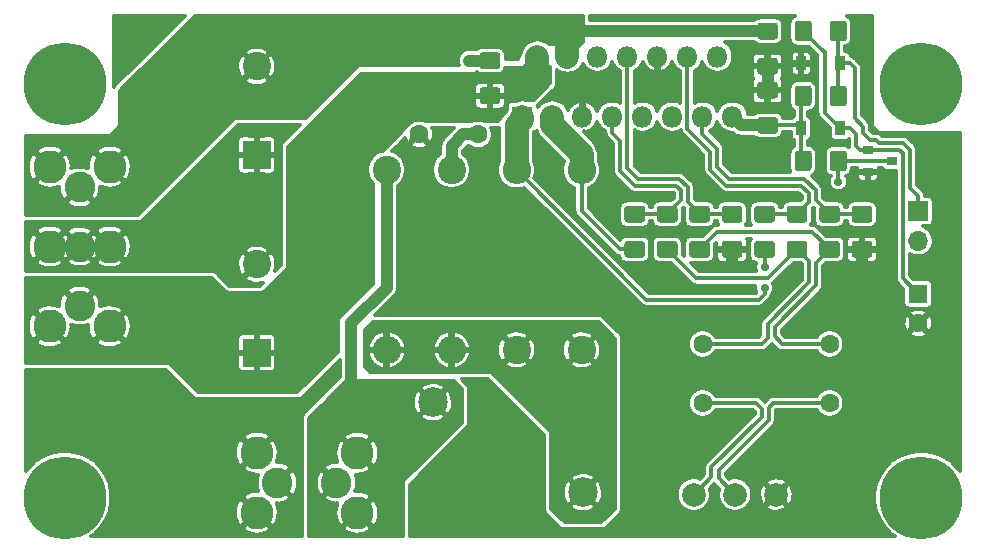
<source format=gbr>
%TF.GenerationSoftware,KiCad,Pcbnew,(5.1.6-0)*%
%TF.CreationDate,2023-05-08T21:30:56-07:00*%
%TF.ProjectId,LM1876x2_bal,4c4d3138-3736-4783-925f-62616c2e6b69,rev?*%
%TF.SameCoordinates,Original*%
%TF.FileFunction,Copper,L1,Top*%
%TF.FilePolarity,Positive*%
%FSLAX46Y46*%
G04 Gerber Fmt 4.6, Leading zero omitted, Abs format (unit mm)*
G04 Created by KiCad (PCBNEW (5.1.6-0)) date 2023-05-08 21:30:56*
%MOMM*%
%LPD*%
G01*
G04 APERTURE LIST*
%TA.AperFunction,SMDPad,CuDef*%
%ADD10R,0.900000X1.200000*%
%TD*%
%TA.AperFunction,SMDPad,CuDef*%
%ADD11R,0.900000X0.800000*%
%TD*%
%TA.AperFunction,ComponentPad*%
%ADD12O,1.700000X1.700000*%
%TD*%
%TA.AperFunction,ComponentPad*%
%ADD13R,1.700000X1.700000*%
%TD*%
%TA.AperFunction,ComponentPad*%
%ADD14C,1.600000*%
%TD*%
%TA.AperFunction,ComponentPad*%
%ADD15R,1.600000X1.600000*%
%TD*%
%TA.AperFunction,ComponentPad*%
%ADD16C,2.600000*%
%TD*%
%TA.AperFunction,ComponentPad*%
%ADD17O,2.400000X2.400000*%
%TD*%
%TA.AperFunction,ComponentPad*%
%ADD18C,2.400000*%
%TD*%
%TA.AperFunction,ComponentPad*%
%ADD19C,0.800000*%
%TD*%
%TA.AperFunction,ComponentPad*%
%ADD20C,7.000000*%
%TD*%
%TA.AperFunction,ComponentPad*%
%ADD21O,1.800000X1.800000*%
%TD*%
%TA.AperFunction,ComponentPad*%
%ADD22R,1.800000X1.800000*%
%TD*%
%TA.AperFunction,ComponentPad*%
%ADD23C,2.500000*%
%TD*%
%TA.AperFunction,ComponentPad*%
%ADD24C,2.800000*%
%TD*%
%TA.AperFunction,ComponentPad*%
%ADD25C,2.000000*%
%TD*%
%TA.AperFunction,ComponentPad*%
%ADD26R,2.400000X2.400000*%
%TD*%
%TA.AperFunction,ViaPad*%
%ADD27C,0.700000*%
%TD*%
%TA.AperFunction,Conductor*%
%ADD28C,0.300000*%
%TD*%
%TA.AperFunction,Conductor*%
%ADD29C,1.000000*%
%TD*%
%TA.AperFunction,Conductor*%
%ADD30C,2.000000*%
%TD*%
G04 APERTURE END LIST*
D10*
%TO.P,D2,2*%
%TO.N,/GATE*%
X146900000Y-65000000D03*
%TO.P,D2,1*%
%TO.N,VCC*%
X143600000Y-65000000D03*
%TD*%
%TO.P,R15,2*%
%TO.N,VCC*%
%TA.AperFunction,SMDPad,CuDef*%
G36*
G01*
X144475000Y-67125000D02*
X144475000Y-68375000D01*
G75*
G02*
X144225000Y-68625000I-250000J0D01*
G01*
X143300000Y-68625000D01*
G75*
G02*
X143050000Y-68375000I0J250000D01*
G01*
X143050000Y-67125000D01*
G75*
G02*
X143300000Y-66875000I250000J0D01*
G01*
X144225000Y-66875000D01*
G75*
G02*
X144475000Y-67125000I0J-250000D01*
G01*
G37*
%TD.AperFunction*%
%TO.P,R15,1*%
%TO.N,MUTE*%
%TA.AperFunction,SMDPad,CuDef*%
G36*
G01*
X147450000Y-67125000D02*
X147450000Y-68375000D01*
G75*
G02*
X147200000Y-68625000I-250000J0D01*
G01*
X146275000Y-68625000D01*
G75*
G02*
X146025000Y-68375000I0J250000D01*
G01*
X146025000Y-67125000D01*
G75*
G02*
X146275000Y-66875000I250000J0D01*
G01*
X147200000Y-66875000D01*
G75*
G02*
X147450000Y-67125000I0J-250000D01*
G01*
G37*
%TD.AperFunction*%
%TD*%
%TO.P,R14,2*%
%TO.N,/5V_ZENER*%
%TA.AperFunction,SMDPad,CuDef*%
G36*
G01*
X146025000Y-57375000D02*
X146025000Y-56125000D01*
G75*
G02*
X146275000Y-55875000I250000J0D01*
G01*
X147200000Y-55875000D01*
G75*
G02*
X147450000Y-56125000I0J-250000D01*
G01*
X147450000Y-57375000D01*
G75*
G02*
X147200000Y-57625000I-250000J0D01*
G01*
X146275000Y-57625000D01*
G75*
G02*
X146025000Y-57375000I0J250000D01*
G01*
G37*
%TD.AperFunction*%
%TO.P,R14,1*%
%TO.N,/GATE*%
%TA.AperFunction,SMDPad,CuDef*%
G36*
G01*
X143050000Y-57375000D02*
X143050000Y-56125000D01*
G75*
G02*
X143300000Y-55875000I250000J0D01*
G01*
X144225000Y-55875000D01*
G75*
G02*
X144475000Y-56125000I0J-250000D01*
G01*
X144475000Y-57375000D01*
G75*
G02*
X144225000Y-57625000I-250000J0D01*
G01*
X143300000Y-57625000D01*
G75*
G02*
X143050000Y-57375000I0J250000D01*
G01*
G37*
%TD.AperFunction*%
%TD*%
%TO.P,R13,2*%
%TO.N,VCC*%
%TA.AperFunction,SMDPad,CuDef*%
G36*
G01*
X144475000Y-61625000D02*
X144475000Y-62875000D01*
G75*
G02*
X144225000Y-63125000I-250000J0D01*
G01*
X143300000Y-63125000D01*
G75*
G02*
X143050000Y-62875000I0J250000D01*
G01*
X143050000Y-61625000D01*
G75*
G02*
X143300000Y-61375000I250000J0D01*
G01*
X144225000Y-61375000D01*
G75*
G02*
X144475000Y-61625000I0J-250000D01*
G01*
G37*
%TD.AperFunction*%
%TO.P,R13,1*%
%TO.N,/5V_ZENER*%
%TA.AperFunction,SMDPad,CuDef*%
G36*
G01*
X147450000Y-61625000D02*
X147450000Y-62875000D01*
G75*
G02*
X147200000Y-63125000I-250000J0D01*
G01*
X146275000Y-63125000D01*
G75*
G02*
X146025000Y-62875000I0J250000D01*
G01*
X146025000Y-61625000D01*
G75*
G02*
X146275000Y-61375000I250000J0D01*
G01*
X147200000Y-61375000D01*
G75*
G02*
X147450000Y-61625000I0J-250000D01*
G01*
G37*
%TD.AperFunction*%
%TD*%
D11*
%TO.P,Q1,3*%
%TO.N,MUTE*%
X151250000Y-67750000D03*
%TO.P,Q1,2*%
%TO.N,GND*%
X149250000Y-68700000D03*
%TO.P,Q1,1*%
%TO.N,/GATE*%
X149250000Y-66800000D03*
%TD*%
D12*
%TO.P,J9,2*%
%TO.N,STBY*%
X153500000Y-74540000D03*
D13*
%TO.P,J9,1*%
%TO.N,/5V_ZENER*%
X153500000Y-72000000D03*
%TD*%
D10*
%TO.P,D1,2*%
%TO.N,GND*%
X143600000Y-59500000D03*
%TO.P,D1,1*%
%TO.N,/5V_ZENER*%
X146900000Y-59500000D03*
%TD*%
D14*
%TO.P,C10,2*%
%TO.N,GND*%
X153500000Y-81500000D03*
D15*
%TO.P,C10,1*%
%TO.N,/GATE*%
X153500000Y-79000000D03*
%TD*%
%TO.P,R4,2*%
%TO.N,Net-(C2-Pad1)*%
%TA.AperFunction,SMDPad,CuDef*%
G36*
G01*
X142625000Y-74525000D02*
X143875000Y-74525000D01*
G75*
G02*
X144125000Y-74775000I0J-250000D01*
G01*
X144125000Y-75700000D01*
G75*
G02*
X143875000Y-75950000I-250000J0D01*
G01*
X142625000Y-75950000D01*
G75*
G02*
X142375000Y-75700000I0J250000D01*
G01*
X142375000Y-74775000D01*
G75*
G02*
X142625000Y-74525000I250000J0D01*
G01*
G37*
%TD.AperFunction*%
%TO.P,R4,1*%
%TO.N,/U1BIN-*%
%TA.AperFunction,SMDPad,CuDef*%
G36*
G01*
X142625000Y-71550000D02*
X143875000Y-71550000D01*
G75*
G02*
X144125000Y-71800000I0J-250000D01*
G01*
X144125000Y-72725000D01*
G75*
G02*
X143875000Y-72975000I-250000J0D01*
G01*
X142625000Y-72975000D01*
G75*
G02*
X142375000Y-72725000I0J250000D01*
G01*
X142375000Y-71800000D01*
G75*
G02*
X142625000Y-71550000I250000J0D01*
G01*
G37*
%TD.AperFunction*%
%TD*%
D16*
%TO.P,J2,2*%
%TO.N,SPK*%
X104250000Y-95000000D03*
%TO.P,J2,1*%
%TO.N,GND*%
X99250000Y-95000000D03*
%TD*%
D17*
%TO.P,R9,2*%
%TO.N,/U1AOUT*%
X125000000Y-68510000D03*
D18*
%TO.P,R9,1*%
%TO.N,/OUT*%
X125000000Y-83750000D03*
%TD*%
D19*
%TO.P,H4,1*%
%TO.N,N/C*%
X155606155Y-94393845D03*
X153750000Y-93625000D03*
X151893845Y-94393845D03*
X151125000Y-96250000D03*
X151893845Y-98106155D03*
X153750000Y-98875000D03*
X155606155Y-98106155D03*
X156375000Y-96250000D03*
D20*
X153750000Y-96250000D03*
%TD*%
D19*
%TO.P,H3,1*%
%TO.N,N/C*%
X155606155Y-59393845D03*
X153750000Y-58625000D03*
X151893845Y-59393845D03*
X151125000Y-61250000D03*
X151893845Y-63106155D03*
X153750000Y-63875000D03*
X155606155Y-63106155D03*
X156375000Y-61250000D03*
D20*
X153750000Y-61250000D03*
%TD*%
D19*
%TO.P,H2,1*%
%TO.N,N/C*%
X83106155Y-59393845D03*
X81250000Y-58625000D03*
X79393845Y-59393845D03*
X78625000Y-61250000D03*
X79393845Y-63106155D03*
X81250000Y-63875000D03*
X83106155Y-63106155D03*
X83875000Y-61250000D03*
D20*
X81250000Y-61250000D03*
%TD*%
D19*
%TO.P,H1,1*%
%TO.N,N/C*%
X83106155Y-94393845D03*
X81250000Y-93625000D03*
X79393845Y-94393845D03*
X78625000Y-96250000D03*
X79393845Y-98106155D03*
X81250000Y-98875000D03*
X83106155Y-98106155D03*
X83875000Y-96250000D03*
D20*
X81250000Y-96250000D03*
%TD*%
D21*
%TO.P,U1,15*%
%TO.N,VCC*%
X137780000Y-64000000D03*
%TO.P,U1,14*%
%TO.N,STBY*%
X136510000Y-58920000D03*
%TO.P,U1,13*%
%TO.N,/U1BIN+*%
X135240000Y-64000000D03*
%TO.P,U1,12*%
%TO.N,/U1BIN-*%
X133970000Y-58920000D03*
%TO.P,U1,11*%
%TO.N,MUTE*%
X132700000Y-64000000D03*
%TO.P,U1,10*%
%TO.N,GND*%
X131430000Y-58920000D03*
%TO.P,U1,9*%
%TO.N,STBY*%
X130160000Y-64000000D03*
%TO.P,U1,8*%
%TO.N,/U1AIN+*%
X128890000Y-58920000D03*
%TO.P,U1,7*%
%TO.N,/U1AIN-*%
X127620000Y-64000000D03*
%TO.P,U1,6*%
%TO.N,MUTE*%
X126350000Y-58920000D03*
%TO.P,U1,5*%
%TO.N,GND*%
X125080000Y-64000000D03*
%TO.P,U1,4*%
%TO.N,VEE*%
X123810000Y-58920000D03*
%TO.P,U1,3*%
%TO.N,/U1AOUT*%
X122540000Y-64000000D03*
%TO.P,U1,2*%
%TO.N,VCC*%
X121270000Y-58920000D03*
D22*
%TO.P,U1,1*%
%TO.N,/U1BOUT*%
X120000000Y-64000000D03*
%TD*%
D17*
%TO.P,R12,2*%
%TO.N,/OUT*%
X108500000Y-83740000D03*
D18*
%TO.P,R12,1*%
%TO.N,SPK*%
X108500000Y-68500000D03*
%TD*%
D17*
%TO.P,R11,2*%
%TO.N,/OUT*%
X114000000Y-83740000D03*
D18*
%TO.P,R11,1*%
%TO.N,Net-(C9-Pad1)*%
X114000000Y-68500000D03*
%TD*%
D17*
%TO.P,R10,2*%
%TO.N,/U1BOUT*%
X119500000Y-68510000D03*
D18*
%TO.P,R10,1*%
%TO.N,/OUT*%
X119500000Y-83750000D03*
%TD*%
%TO.P,R8,2*%
%TO.N,/U1BIN-*%
%TA.AperFunction,SMDPad,CuDef*%
G36*
G01*
X141125000Y-72975000D02*
X139875000Y-72975000D01*
G75*
G02*
X139625000Y-72725000I0J250000D01*
G01*
X139625000Y-71800000D01*
G75*
G02*
X139875000Y-71550000I250000J0D01*
G01*
X141125000Y-71550000D01*
G75*
G02*
X141375000Y-71800000I0J-250000D01*
G01*
X141375000Y-72725000D01*
G75*
G02*
X141125000Y-72975000I-250000J0D01*
G01*
G37*
%TD.AperFunction*%
%TO.P,R8,1*%
%TO.N,/U1BOUT*%
%TA.AperFunction,SMDPad,CuDef*%
G36*
G01*
X141125000Y-75950000D02*
X139875000Y-75950000D01*
G75*
G02*
X139625000Y-75700000I0J250000D01*
G01*
X139625000Y-74775000D01*
G75*
G02*
X139875000Y-74525000I250000J0D01*
G01*
X141125000Y-74525000D01*
G75*
G02*
X141375000Y-74775000I0J-250000D01*
G01*
X141375000Y-75700000D01*
G75*
G02*
X141125000Y-75950000I-250000J0D01*
G01*
G37*
%TD.AperFunction*%
%TD*%
%TO.P,R7,2*%
%TO.N,/U1BIN+*%
%TA.AperFunction,SMDPad,CuDef*%
G36*
G01*
X149375000Y-72975000D02*
X148125000Y-72975000D01*
G75*
G02*
X147875000Y-72725000I0J250000D01*
G01*
X147875000Y-71800000D01*
G75*
G02*
X148125000Y-71550000I250000J0D01*
G01*
X149375000Y-71550000D01*
G75*
G02*
X149625000Y-71800000I0J-250000D01*
G01*
X149625000Y-72725000D01*
G75*
G02*
X149375000Y-72975000I-250000J0D01*
G01*
G37*
%TD.AperFunction*%
%TO.P,R7,1*%
%TO.N,GND*%
%TA.AperFunction,SMDPad,CuDef*%
G36*
G01*
X149375000Y-75950000D02*
X148125000Y-75950000D01*
G75*
G02*
X147875000Y-75700000I0J250000D01*
G01*
X147875000Y-74775000D01*
G75*
G02*
X148125000Y-74525000I250000J0D01*
G01*
X149375000Y-74525000D01*
G75*
G02*
X149625000Y-74775000I0J-250000D01*
G01*
X149625000Y-75700000D01*
G75*
G02*
X149375000Y-75950000I-250000J0D01*
G01*
G37*
%TD.AperFunction*%
%TD*%
%TO.P,R6,2*%
%TO.N,/U1AIN-*%
%TA.AperFunction,SMDPad,CuDef*%
G36*
G01*
X130125000Y-72975000D02*
X128875000Y-72975000D01*
G75*
G02*
X128625000Y-72725000I0J250000D01*
G01*
X128625000Y-71800000D01*
G75*
G02*
X128875000Y-71550000I250000J0D01*
G01*
X130125000Y-71550000D01*
G75*
G02*
X130375000Y-71800000I0J-250000D01*
G01*
X130375000Y-72725000D01*
G75*
G02*
X130125000Y-72975000I-250000J0D01*
G01*
G37*
%TD.AperFunction*%
%TO.P,R6,1*%
%TO.N,/U1AOUT*%
%TA.AperFunction,SMDPad,CuDef*%
G36*
G01*
X130125000Y-75950000D02*
X128875000Y-75950000D01*
G75*
G02*
X128625000Y-75700000I0J250000D01*
G01*
X128625000Y-74775000D01*
G75*
G02*
X128875000Y-74525000I250000J0D01*
G01*
X130125000Y-74525000D01*
G75*
G02*
X130375000Y-74775000I0J-250000D01*
G01*
X130375000Y-75700000D01*
G75*
G02*
X130125000Y-75950000I-250000J0D01*
G01*
G37*
%TD.AperFunction*%
%TD*%
%TO.P,R5,2*%
%TO.N,/U1AIN+*%
%TA.AperFunction,SMDPad,CuDef*%
G36*
G01*
X138375000Y-72975000D02*
X137125000Y-72975000D01*
G75*
G02*
X136875000Y-72725000I0J250000D01*
G01*
X136875000Y-71800000D01*
G75*
G02*
X137125000Y-71550000I250000J0D01*
G01*
X138375000Y-71550000D01*
G75*
G02*
X138625000Y-71800000I0J-250000D01*
G01*
X138625000Y-72725000D01*
G75*
G02*
X138375000Y-72975000I-250000J0D01*
G01*
G37*
%TD.AperFunction*%
%TO.P,R5,1*%
%TO.N,GND*%
%TA.AperFunction,SMDPad,CuDef*%
G36*
G01*
X138375000Y-75950000D02*
X137125000Y-75950000D01*
G75*
G02*
X136875000Y-75700000I0J250000D01*
G01*
X136875000Y-74775000D01*
G75*
G02*
X137125000Y-74525000I250000J0D01*
G01*
X138375000Y-74525000D01*
G75*
G02*
X138625000Y-74775000I0J-250000D01*
G01*
X138625000Y-75700000D01*
G75*
G02*
X138375000Y-75950000I-250000J0D01*
G01*
G37*
%TD.AperFunction*%
%TD*%
%TO.P,R3,2*%
%TO.N,Net-(C1-Pad1)*%
%TA.AperFunction,SMDPad,CuDef*%
G36*
G01*
X145375000Y-74525000D02*
X146625000Y-74525000D01*
G75*
G02*
X146875000Y-74775000I0J-250000D01*
G01*
X146875000Y-75700000D01*
G75*
G02*
X146625000Y-75950000I-250000J0D01*
G01*
X145375000Y-75950000D01*
G75*
G02*
X145125000Y-75700000I0J250000D01*
G01*
X145125000Y-74775000D01*
G75*
G02*
X145375000Y-74525000I250000J0D01*
G01*
G37*
%TD.AperFunction*%
%TO.P,R3,1*%
%TO.N,/U1BIN+*%
%TA.AperFunction,SMDPad,CuDef*%
G36*
G01*
X145375000Y-71550000D02*
X146625000Y-71550000D01*
G75*
G02*
X146875000Y-71800000I0J-250000D01*
G01*
X146875000Y-72725000D01*
G75*
G02*
X146625000Y-72975000I-250000J0D01*
G01*
X145375000Y-72975000D01*
G75*
G02*
X145125000Y-72725000I0J250000D01*
G01*
X145125000Y-71800000D01*
G75*
G02*
X145375000Y-71550000I250000J0D01*
G01*
G37*
%TD.AperFunction*%
%TD*%
%TO.P,R2,2*%
%TO.N,Net-(C2-Pad1)*%
%TA.AperFunction,SMDPad,CuDef*%
G36*
G01*
X131625000Y-74525000D02*
X132875000Y-74525000D01*
G75*
G02*
X133125000Y-74775000I0J-250000D01*
G01*
X133125000Y-75700000D01*
G75*
G02*
X132875000Y-75950000I-250000J0D01*
G01*
X131625000Y-75950000D01*
G75*
G02*
X131375000Y-75700000I0J250000D01*
G01*
X131375000Y-74775000D01*
G75*
G02*
X131625000Y-74525000I250000J0D01*
G01*
G37*
%TD.AperFunction*%
%TO.P,R2,1*%
%TO.N,/U1AIN-*%
%TA.AperFunction,SMDPad,CuDef*%
G36*
G01*
X131625000Y-71550000D02*
X132875000Y-71550000D01*
G75*
G02*
X133125000Y-71800000I0J-250000D01*
G01*
X133125000Y-72725000D01*
G75*
G02*
X132875000Y-72975000I-250000J0D01*
G01*
X131625000Y-72975000D01*
G75*
G02*
X131375000Y-72725000I0J250000D01*
G01*
X131375000Y-71800000D01*
G75*
G02*
X131625000Y-71550000I250000J0D01*
G01*
G37*
%TD.AperFunction*%
%TD*%
%TO.P,R1,2*%
%TO.N,Net-(C1-Pad1)*%
%TA.AperFunction,SMDPad,CuDef*%
G36*
G01*
X134375000Y-74525000D02*
X135625000Y-74525000D01*
G75*
G02*
X135875000Y-74775000I0J-250000D01*
G01*
X135875000Y-75700000D01*
G75*
G02*
X135625000Y-75950000I-250000J0D01*
G01*
X134375000Y-75950000D01*
G75*
G02*
X134125000Y-75700000I0J250000D01*
G01*
X134125000Y-74775000D01*
G75*
G02*
X134375000Y-74525000I250000J0D01*
G01*
G37*
%TD.AperFunction*%
%TO.P,R1,1*%
%TO.N,/U1AIN+*%
%TA.AperFunction,SMDPad,CuDef*%
G36*
G01*
X134375000Y-71550000D02*
X135625000Y-71550000D01*
G75*
G02*
X135875000Y-71800000I0J-250000D01*
G01*
X135875000Y-72725000D01*
G75*
G02*
X135625000Y-72975000I-250000J0D01*
G01*
X134375000Y-72975000D01*
G75*
G02*
X134125000Y-72725000I0J250000D01*
G01*
X134125000Y-71800000D01*
G75*
G02*
X134375000Y-71550000I250000J0D01*
G01*
G37*
%TD.AperFunction*%
%TD*%
D23*
%TO.P,L1,2*%
%TO.N,SPK*%
X112400000Y-88190000D03*
%TO.P,L1,1*%
%TO.N,/OUT*%
X125100000Y-95810000D03*
%TD*%
D24*
%TO.P,J8,1*%
%TO.N,VCC*%
X85040000Y-81750000D03*
X79960000Y-81750000D03*
%TD*%
%TO.P,J7,1*%
%TO.N,GND*%
X85040000Y-75000000D03*
X79960000Y-75000000D03*
%TD*%
%TO.P,J6,1*%
%TO.N,VEE*%
X85040000Y-68250000D03*
X79960000Y-68250000D03*
%TD*%
%TO.P,J5,1*%
%TO.N,GND*%
X97500000Y-92460000D03*
X97500000Y-97540000D03*
%TD*%
%TO.P,J4,1*%
%TO.N,SPK*%
X106000000Y-92460000D03*
X106000000Y-97540000D03*
%TD*%
D16*
%TO.P,J3,3*%
%TO.N,VCC*%
X82500000Y-80000000D03*
%TO.P,J3,2*%
%TO.N,GND*%
X82500000Y-75000000D03*
%TO.P,J3,1*%
%TO.N,VEE*%
X82500000Y-70000000D03*
%TD*%
D25*
%TO.P,J1,3*%
%TO.N,GND*%
X141500000Y-96000000D03*
%TO.P,J1,2*%
%TO.N,/IN+*%
X138000000Y-96000000D03*
%TO.P,J1,1*%
%TO.N,/IN-*%
X134500000Y-96000000D03*
%TD*%
D14*
%TO.P,C9,2*%
%TO.N,GND*%
X111250000Y-65500000D03*
%TO.P,C9,1*%
%TO.N,Net-(C9-Pad1)*%
X116250000Y-65500000D03*
%TD*%
%TO.P,C8,2*%
%TO.N,GND*%
%TA.AperFunction,SMDPad,CuDef*%
G36*
G01*
X140125000Y-59025000D02*
X141375000Y-59025000D01*
G75*
G02*
X141625000Y-59275000I0J-250000D01*
G01*
X141625000Y-60200000D01*
G75*
G02*
X141375000Y-60450000I-250000J0D01*
G01*
X140125000Y-60450000D01*
G75*
G02*
X139875000Y-60200000I0J250000D01*
G01*
X139875000Y-59275000D01*
G75*
G02*
X140125000Y-59025000I250000J0D01*
G01*
G37*
%TD.AperFunction*%
%TO.P,C8,1*%
%TO.N,VEE*%
%TA.AperFunction,SMDPad,CuDef*%
G36*
G01*
X140125000Y-56050000D02*
X141375000Y-56050000D01*
G75*
G02*
X141625000Y-56300000I0J-250000D01*
G01*
X141625000Y-57225000D01*
G75*
G02*
X141375000Y-57475000I-250000J0D01*
G01*
X140125000Y-57475000D01*
G75*
G02*
X139875000Y-57225000I0J250000D01*
G01*
X139875000Y-56300000D01*
G75*
G02*
X140125000Y-56050000I250000J0D01*
G01*
G37*
%TD.AperFunction*%
%TD*%
%TO.P,C7,2*%
%TO.N,VCC*%
%TA.AperFunction,SMDPad,CuDef*%
G36*
G01*
X140125000Y-64025000D02*
X141375000Y-64025000D01*
G75*
G02*
X141625000Y-64275000I0J-250000D01*
G01*
X141625000Y-65200000D01*
G75*
G02*
X141375000Y-65450000I-250000J0D01*
G01*
X140125000Y-65450000D01*
G75*
G02*
X139875000Y-65200000I0J250000D01*
G01*
X139875000Y-64275000D01*
G75*
G02*
X140125000Y-64025000I250000J0D01*
G01*
G37*
%TD.AperFunction*%
%TO.P,C7,1*%
%TO.N,GND*%
%TA.AperFunction,SMDPad,CuDef*%
G36*
G01*
X140125000Y-61050000D02*
X141375000Y-61050000D01*
G75*
G02*
X141625000Y-61300000I0J-250000D01*
G01*
X141625000Y-62225000D01*
G75*
G02*
X141375000Y-62475000I-250000J0D01*
G01*
X140125000Y-62475000D01*
G75*
G02*
X139875000Y-62225000I0J250000D01*
G01*
X139875000Y-61300000D01*
G75*
G02*
X140125000Y-61050000I250000J0D01*
G01*
G37*
%TD.AperFunction*%
%TD*%
%TO.P,C5,2*%
%TO.N,VCC*%
%TA.AperFunction,SMDPad,CuDef*%
G36*
G01*
X116625000Y-61525000D02*
X117875000Y-61525000D01*
G75*
G02*
X118125000Y-61775000I0J-250000D01*
G01*
X118125000Y-62700000D01*
G75*
G02*
X117875000Y-62950000I-250000J0D01*
G01*
X116625000Y-62950000D01*
G75*
G02*
X116375000Y-62700000I0J250000D01*
G01*
X116375000Y-61775000D01*
G75*
G02*
X116625000Y-61525000I250000J0D01*
G01*
G37*
%TD.AperFunction*%
%TO.P,C5,1*%
%TO.N,GND*%
%TA.AperFunction,SMDPad,CuDef*%
G36*
G01*
X116625000Y-58550000D02*
X117875000Y-58550000D01*
G75*
G02*
X118125000Y-58800000I0J-250000D01*
G01*
X118125000Y-59725000D01*
G75*
G02*
X117875000Y-59975000I-250000J0D01*
G01*
X116625000Y-59975000D01*
G75*
G02*
X116375000Y-59725000I0J250000D01*
G01*
X116375000Y-58800000D01*
G75*
G02*
X116625000Y-58550000I250000J0D01*
G01*
G37*
%TD.AperFunction*%
%TD*%
D18*
%TO.P,C4,2*%
%TO.N,VEE*%
X97500000Y-59750000D03*
D26*
%TO.P,C4,1*%
%TO.N,GND*%
X97500000Y-67250000D03*
%TD*%
D18*
%TO.P,C3,2*%
%TO.N,GND*%
X97500000Y-76500000D03*
D26*
%TO.P,C3,1*%
%TO.N,VCC*%
X97500000Y-84000000D03*
%TD*%
D14*
%TO.P,C2,2*%
%TO.N,/IN-*%
X135250000Y-88250000D03*
%TO.P,C2,1*%
%TO.N,Net-(C2-Pad1)*%
X135250000Y-83250000D03*
%TD*%
%TO.P,C1,2*%
%TO.N,/IN+*%
X146000000Y-88250000D03*
%TO.P,C1,1*%
%TO.N,Net-(C1-Pad1)*%
X146000000Y-83250000D03*
%TD*%
D27*
%TO.N,GND*%
X121750000Y-67000000D03*
X123500000Y-70500000D03*
X131250000Y-77500000D03*
X137750000Y-76750000D03*
X127750000Y-60750000D03*
X127750000Y-62000000D03*
X130000000Y-60750000D03*
X130000000Y-62000000D03*
X131250000Y-60750000D03*
X132500000Y-60750000D03*
X132500000Y-61750000D03*
X131250000Y-61750000D03*
X137330000Y-60750000D03*
X137330000Y-61750000D03*
X135000000Y-61750000D03*
X135000000Y-60750000D03*
X125250000Y-60750000D03*
X125250000Y-62000000D03*
X124000000Y-60750000D03*
X124000000Y-62000000D03*
X122750000Y-62000000D03*
X139500000Y-76750000D03*
X139500000Y-78500010D03*
X115512500Y-59262500D03*
X148750000Y-76750000D03*
X78782143Y-86542500D03*
X78782143Y-90542500D03*
X80782143Y-88542500D03*
X81782143Y-91542500D03*
X82782143Y-86542500D03*
X83782143Y-89542500D03*
X84782143Y-92542500D03*
X85782143Y-59542500D03*
X85782143Y-87542500D03*
X85782143Y-98542500D03*
X86782143Y-90542500D03*
X86782143Y-94542500D03*
X87782143Y-57542500D03*
X87782143Y-73542500D03*
X88782143Y-76542500D03*
X88782143Y-86542500D03*
X88782143Y-92542500D03*
X88782143Y-96542500D03*
X89782143Y-71542500D03*
X89782143Y-89542500D03*
X90782143Y-74542500D03*
X90782143Y-94542500D03*
X90782143Y-98542500D03*
X91782143Y-69542500D03*
X91782143Y-91542500D03*
X92782143Y-72542500D03*
X92782143Y-76542500D03*
X92782143Y-88542500D03*
X92782143Y-96542500D03*
X93782143Y-67542500D03*
X93782143Y-93542500D03*
X94782143Y-70542500D03*
X94782143Y-74542500D03*
X94782143Y-90542500D03*
X94782143Y-98542500D03*
X96782143Y-72542500D03*
X96782143Y-88542500D03*
X98782143Y-70542500D03*
X99782143Y-89542500D03*
X100782143Y-92542500D03*
X100782143Y-97542500D03*
X108782143Y-80542500D03*
X109782143Y-71542500D03*
X109782143Y-75542500D03*
X110782143Y-67542500D03*
X110782143Y-78542500D03*
X110782143Y-95542500D03*
X111782143Y-73542500D03*
X111782143Y-98542500D03*
X112782143Y-76542500D03*
X112782143Y-80542500D03*
X112782143Y-93542500D03*
X113782143Y-71542500D03*
X113782143Y-96542500D03*
X114782143Y-74542500D03*
X114782143Y-78542500D03*
X114782143Y-91542500D03*
X115782143Y-86542500D03*
X115782143Y-94542500D03*
X115782143Y-98542500D03*
X116782143Y-67542500D03*
X116782143Y-72542500D03*
X116782143Y-76542500D03*
X116782143Y-80542500D03*
X116782143Y-89542500D03*
X117782143Y-92542500D03*
X117782143Y-96542500D03*
X118782143Y-74542500D03*
X118782143Y-78542500D03*
X119782143Y-71542500D03*
X119782143Y-90542500D03*
X119782143Y-94542500D03*
X119782143Y-98542500D03*
X120782143Y-76542500D03*
X120782143Y-80542500D03*
X121782143Y-68542500D03*
X121782143Y-73542500D03*
X122782143Y-78542500D03*
X123782143Y-75542500D03*
X124782143Y-80542500D03*
X125782143Y-77542500D03*
X126782143Y-70542500D03*
X127782143Y-79542500D03*
X128782143Y-82542500D03*
X128782143Y-86542500D03*
X128782143Y-90542500D03*
X128782143Y-94542500D03*
X128782143Y-98542500D03*
X130782143Y-80542500D03*
X130782143Y-84542500D03*
X130782143Y-88542500D03*
X130782143Y-92542500D03*
X130782143Y-96542500D03*
X132782143Y-77542500D03*
X132782143Y-82542500D03*
X132782143Y-86542500D03*
X132782143Y-90542500D03*
X132782143Y-98542500D03*
X133782143Y-93542500D03*
X135782143Y-70542500D03*
X135782143Y-78542500D03*
X136782143Y-98542500D03*
X137782143Y-80542500D03*
X143000000Y-86000000D03*
X138782143Y-93542500D03*
X140782143Y-91542500D03*
X140782143Y-98542500D03*
X141000000Y-84250000D03*
X142782143Y-93542500D03*
X143250000Y-81750000D03*
X143782143Y-90542500D03*
X143782143Y-96542500D03*
X145782143Y-77542500D03*
X146782143Y-91542500D03*
X147782143Y-79542500D03*
X147782143Y-84542500D03*
X148782143Y-87542500D03*
X150500000Y-80500000D03*
X149782143Y-90542500D03*
X150782143Y-85542500D03*
X142750000Y-77250000D03*
X147250000Y-73750000D03*
X133750000Y-73750000D03*
X130750000Y-73750000D03*
X143000000Y-70750000D03*
X140500000Y-70750000D03*
X138250000Y-70750000D03*
X134750000Y-69000000D03*
X132250000Y-70750000D03*
X129500000Y-70750000D03*
X127000000Y-66750000D03*
X138000000Y-89500000D03*
X135750000Y-91250000D03*
X146000000Y-86000000D03*
X140500000Y-86750000D03*
X139500000Y-82000000D03*
X139000000Y-85250000D03*
X135250000Y-85750000D03*
X137750000Y-86750000D03*
X137000000Y-84750000D03*
X135000000Y-81000000D03*
X145000000Y-80250000D03*
X139250000Y-68250000D03*
X140500000Y-68250000D03*
X141750000Y-68250000D03*
X138000000Y-68250000D03*
X150500000Y-78250000D03*
X130000000Y-67500000D03*
X131250000Y-67500000D03*
X132500000Y-67500000D03*
X133750000Y-67500000D03*
X135000000Y-67500000D03*
X148500000Y-58250000D03*
X155000000Y-68000000D03*
X155000000Y-69750000D03*
X155750000Y-73500000D03*
X155750000Y-75750000D03*
X155750000Y-78000000D03*
X155750000Y-80000000D03*
X151000000Y-69250000D03*
X146000000Y-70500000D03*
X147500000Y-70500000D03*
X145250000Y-69250000D03*
X145500000Y-66000000D03*
X145000000Y-64500000D03*
X140750000Y-63250000D03*
X142250000Y-63250000D03*
X142250000Y-60750000D03*
X142250000Y-58250000D03*
X148500000Y-56750000D03*
X149250000Y-62250000D03*
X155000000Y-66250000D03*
X151000000Y-73750000D03*
X150500000Y-75250000D03*
X152000000Y-88500000D03*
X154500000Y-86500000D03*
X153250000Y-84250000D03*
X155000000Y-89250000D03*
X145750000Y-94250000D03*
X148750000Y-94000000D03*
X147250000Y-96750000D03*
X144750000Y-99000000D03*
X149000000Y-99000000D03*
X152750000Y-91250000D03*
X156250000Y-83500000D03*
X150250000Y-83000000D03*
X148000000Y-81750000D03*
X153750000Y-76750000D03*
X156250000Y-71000000D03*
X156250000Y-67000000D03*
%TO.N,VEE*%
X118987500Y-56762500D03*
%TO.N,/U1BOUT*%
X140500000Y-76750000D03*
X140500000Y-78500010D03*
%TO.N,MUTE*%
X146750000Y-69500000D03*
%TD*%
D28*
%TO.N,/IN+*%
X136600010Y-94600010D02*
X138000000Y-96000000D01*
X140850009Y-88649991D02*
X140850009Y-89649991D01*
X136600010Y-93899990D02*
X136600010Y-94600010D01*
X141250000Y-88250000D02*
X140850009Y-88649991D01*
X140850009Y-89649991D02*
X136600010Y-93899990D01*
X146000000Y-88250000D02*
X141250000Y-88250000D01*
%TO.N,Net-(C1-Pad1)*%
X146000000Y-75237500D02*
X144512500Y-73750000D01*
X136487500Y-73750000D02*
X135000000Y-75237500D01*
X144512500Y-73750000D02*
X136487500Y-73750000D01*
X146000000Y-75250000D02*
X146000000Y-75237500D01*
X144850009Y-78290632D02*
X144850010Y-76399990D01*
X141350010Y-82600010D02*
X141350010Y-81790631D01*
X142000000Y-83250000D02*
X141350010Y-82600010D01*
X141350010Y-81790631D02*
X144850009Y-78290632D01*
X144850010Y-76399990D02*
X146000000Y-75250000D01*
X146000000Y-83250000D02*
X142000000Y-83250000D01*
%TO.N,/IN-*%
X136000000Y-94500000D02*
X134500000Y-96000000D01*
X135250000Y-88250000D02*
X139750000Y-88250000D01*
X139750000Y-88250000D02*
X140250000Y-88750000D01*
X140250000Y-88750000D02*
X140250000Y-89401458D01*
X136000000Y-93651458D02*
X136000000Y-94000000D01*
X140250000Y-89401458D02*
X136000000Y-93651458D01*
X136000000Y-94000000D02*
X136000000Y-94500000D01*
%TO.N,Net-(C2-Pad1)*%
X143250000Y-75237500D02*
X143250000Y-75250000D01*
X134712510Y-77700010D02*
X132250000Y-75237500D01*
X140799990Y-77700010D02*
X134712510Y-77700010D01*
X143250000Y-75250000D02*
X140799990Y-77700010D01*
X144250000Y-76250000D02*
X143250000Y-75250000D01*
X144250000Y-78042099D02*
X144250000Y-76250000D01*
X140750000Y-82750000D02*
X140750000Y-81542099D01*
X140250000Y-83250000D02*
X140750000Y-82750000D01*
X140750000Y-81542099D02*
X144250000Y-78042099D01*
X135250000Y-83250000D02*
X140250000Y-83250000D01*
D29*
%TO.N,GND*%
X137750000Y-75237500D02*
X137750000Y-76750000D01*
X148750000Y-75237500D02*
X148750000Y-76750000D01*
X115512500Y-59262500D02*
X115512500Y-59262500D01*
X117250000Y-59262500D02*
X115512500Y-59262500D01*
X137750000Y-76750000D02*
X137750000Y-76750000D01*
X140750000Y-59737500D02*
X140750000Y-61762500D01*
X115512500Y-59262500D02*
X115500000Y-59250000D01*
X148750000Y-76750000D02*
X148750000Y-76750000D01*
D30*
%TO.N,VCC*%
X121270000Y-58920000D02*
X121270000Y-59980000D01*
D29*
X138517500Y-64737500D02*
X137780000Y-64000000D01*
X140750000Y-64737500D02*
X138517500Y-64737500D01*
D28*
X143337500Y-64737500D02*
X143600000Y-65000000D01*
X140750000Y-64737500D02*
X143337500Y-64737500D01*
X143600000Y-67587500D02*
X143762500Y-67750000D01*
X143600000Y-65000000D02*
X143600000Y-67587500D01*
X143600000Y-62412500D02*
X143762500Y-62250000D01*
X143600000Y-65000000D02*
X143600000Y-62412500D01*
D30*
%TO.N,VEE*%
X123810000Y-58920000D02*
X123810000Y-57310000D01*
D29*
X140750000Y-56762500D02*
X138512500Y-56762500D01*
X138512500Y-56762500D02*
X124762500Y-56762500D01*
%TO.N,Net-(C9-Pad1)*%
X114000000Y-68500000D02*
X114000000Y-66500000D01*
X115000000Y-65500000D02*
X114000000Y-66500000D01*
X116250000Y-65500000D02*
X115000000Y-65500000D01*
%TO.N,SPK*%
X105500000Y-81500000D02*
X105500000Y-87000000D01*
X108500000Y-78500000D02*
X105500000Y-81500000D01*
X108500000Y-68500000D02*
X108500000Y-78500000D01*
D28*
%TO.N,/U1AIN+*%
X135000000Y-72262500D02*
X137750000Y-72262500D01*
X135000000Y-72250000D02*
X135000000Y-72262500D01*
X133250000Y-69250000D02*
X134000000Y-70000000D01*
X128890000Y-68390000D02*
X129750000Y-69250000D01*
X134000000Y-70000000D02*
X134000000Y-71250000D01*
X129750000Y-69250000D02*
X133250000Y-69250000D01*
X134000000Y-71250000D02*
X135000000Y-72250000D01*
X128890000Y-58920000D02*
X128890000Y-68390000D01*
%TO.N,/U1AIN-*%
X132250000Y-72262500D02*
X129500000Y-72262500D01*
X127620000Y-65380000D02*
X127620000Y-64000000D01*
X128289990Y-68638532D02*
X128289990Y-66049990D01*
X133001468Y-69850010D02*
X129501467Y-69850009D01*
X128289990Y-66049990D02*
X127620000Y-65380000D01*
X133399990Y-70248532D02*
X133001468Y-69850010D01*
X129501467Y-69850009D02*
X128289990Y-68638532D01*
X133399990Y-71100010D02*
X133399990Y-70248532D01*
X132250000Y-72250000D02*
X133399990Y-71100010D01*
X132250000Y-72262500D02*
X132250000Y-72250000D01*
%TO.N,/U1BIN+*%
X146000000Y-72262500D02*
X148750000Y-72262500D01*
X135240000Y-65451458D02*
X135240000Y-64000000D01*
X136499999Y-66711457D02*
X135240000Y-65451458D01*
X143848543Y-69250001D02*
X137500000Y-69250000D01*
X137500000Y-69250000D02*
X136500000Y-68250000D01*
X146000000Y-72262500D02*
X146000000Y-72250000D01*
X144850010Y-71100010D02*
X144850009Y-70251467D01*
X136500000Y-68250000D02*
X136499999Y-66711457D01*
X144850009Y-70251467D02*
X143848543Y-69250001D01*
X146000000Y-72250000D02*
X144850010Y-71100010D01*
%TO.N,/U1BIN-*%
X143250000Y-72262500D02*
X140500000Y-72262500D01*
X135899990Y-66959990D02*
X133970000Y-65030000D01*
X135899990Y-68498532D02*
X135899990Y-66959990D01*
X137251467Y-69850009D02*
X135899990Y-68498532D01*
X143250000Y-72250000D02*
X144250000Y-71250000D01*
X133970000Y-65030000D02*
X133970000Y-58920000D01*
X143250000Y-72262500D02*
X143250000Y-72250000D01*
X144250000Y-70500000D02*
X143600010Y-69850010D01*
X143600010Y-69850010D02*
X137251467Y-69850009D01*
X144250000Y-71250000D02*
X144250000Y-70500000D01*
D30*
%TO.N,/U1AOUT*%
X122540000Y-64000000D02*
X122540000Y-64716002D01*
X122540000Y-64716002D02*
X125000000Y-67176002D01*
X125000000Y-68510000D02*
X125000000Y-67176002D01*
D28*
X125000000Y-71975000D02*
X128262500Y-75237500D01*
X128262500Y-75237500D02*
X129500000Y-75237500D01*
X125000000Y-68510000D02*
X125000000Y-71975000D01*
D30*
%TO.N,/U1BOUT*%
X120000000Y-64250000D02*
X119500000Y-64750000D01*
X120000000Y-64000000D02*
X120000000Y-64250000D01*
X119500000Y-68510000D02*
X119500000Y-64750000D01*
D28*
X140500000Y-75237500D02*
X140500000Y-76750000D01*
X140500000Y-79000000D02*
X140000000Y-79500000D01*
X140500000Y-78500010D02*
X140500000Y-79000000D01*
X119500000Y-68510000D02*
X130490000Y-79500000D01*
X130490000Y-79500000D02*
X131500000Y-79500000D01*
X140000000Y-79500000D02*
X131500000Y-79500000D01*
X140500000Y-76750000D02*
X140500000Y-76750000D01*
%TO.N,MUTE*%
X151250000Y-67750000D02*
X146737500Y-67750000D01*
X146750000Y-67762500D02*
X146737500Y-67750000D01*
X146750000Y-69500000D02*
X146750000Y-67762500D01*
%TO.N,/GATE*%
X146737500Y-64837500D02*
X146900000Y-65000000D01*
X143762500Y-56750000D02*
X145250000Y-58237500D01*
X152199999Y-77699999D02*
X153500000Y-79000000D01*
X152199999Y-67099998D02*
X152199999Y-77699999D01*
X151900001Y-66800000D02*
X152199999Y-67099998D01*
X149250000Y-66800000D02*
X151900001Y-66800000D01*
X146900000Y-65000000D02*
X147750000Y-65000000D01*
X147750000Y-65000000D02*
X148250000Y-65500000D01*
X148250000Y-65500000D02*
X148250000Y-66500000D01*
X148550000Y-66800000D02*
X149250000Y-66800000D01*
X148250000Y-66500000D02*
X148550000Y-66800000D01*
X145575000Y-58562500D02*
X145250000Y-58237500D01*
X145575000Y-63675000D02*
X145575000Y-58562500D01*
X145575000Y-63675000D02*
X146900000Y-65000000D01*
%TO.N,/5V_ZENER*%
X146737500Y-59662500D02*
X146900000Y-59500000D01*
X146737500Y-62250000D02*
X146737500Y-59662500D01*
X146737500Y-59337500D02*
X146900000Y-59500000D01*
X146737500Y-56750000D02*
X146737500Y-59337500D01*
X147750000Y-59500000D02*
X146900000Y-59500000D01*
X148125000Y-64125000D02*
X148125000Y-59875000D01*
X148850010Y-64850010D02*
X148125000Y-64125000D01*
X150150001Y-66199990D02*
X149900010Y-65949999D01*
X149449999Y-65949999D02*
X148850010Y-65350010D01*
X149900010Y-65949999D02*
X149449999Y-65949999D01*
X153500000Y-72000000D02*
X153500000Y-70750000D01*
X152199990Y-66199990D02*
X150150001Y-66199990D01*
X152800009Y-66800009D02*
X152199990Y-66199990D01*
X152800009Y-70050009D02*
X152800009Y-66800009D01*
X148850010Y-65350010D02*
X148850010Y-64850010D01*
X148125000Y-59875000D02*
X147750000Y-59500000D01*
X153500000Y-70750000D02*
X152800009Y-70050009D01*
%TD*%
%TO.N,/OUT*%
G36*
X127850000Y-82812132D02*
G01*
X127850000Y-97187868D01*
X126687868Y-98350000D01*
X123562132Y-98350000D01*
X122400000Y-97187868D01*
X122400000Y-97006842D01*
X124044579Y-97006842D01*
X124178554Y-97248392D01*
X124476875Y-97400519D01*
X124799143Y-97491524D01*
X125132973Y-97517908D01*
X125465536Y-97478659D01*
X125784052Y-97375283D01*
X126021446Y-97248392D01*
X126155421Y-97006842D01*
X125100000Y-95951421D01*
X124044579Y-97006842D01*
X122400000Y-97006842D01*
X122400000Y-95842973D01*
X123392092Y-95842973D01*
X123431341Y-96175536D01*
X123534717Y-96494052D01*
X123661608Y-96731446D01*
X123903158Y-96865421D01*
X124958579Y-95810000D01*
X125241421Y-95810000D01*
X126296842Y-96865421D01*
X126538392Y-96731446D01*
X126690519Y-96433125D01*
X126781524Y-96110857D01*
X126807908Y-95777027D01*
X126768659Y-95444464D01*
X126665283Y-95125948D01*
X126538392Y-94888554D01*
X126296842Y-94754579D01*
X125241421Y-95810000D01*
X124958579Y-95810000D01*
X123903158Y-94754579D01*
X123661608Y-94888554D01*
X123509481Y-95186875D01*
X123418476Y-95509143D01*
X123392092Y-95842973D01*
X122400000Y-95842973D01*
X122400000Y-94613158D01*
X124044579Y-94613158D01*
X125100000Y-95668579D01*
X126155421Y-94613158D01*
X126021446Y-94371608D01*
X125723125Y-94219481D01*
X125400857Y-94128476D01*
X125067027Y-94102092D01*
X124734464Y-94141341D01*
X124415948Y-94244717D01*
X124178554Y-94371608D01*
X124044579Y-94613158D01*
X122400000Y-94613158D01*
X122400000Y-90750000D01*
X122397118Y-90720736D01*
X122388582Y-90692597D01*
X122374720Y-90666664D01*
X122356066Y-90643934D01*
X117356066Y-85643934D01*
X117333336Y-85625280D01*
X117307403Y-85611418D01*
X117279264Y-85602882D01*
X117250000Y-85600000D01*
X107062132Y-85600000D01*
X106650000Y-85187868D01*
X106650000Y-84096412D01*
X106888950Y-84096412D01*
X106989438Y-84403864D01*
X107147976Y-84685804D01*
X107358472Y-84931397D01*
X107612836Y-85131206D01*
X107901293Y-85277551D01*
X108143589Y-85351047D01*
X108400000Y-85274245D01*
X108400000Y-83840000D01*
X108600000Y-83840000D01*
X108600000Y-85274245D01*
X108856411Y-85351047D01*
X109098707Y-85277551D01*
X109387164Y-85131206D01*
X109641528Y-84931397D01*
X109852024Y-84685804D01*
X110010562Y-84403864D01*
X110111050Y-84096412D01*
X112388950Y-84096412D01*
X112489438Y-84403864D01*
X112647976Y-84685804D01*
X112858472Y-84931397D01*
X113112836Y-85131206D01*
X113401293Y-85277551D01*
X113643589Y-85351047D01*
X113900000Y-85274245D01*
X113900000Y-83840000D01*
X114100000Y-83840000D01*
X114100000Y-85274245D01*
X114356411Y-85351047D01*
X114598707Y-85277551D01*
X114887164Y-85131206D01*
X115141528Y-84931397D01*
X115158801Y-84911243D01*
X118480179Y-84911243D01*
X118608138Y-85147674D01*
X118897947Y-85294812D01*
X119210892Y-85382584D01*
X119534949Y-85407616D01*
X119857662Y-85368947D01*
X120166631Y-85268063D01*
X120391862Y-85147674D01*
X120519821Y-84911243D01*
X123980179Y-84911243D01*
X124108138Y-85147674D01*
X124397947Y-85294812D01*
X124710892Y-85382584D01*
X125034949Y-85407616D01*
X125357662Y-85368947D01*
X125666631Y-85268063D01*
X125891862Y-85147674D01*
X126019821Y-84911243D01*
X125000000Y-83891421D01*
X123980179Y-84911243D01*
X120519821Y-84911243D01*
X119500000Y-83891421D01*
X118480179Y-84911243D01*
X115158801Y-84911243D01*
X115352024Y-84685804D01*
X115510562Y-84403864D01*
X115611050Y-84096412D01*
X115534470Y-83840000D01*
X114100000Y-83840000D01*
X113900000Y-83840000D01*
X112465530Y-83840000D01*
X112388950Y-84096412D01*
X110111050Y-84096412D01*
X110034470Y-83840000D01*
X108600000Y-83840000D01*
X108400000Y-83840000D01*
X106965530Y-83840000D01*
X106888950Y-84096412D01*
X106650000Y-84096412D01*
X106650000Y-83784949D01*
X117842384Y-83784949D01*
X117881053Y-84107662D01*
X117981937Y-84416631D01*
X118102326Y-84641862D01*
X118338757Y-84769821D01*
X119358579Y-83750000D01*
X119641421Y-83750000D01*
X120661243Y-84769821D01*
X120897674Y-84641862D01*
X121044812Y-84352053D01*
X121132584Y-84039108D01*
X121152216Y-83784949D01*
X123342384Y-83784949D01*
X123381053Y-84107662D01*
X123481937Y-84416631D01*
X123602326Y-84641862D01*
X123838757Y-84769821D01*
X124858579Y-83750000D01*
X125141421Y-83750000D01*
X126161243Y-84769821D01*
X126397674Y-84641862D01*
X126544812Y-84352053D01*
X126632584Y-84039108D01*
X126657616Y-83715051D01*
X126618947Y-83392338D01*
X126518063Y-83083369D01*
X126397674Y-82858138D01*
X126161243Y-82730179D01*
X125141421Y-83750000D01*
X124858579Y-83750000D01*
X123838757Y-82730179D01*
X123602326Y-82858138D01*
X123455188Y-83147947D01*
X123367416Y-83460892D01*
X123342384Y-83784949D01*
X121152216Y-83784949D01*
X121157616Y-83715051D01*
X121118947Y-83392338D01*
X121018063Y-83083369D01*
X120897674Y-82858138D01*
X120661243Y-82730179D01*
X119641421Y-83750000D01*
X119358579Y-83750000D01*
X118338757Y-82730179D01*
X118102326Y-82858138D01*
X117955188Y-83147947D01*
X117867416Y-83460892D01*
X117842384Y-83784949D01*
X106650000Y-83784949D01*
X106650000Y-83383588D01*
X106888950Y-83383588D01*
X106965530Y-83640000D01*
X108400000Y-83640000D01*
X108400000Y-82205755D01*
X108600000Y-82205755D01*
X108600000Y-83640000D01*
X110034470Y-83640000D01*
X110111050Y-83383588D01*
X112388950Y-83383588D01*
X112465530Y-83640000D01*
X113900000Y-83640000D01*
X113900000Y-82205755D01*
X114100000Y-82205755D01*
X114100000Y-83640000D01*
X115534470Y-83640000D01*
X115611050Y-83383588D01*
X115510562Y-83076136D01*
X115352024Y-82794196D01*
X115175944Y-82588757D01*
X118480179Y-82588757D01*
X119500000Y-83608579D01*
X120519821Y-82588757D01*
X123980179Y-82588757D01*
X125000000Y-83608579D01*
X126019821Y-82588757D01*
X125891862Y-82352326D01*
X125602053Y-82205188D01*
X125289108Y-82117416D01*
X124965051Y-82092384D01*
X124642338Y-82131053D01*
X124333369Y-82231937D01*
X124108138Y-82352326D01*
X123980179Y-82588757D01*
X120519821Y-82588757D01*
X120391862Y-82352326D01*
X120102053Y-82205188D01*
X119789108Y-82117416D01*
X119465051Y-82092384D01*
X119142338Y-82131053D01*
X118833369Y-82231937D01*
X118608138Y-82352326D01*
X118480179Y-82588757D01*
X115175944Y-82588757D01*
X115141528Y-82548603D01*
X114887164Y-82348794D01*
X114598707Y-82202449D01*
X114356411Y-82128953D01*
X114100000Y-82205755D01*
X113900000Y-82205755D01*
X113643589Y-82128953D01*
X113401293Y-82202449D01*
X113112836Y-82348794D01*
X112858472Y-82548603D01*
X112647976Y-82794196D01*
X112489438Y-83076136D01*
X112388950Y-83383588D01*
X110111050Y-83383588D01*
X110010562Y-83076136D01*
X109852024Y-82794196D01*
X109641528Y-82548603D01*
X109387164Y-82348794D01*
X109098707Y-82202449D01*
X108856411Y-82128953D01*
X108600000Y-82205755D01*
X108400000Y-82205755D01*
X108143589Y-82128953D01*
X107901293Y-82202449D01*
X107612836Y-82348794D01*
X107358472Y-82548603D01*
X107147976Y-82794196D01*
X106989438Y-83076136D01*
X106888950Y-83383588D01*
X106650000Y-83383588D01*
X106650000Y-82062132D01*
X107312132Y-81400000D01*
X126437868Y-81400000D01*
X127850000Y-82812132D01*
G37*
X127850000Y-82812132D02*
X127850000Y-97187868D01*
X126687868Y-98350000D01*
X123562132Y-98350000D01*
X122400000Y-97187868D01*
X122400000Y-97006842D01*
X124044579Y-97006842D01*
X124178554Y-97248392D01*
X124476875Y-97400519D01*
X124799143Y-97491524D01*
X125132973Y-97517908D01*
X125465536Y-97478659D01*
X125784052Y-97375283D01*
X126021446Y-97248392D01*
X126155421Y-97006842D01*
X125100000Y-95951421D01*
X124044579Y-97006842D01*
X122400000Y-97006842D01*
X122400000Y-95842973D01*
X123392092Y-95842973D01*
X123431341Y-96175536D01*
X123534717Y-96494052D01*
X123661608Y-96731446D01*
X123903158Y-96865421D01*
X124958579Y-95810000D01*
X125241421Y-95810000D01*
X126296842Y-96865421D01*
X126538392Y-96731446D01*
X126690519Y-96433125D01*
X126781524Y-96110857D01*
X126807908Y-95777027D01*
X126768659Y-95444464D01*
X126665283Y-95125948D01*
X126538392Y-94888554D01*
X126296842Y-94754579D01*
X125241421Y-95810000D01*
X124958579Y-95810000D01*
X123903158Y-94754579D01*
X123661608Y-94888554D01*
X123509481Y-95186875D01*
X123418476Y-95509143D01*
X123392092Y-95842973D01*
X122400000Y-95842973D01*
X122400000Y-94613158D01*
X124044579Y-94613158D01*
X125100000Y-95668579D01*
X126155421Y-94613158D01*
X126021446Y-94371608D01*
X125723125Y-94219481D01*
X125400857Y-94128476D01*
X125067027Y-94102092D01*
X124734464Y-94141341D01*
X124415948Y-94244717D01*
X124178554Y-94371608D01*
X124044579Y-94613158D01*
X122400000Y-94613158D01*
X122400000Y-90750000D01*
X122397118Y-90720736D01*
X122388582Y-90692597D01*
X122374720Y-90666664D01*
X122356066Y-90643934D01*
X117356066Y-85643934D01*
X117333336Y-85625280D01*
X117307403Y-85611418D01*
X117279264Y-85602882D01*
X117250000Y-85600000D01*
X107062132Y-85600000D01*
X106650000Y-85187868D01*
X106650000Y-84096412D01*
X106888950Y-84096412D01*
X106989438Y-84403864D01*
X107147976Y-84685804D01*
X107358472Y-84931397D01*
X107612836Y-85131206D01*
X107901293Y-85277551D01*
X108143589Y-85351047D01*
X108400000Y-85274245D01*
X108400000Y-83840000D01*
X108600000Y-83840000D01*
X108600000Y-85274245D01*
X108856411Y-85351047D01*
X109098707Y-85277551D01*
X109387164Y-85131206D01*
X109641528Y-84931397D01*
X109852024Y-84685804D01*
X110010562Y-84403864D01*
X110111050Y-84096412D01*
X112388950Y-84096412D01*
X112489438Y-84403864D01*
X112647976Y-84685804D01*
X112858472Y-84931397D01*
X113112836Y-85131206D01*
X113401293Y-85277551D01*
X113643589Y-85351047D01*
X113900000Y-85274245D01*
X113900000Y-83840000D01*
X114100000Y-83840000D01*
X114100000Y-85274245D01*
X114356411Y-85351047D01*
X114598707Y-85277551D01*
X114887164Y-85131206D01*
X115141528Y-84931397D01*
X115158801Y-84911243D01*
X118480179Y-84911243D01*
X118608138Y-85147674D01*
X118897947Y-85294812D01*
X119210892Y-85382584D01*
X119534949Y-85407616D01*
X119857662Y-85368947D01*
X120166631Y-85268063D01*
X120391862Y-85147674D01*
X120519821Y-84911243D01*
X123980179Y-84911243D01*
X124108138Y-85147674D01*
X124397947Y-85294812D01*
X124710892Y-85382584D01*
X125034949Y-85407616D01*
X125357662Y-85368947D01*
X125666631Y-85268063D01*
X125891862Y-85147674D01*
X126019821Y-84911243D01*
X125000000Y-83891421D01*
X123980179Y-84911243D01*
X120519821Y-84911243D01*
X119500000Y-83891421D01*
X118480179Y-84911243D01*
X115158801Y-84911243D01*
X115352024Y-84685804D01*
X115510562Y-84403864D01*
X115611050Y-84096412D01*
X115534470Y-83840000D01*
X114100000Y-83840000D01*
X113900000Y-83840000D01*
X112465530Y-83840000D01*
X112388950Y-84096412D01*
X110111050Y-84096412D01*
X110034470Y-83840000D01*
X108600000Y-83840000D01*
X108400000Y-83840000D01*
X106965530Y-83840000D01*
X106888950Y-84096412D01*
X106650000Y-84096412D01*
X106650000Y-83784949D01*
X117842384Y-83784949D01*
X117881053Y-84107662D01*
X117981937Y-84416631D01*
X118102326Y-84641862D01*
X118338757Y-84769821D01*
X119358579Y-83750000D01*
X119641421Y-83750000D01*
X120661243Y-84769821D01*
X120897674Y-84641862D01*
X121044812Y-84352053D01*
X121132584Y-84039108D01*
X121152216Y-83784949D01*
X123342384Y-83784949D01*
X123381053Y-84107662D01*
X123481937Y-84416631D01*
X123602326Y-84641862D01*
X123838757Y-84769821D01*
X124858579Y-83750000D01*
X125141421Y-83750000D01*
X126161243Y-84769821D01*
X126397674Y-84641862D01*
X126544812Y-84352053D01*
X126632584Y-84039108D01*
X126657616Y-83715051D01*
X126618947Y-83392338D01*
X126518063Y-83083369D01*
X126397674Y-82858138D01*
X126161243Y-82730179D01*
X125141421Y-83750000D01*
X124858579Y-83750000D01*
X123838757Y-82730179D01*
X123602326Y-82858138D01*
X123455188Y-83147947D01*
X123367416Y-83460892D01*
X123342384Y-83784949D01*
X121152216Y-83784949D01*
X121157616Y-83715051D01*
X121118947Y-83392338D01*
X121018063Y-83083369D01*
X120897674Y-82858138D01*
X120661243Y-82730179D01*
X119641421Y-83750000D01*
X119358579Y-83750000D01*
X118338757Y-82730179D01*
X118102326Y-82858138D01*
X117955188Y-83147947D01*
X117867416Y-83460892D01*
X117842384Y-83784949D01*
X106650000Y-83784949D01*
X106650000Y-83383588D01*
X106888950Y-83383588D01*
X106965530Y-83640000D01*
X108400000Y-83640000D01*
X108400000Y-82205755D01*
X108600000Y-82205755D01*
X108600000Y-83640000D01*
X110034470Y-83640000D01*
X110111050Y-83383588D01*
X112388950Y-83383588D01*
X112465530Y-83640000D01*
X113900000Y-83640000D01*
X113900000Y-82205755D01*
X114100000Y-82205755D01*
X114100000Y-83640000D01*
X115534470Y-83640000D01*
X115611050Y-83383588D01*
X115510562Y-83076136D01*
X115352024Y-82794196D01*
X115175944Y-82588757D01*
X118480179Y-82588757D01*
X119500000Y-83608579D01*
X120519821Y-82588757D01*
X123980179Y-82588757D01*
X125000000Y-83608579D01*
X126019821Y-82588757D01*
X125891862Y-82352326D01*
X125602053Y-82205188D01*
X125289108Y-82117416D01*
X124965051Y-82092384D01*
X124642338Y-82131053D01*
X124333369Y-82231937D01*
X124108138Y-82352326D01*
X123980179Y-82588757D01*
X120519821Y-82588757D01*
X120391862Y-82352326D01*
X120102053Y-82205188D01*
X119789108Y-82117416D01*
X119465051Y-82092384D01*
X119142338Y-82131053D01*
X118833369Y-82231937D01*
X118608138Y-82352326D01*
X118480179Y-82588757D01*
X115175944Y-82588757D01*
X115141528Y-82548603D01*
X114887164Y-82348794D01*
X114598707Y-82202449D01*
X114356411Y-82128953D01*
X114100000Y-82205755D01*
X113900000Y-82205755D01*
X113643589Y-82128953D01*
X113401293Y-82202449D01*
X113112836Y-82348794D01*
X112858472Y-82548603D01*
X112647976Y-82794196D01*
X112489438Y-83076136D01*
X112388950Y-83383588D01*
X110111050Y-83383588D01*
X110010562Y-83076136D01*
X109852024Y-82794196D01*
X109641528Y-82548603D01*
X109387164Y-82348794D01*
X109098707Y-82202449D01*
X108856411Y-82128953D01*
X108600000Y-82205755D01*
X108400000Y-82205755D01*
X108143589Y-82128953D01*
X107901293Y-82202449D01*
X107612836Y-82348794D01*
X107358472Y-82548603D01*
X107147976Y-82794196D01*
X106989438Y-83076136D01*
X106888950Y-83383588D01*
X106650000Y-83383588D01*
X106650000Y-82062132D01*
X107312132Y-81400000D01*
X126437868Y-81400000D01*
X127850000Y-82812132D01*
%TO.N,SPK*%
G36*
X114850000Y-87062132D02*
G01*
X114850000Y-89937868D01*
X109893934Y-94893934D01*
X109875280Y-94916664D01*
X109861418Y-94942597D01*
X109852882Y-94970736D01*
X109850000Y-95000000D01*
X109850000Y-99525000D01*
X101900000Y-99525000D01*
X101900000Y-98843612D01*
X104837809Y-98843612D01*
X104989820Y-99100524D01*
X105313674Y-99267615D01*
X105663902Y-99368315D01*
X106027047Y-99398755D01*
X106389152Y-99357762D01*
X106736302Y-99246915D01*
X107010180Y-99100524D01*
X107162191Y-98843612D01*
X106000000Y-97681421D01*
X104837809Y-98843612D01*
X101900000Y-98843612D01*
X101900000Y-95030997D01*
X102491805Y-95030997D01*
X102531636Y-95373409D01*
X102637502Y-95701470D01*
X102770893Y-95951027D01*
X103017564Y-96091014D01*
X104108579Y-95000000D01*
X103017564Y-93908986D01*
X102770893Y-94048973D01*
X102613778Y-94355806D01*
X102519541Y-94687395D01*
X102491805Y-95030997D01*
X101900000Y-95030997D01*
X101900000Y-93767564D01*
X103158986Y-93767564D01*
X104250000Y-94858579D01*
X104264143Y-94844437D01*
X104405564Y-94985858D01*
X104391421Y-95000000D01*
X104405564Y-95014142D01*
X104264143Y-95155564D01*
X104250000Y-95141421D01*
X103158986Y-96232436D01*
X103298973Y-96479107D01*
X103605806Y-96636222D01*
X103937395Y-96730459D01*
X104280997Y-96758195D01*
X104324242Y-96753164D01*
X104272385Y-96853674D01*
X104171685Y-97203902D01*
X104141245Y-97567047D01*
X104182238Y-97929152D01*
X104293085Y-98276302D01*
X104439476Y-98550180D01*
X104696388Y-98702191D01*
X105858579Y-97540000D01*
X106141421Y-97540000D01*
X107303612Y-98702191D01*
X107560524Y-98550180D01*
X107727615Y-98226326D01*
X107828315Y-97876098D01*
X107858755Y-97512953D01*
X107817762Y-97150848D01*
X107706915Y-96803698D01*
X107560524Y-96529820D01*
X107303612Y-96377809D01*
X106141421Y-97540000D01*
X105858579Y-97540000D01*
X105844437Y-97525858D01*
X105985858Y-97384437D01*
X106000000Y-97398579D01*
X107162191Y-96236388D01*
X107010180Y-95979476D01*
X106686326Y-95812385D01*
X106336098Y-95711685D01*
X105972953Y-95681245D01*
X105860745Y-95693948D01*
X105886222Y-95644194D01*
X105980459Y-95312605D01*
X106008195Y-94969003D01*
X105968364Y-94626591D01*
X105864631Y-94305141D01*
X106027047Y-94318755D01*
X106389152Y-94277762D01*
X106736302Y-94166915D01*
X107010180Y-94020524D01*
X107162191Y-93763612D01*
X106000000Y-92601421D01*
X105985858Y-92615564D01*
X105844437Y-92474143D01*
X105858579Y-92460000D01*
X106141421Y-92460000D01*
X107303612Y-93622191D01*
X107560524Y-93470180D01*
X107727615Y-93146326D01*
X107828315Y-92796098D01*
X107858755Y-92432953D01*
X107817762Y-92070848D01*
X107706915Y-91723698D01*
X107560524Y-91449820D01*
X107303612Y-91297809D01*
X106141421Y-92460000D01*
X105858579Y-92460000D01*
X104696388Y-91297809D01*
X104439476Y-91449820D01*
X104272385Y-91773674D01*
X104171685Y-92123902D01*
X104141245Y-92487047D01*
X104182238Y-92849152D01*
X104293085Y-93196302D01*
X104321844Y-93250106D01*
X104219003Y-93241805D01*
X103876591Y-93281636D01*
X103548530Y-93387502D01*
X103298973Y-93520893D01*
X103158986Y-93767564D01*
X101900000Y-93767564D01*
X101900000Y-91156388D01*
X104837809Y-91156388D01*
X106000000Y-92318579D01*
X107162191Y-91156388D01*
X107010180Y-90899476D01*
X106686326Y-90732385D01*
X106336098Y-90631685D01*
X105972953Y-90601245D01*
X105610848Y-90642238D01*
X105263698Y-90753085D01*
X104989820Y-90899476D01*
X104837809Y-91156388D01*
X101900000Y-91156388D01*
X101900000Y-89562132D01*
X102075290Y-89386842D01*
X111344579Y-89386842D01*
X111478554Y-89628392D01*
X111776875Y-89780519D01*
X112099143Y-89871524D01*
X112432973Y-89897908D01*
X112765536Y-89858659D01*
X113084052Y-89755283D01*
X113321446Y-89628392D01*
X113455421Y-89386842D01*
X112400000Y-88331421D01*
X111344579Y-89386842D01*
X102075290Y-89386842D01*
X103239159Y-88222973D01*
X110692092Y-88222973D01*
X110731341Y-88555536D01*
X110834717Y-88874052D01*
X110961608Y-89111446D01*
X111203158Y-89245421D01*
X112258579Y-88190000D01*
X112541421Y-88190000D01*
X113596842Y-89245421D01*
X113838392Y-89111446D01*
X113990519Y-88813125D01*
X114081524Y-88490857D01*
X114107908Y-88157027D01*
X114068659Y-87824464D01*
X113965283Y-87505948D01*
X113838392Y-87268554D01*
X113596842Y-87134579D01*
X112541421Y-88190000D01*
X112258579Y-88190000D01*
X111203158Y-87134579D01*
X110961608Y-87268554D01*
X110809481Y-87566875D01*
X110718476Y-87889143D01*
X110692092Y-88222973D01*
X103239159Y-88222973D01*
X104468974Y-86993158D01*
X111344579Y-86993158D01*
X112400000Y-88048579D01*
X113455421Y-86993158D01*
X113321446Y-86751608D01*
X113023125Y-86599481D01*
X112700857Y-86508476D01*
X112367027Y-86482092D01*
X112034464Y-86521341D01*
X111715948Y-86624717D01*
X111478554Y-86751608D01*
X111344579Y-86993158D01*
X104468974Y-86993158D01*
X105062132Y-86400000D01*
X114187868Y-86400000D01*
X114850000Y-87062132D01*
G37*
X114850000Y-87062132D02*
X114850000Y-89937868D01*
X109893934Y-94893934D01*
X109875280Y-94916664D01*
X109861418Y-94942597D01*
X109852882Y-94970736D01*
X109850000Y-95000000D01*
X109850000Y-99525000D01*
X101900000Y-99525000D01*
X101900000Y-98843612D01*
X104837809Y-98843612D01*
X104989820Y-99100524D01*
X105313674Y-99267615D01*
X105663902Y-99368315D01*
X106027047Y-99398755D01*
X106389152Y-99357762D01*
X106736302Y-99246915D01*
X107010180Y-99100524D01*
X107162191Y-98843612D01*
X106000000Y-97681421D01*
X104837809Y-98843612D01*
X101900000Y-98843612D01*
X101900000Y-95030997D01*
X102491805Y-95030997D01*
X102531636Y-95373409D01*
X102637502Y-95701470D01*
X102770893Y-95951027D01*
X103017564Y-96091014D01*
X104108579Y-95000000D01*
X103017564Y-93908986D01*
X102770893Y-94048973D01*
X102613778Y-94355806D01*
X102519541Y-94687395D01*
X102491805Y-95030997D01*
X101900000Y-95030997D01*
X101900000Y-93767564D01*
X103158986Y-93767564D01*
X104250000Y-94858579D01*
X104264143Y-94844437D01*
X104405564Y-94985858D01*
X104391421Y-95000000D01*
X104405564Y-95014142D01*
X104264143Y-95155564D01*
X104250000Y-95141421D01*
X103158986Y-96232436D01*
X103298973Y-96479107D01*
X103605806Y-96636222D01*
X103937395Y-96730459D01*
X104280997Y-96758195D01*
X104324242Y-96753164D01*
X104272385Y-96853674D01*
X104171685Y-97203902D01*
X104141245Y-97567047D01*
X104182238Y-97929152D01*
X104293085Y-98276302D01*
X104439476Y-98550180D01*
X104696388Y-98702191D01*
X105858579Y-97540000D01*
X106141421Y-97540000D01*
X107303612Y-98702191D01*
X107560524Y-98550180D01*
X107727615Y-98226326D01*
X107828315Y-97876098D01*
X107858755Y-97512953D01*
X107817762Y-97150848D01*
X107706915Y-96803698D01*
X107560524Y-96529820D01*
X107303612Y-96377809D01*
X106141421Y-97540000D01*
X105858579Y-97540000D01*
X105844437Y-97525858D01*
X105985858Y-97384437D01*
X106000000Y-97398579D01*
X107162191Y-96236388D01*
X107010180Y-95979476D01*
X106686326Y-95812385D01*
X106336098Y-95711685D01*
X105972953Y-95681245D01*
X105860745Y-95693948D01*
X105886222Y-95644194D01*
X105980459Y-95312605D01*
X106008195Y-94969003D01*
X105968364Y-94626591D01*
X105864631Y-94305141D01*
X106027047Y-94318755D01*
X106389152Y-94277762D01*
X106736302Y-94166915D01*
X107010180Y-94020524D01*
X107162191Y-93763612D01*
X106000000Y-92601421D01*
X105985858Y-92615564D01*
X105844437Y-92474143D01*
X105858579Y-92460000D01*
X106141421Y-92460000D01*
X107303612Y-93622191D01*
X107560524Y-93470180D01*
X107727615Y-93146326D01*
X107828315Y-92796098D01*
X107858755Y-92432953D01*
X107817762Y-92070848D01*
X107706915Y-91723698D01*
X107560524Y-91449820D01*
X107303612Y-91297809D01*
X106141421Y-92460000D01*
X105858579Y-92460000D01*
X104696388Y-91297809D01*
X104439476Y-91449820D01*
X104272385Y-91773674D01*
X104171685Y-92123902D01*
X104141245Y-92487047D01*
X104182238Y-92849152D01*
X104293085Y-93196302D01*
X104321844Y-93250106D01*
X104219003Y-93241805D01*
X103876591Y-93281636D01*
X103548530Y-93387502D01*
X103298973Y-93520893D01*
X103158986Y-93767564D01*
X101900000Y-93767564D01*
X101900000Y-91156388D01*
X104837809Y-91156388D01*
X106000000Y-92318579D01*
X107162191Y-91156388D01*
X107010180Y-90899476D01*
X106686326Y-90732385D01*
X106336098Y-90631685D01*
X105972953Y-90601245D01*
X105610848Y-90642238D01*
X105263698Y-90753085D01*
X104989820Y-90899476D01*
X104837809Y-91156388D01*
X101900000Y-91156388D01*
X101900000Y-89562132D01*
X102075290Y-89386842D01*
X111344579Y-89386842D01*
X111478554Y-89628392D01*
X111776875Y-89780519D01*
X112099143Y-89871524D01*
X112432973Y-89897908D01*
X112765536Y-89858659D01*
X113084052Y-89755283D01*
X113321446Y-89628392D01*
X113455421Y-89386842D01*
X112400000Y-88331421D01*
X111344579Y-89386842D01*
X102075290Y-89386842D01*
X103239159Y-88222973D01*
X110692092Y-88222973D01*
X110731341Y-88555536D01*
X110834717Y-88874052D01*
X110961608Y-89111446D01*
X111203158Y-89245421D01*
X112258579Y-88190000D01*
X112541421Y-88190000D01*
X113596842Y-89245421D01*
X113838392Y-89111446D01*
X113990519Y-88813125D01*
X114081524Y-88490857D01*
X114107908Y-88157027D01*
X114068659Y-87824464D01*
X113965283Y-87505948D01*
X113838392Y-87268554D01*
X113596842Y-87134579D01*
X112541421Y-88190000D01*
X112258579Y-88190000D01*
X111203158Y-87134579D01*
X110961608Y-87268554D01*
X110809481Y-87566875D01*
X110718476Y-87889143D01*
X110692092Y-88222973D01*
X103239159Y-88222973D01*
X104468974Y-86993158D01*
X111344579Y-86993158D01*
X112400000Y-88048579D01*
X113455421Y-86993158D01*
X113321446Y-86751608D01*
X113023125Y-86599481D01*
X112700857Y-86508476D01*
X112367027Y-86482092D01*
X112034464Y-86521341D01*
X111715948Y-86624717D01*
X111478554Y-86751608D01*
X111344579Y-86993158D01*
X104468974Y-86993158D01*
X105062132Y-86400000D01*
X114187868Y-86400000D01*
X114850000Y-87062132D01*
%TO.N,VCC*%
G36*
X121370000Y-60153795D02*
G01*
X121579376Y-60234076D01*
X121829795Y-60148470D01*
X122058701Y-60015655D01*
X122257298Y-59840734D01*
X122309833Y-59771965D01*
X122350000Y-59812132D01*
X122350000Y-61187868D01*
X120937868Y-62600000D01*
X120379911Y-62600000D01*
X120284249Y-62570981D01*
X120000000Y-62542985D01*
X119715750Y-62570981D01*
X119462437Y-62647823D01*
X119100000Y-62647823D01*
X119011785Y-62656511D01*
X118926959Y-62682243D01*
X118848784Y-62724029D01*
X118780263Y-62780263D01*
X118724029Y-62848784D01*
X118682243Y-62926959D01*
X118656511Y-63011785D01*
X118647823Y-63100000D01*
X118647823Y-63462438D01*
X118609012Y-63590379D01*
X118525057Y-63674334D01*
X118469736Y-63719735D01*
X118424336Y-63775055D01*
X118424332Y-63775059D01*
X118288536Y-63940527D01*
X118221012Y-64066856D01*
X117937868Y-64350000D01*
X116740060Y-64350000D01*
X116614611Y-64298037D01*
X116373114Y-64250000D01*
X116126886Y-64250000D01*
X115885389Y-64298037D01*
X115759940Y-64350000D01*
X111740060Y-64350000D01*
X111614611Y-64298037D01*
X111373114Y-64250000D01*
X111126886Y-64250000D01*
X110885389Y-64298037D01*
X110759940Y-64350000D01*
X110750000Y-64350000D01*
X110720736Y-64352882D01*
X110692597Y-64361418D01*
X110666664Y-64375280D01*
X110643934Y-64393934D01*
X110620835Y-64417033D01*
X110453172Y-64529062D01*
X110279062Y-64703172D01*
X110167033Y-64870835D01*
X108150717Y-66887151D01*
X108018713Y-66913408D01*
X107718432Y-67037789D01*
X107448186Y-67218361D01*
X107218361Y-67448186D01*
X107037789Y-67718432D01*
X106913408Y-68018713D01*
X106850000Y-68337489D01*
X106850000Y-68662511D01*
X106913408Y-68981287D01*
X107037789Y-69281568D01*
X107218361Y-69551814D01*
X107350000Y-69683453D01*
X107350000Y-78187868D01*
X104393934Y-81143934D01*
X104375280Y-81166664D01*
X104361418Y-81192597D01*
X104352882Y-81220736D01*
X104350000Y-81250000D01*
X104350000Y-83937868D01*
X100937868Y-87350000D01*
X92562132Y-87350000D01*
X90412132Y-85200000D01*
X95847823Y-85200000D01*
X95856511Y-85288215D01*
X95882243Y-85373041D01*
X95924029Y-85451216D01*
X95980263Y-85519737D01*
X96048784Y-85575971D01*
X96126959Y-85617757D01*
X96211785Y-85643489D01*
X96300000Y-85652177D01*
X97287500Y-85650000D01*
X97400000Y-85537500D01*
X97400000Y-84100000D01*
X97600000Y-84100000D01*
X97600000Y-85537500D01*
X97712500Y-85650000D01*
X98700000Y-85652177D01*
X98788215Y-85643489D01*
X98873041Y-85617757D01*
X98951216Y-85575971D01*
X99019737Y-85519737D01*
X99075971Y-85451216D01*
X99117757Y-85373041D01*
X99143489Y-85288215D01*
X99152177Y-85200000D01*
X99150000Y-84212500D01*
X99037500Y-84100000D01*
X97600000Y-84100000D01*
X97400000Y-84100000D01*
X95962500Y-84100000D01*
X95850000Y-84212500D01*
X95847823Y-85200000D01*
X90412132Y-85200000D01*
X90106066Y-84893934D01*
X90083336Y-84875280D01*
X90057403Y-84861418D01*
X90029264Y-84852882D01*
X90000000Y-84850000D01*
X77975000Y-84850000D01*
X77975000Y-83053612D01*
X78797809Y-83053612D01*
X78949820Y-83310524D01*
X79273674Y-83477615D01*
X79623902Y-83578315D01*
X79987047Y-83608755D01*
X80349152Y-83567762D01*
X80696302Y-83456915D01*
X80970180Y-83310524D01*
X81122191Y-83053612D01*
X83877809Y-83053612D01*
X84029820Y-83310524D01*
X84353674Y-83477615D01*
X84703902Y-83578315D01*
X85067047Y-83608755D01*
X85429152Y-83567762D01*
X85776302Y-83456915D01*
X86050180Y-83310524D01*
X86202191Y-83053612D01*
X85040000Y-81891421D01*
X83877809Y-83053612D01*
X81122191Y-83053612D01*
X79960000Y-81891421D01*
X78797809Y-83053612D01*
X77975000Y-83053612D01*
X77975000Y-81777047D01*
X78101245Y-81777047D01*
X78142238Y-82139152D01*
X78253085Y-82486302D01*
X78399476Y-82760180D01*
X78656388Y-82912191D01*
X79818579Y-81750000D01*
X78656388Y-80587809D01*
X78399476Y-80739820D01*
X78232385Y-81063674D01*
X78131685Y-81413902D01*
X78101245Y-81777047D01*
X77975000Y-81777047D01*
X77975000Y-80446388D01*
X78797809Y-80446388D01*
X79960000Y-81608579D01*
X79974143Y-81594437D01*
X80115564Y-81735858D01*
X80101421Y-81750000D01*
X81263612Y-82912191D01*
X81520524Y-82760180D01*
X81687615Y-82436326D01*
X81788315Y-82086098D01*
X81818755Y-81722953D01*
X81806052Y-81610745D01*
X81855806Y-81636222D01*
X82187395Y-81730459D01*
X82530997Y-81758195D01*
X82873409Y-81718364D01*
X83194859Y-81614631D01*
X83181245Y-81777047D01*
X83222238Y-82139152D01*
X83333085Y-82486302D01*
X83479476Y-82760180D01*
X83736388Y-82912191D01*
X84898579Y-81750000D01*
X85181421Y-81750000D01*
X86343612Y-82912191D01*
X86533224Y-82800000D01*
X95847823Y-82800000D01*
X95850000Y-83787500D01*
X95962500Y-83900000D01*
X97400000Y-83900000D01*
X97400000Y-82462500D01*
X97600000Y-82462500D01*
X97600000Y-83900000D01*
X99037500Y-83900000D01*
X99150000Y-83787500D01*
X99152177Y-82800000D01*
X99143489Y-82711785D01*
X99117757Y-82626959D01*
X99075971Y-82548784D01*
X99019737Y-82480263D01*
X98951216Y-82424029D01*
X98873041Y-82382243D01*
X98788215Y-82356511D01*
X98700000Y-82347823D01*
X97712500Y-82350000D01*
X97600000Y-82462500D01*
X97400000Y-82462500D01*
X97287500Y-82350000D01*
X96300000Y-82347823D01*
X96211785Y-82356511D01*
X96126959Y-82382243D01*
X96048784Y-82424029D01*
X95980263Y-82480263D01*
X95924029Y-82548784D01*
X95882243Y-82626959D01*
X95856511Y-82711785D01*
X95847823Y-82800000D01*
X86533224Y-82800000D01*
X86600524Y-82760180D01*
X86767615Y-82436326D01*
X86868315Y-82086098D01*
X86898755Y-81722953D01*
X86857762Y-81360848D01*
X86746915Y-81013698D01*
X86600524Y-80739820D01*
X86343612Y-80587809D01*
X85181421Y-81750000D01*
X84898579Y-81750000D01*
X84884437Y-81735858D01*
X85025858Y-81594437D01*
X85040000Y-81608579D01*
X86202191Y-80446388D01*
X86050180Y-80189476D01*
X85726326Y-80022385D01*
X85376098Y-79921685D01*
X85012953Y-79891245D01*
X84650848Y-79932238D01*
X84303698Y-80043085D01*
X84249894Y-80071844D01*
X84258195Y-79969003D01*
X84218364Y-79626591D01*
X84112498Y-79298530D01*
X83979107Y-79048973D01*
X83732436Y-78908986D01*
X82641421Y-80000000D01*
X82655564Y-80014143D01*
X82514142Y-80155564D01*
X82500000Y-80141421D01*
X82485858Y-80155564D01*
X82344437Y-80014143D01*
X82358579Y-80000000D01*
X81267564Y-78908986D01*
X81020893Y-79048973D01*
X80863778Y-79355806D01*
X80769541Y-79687395D01*
X80741805Y-80030997D01*
X80746836Y-80074242D01*
X80646326Y-80022385D01*
X80296098Y-79921685D01*
X79932953Y-79891245D01*
X79570848Y-79932238D01*
X79223698Y-80043085D01*
X78949820Y-80189476D01*
X78797809Y-80446388D01*
X77975000Y-80446388D01*
X77975000Y-78767564D01*
X81408986Y-78767564D01*
X82500000Y-79858579D01*
X83591014Y-78767564D01*
X83451027Y-78520893D01*
X83144194Y-78363778D01*
X82812605Y-78269541D01*
X82469003Y-78241805D01*
X82126591Y-78281636D01*
X81798530Y-78387502D01*
X81548973Y-78520893D01*
X81408986Y-78767564D01*
X77975000Y-78767564D01*
X77975000Y-77650000D01*
X93687868Y-77650000D01*
X94893934Y-78856066D01*
X94916664Y-78874720D01*
X94942597Y-78888582D01*
X94970736Y-78897118D01*
X95000000Y-78900000D01*
X98000000Y-78900000D01*
X98029264Y-78897118D01*
X98057403Y-78888582D01*
X98083336Y-78874720D01*
X98106066Y-78856066D01*
X100106066Y-76856066D01*
X100124720Y-76833336D01*
X100138582Y-76807403D01*
X100147118Y-76779264D01*
X100150000Y-76750000D01*
X100150000Y-66562132D01*
X103762132Y-62950000D01*
X115922823Y-62950000D01*
X115931511Y-63038215D01*
X115957243Y-63123041D01*
X115999029Y-63201216D01*
X116055263Y-63269737D01*
X116123784Y-63325971D01*
X116201959Y-63367757D01*
X116286785Y-63393489D01*
X116375000Y-63402177D01*
X117037500Y-63400000D01*
X117150000Y-63287500D01*
X117150000Y-62337500D01*
X117350000Y-62337500D01*
X117350000Y-63287500D01*
X117462500Y-63400000D01*
X118125000Y-63402177D01*
X118213215Y-63393489D01*
X118298041Y-63367757D01*
X118376216Y-63325971D01*
X118444737Y-63269737D01*
X118500971Y-63201216D01*
X118542757Y-63123041D01*
X118568489Y-63038215D01*
X118577177Y-62950000D01*
X118575000Y-62450000D01*
X118462500Y-62337500D01*
X117350000Y-62337500D01*
X117150000Y-62337500D01*
X116037500Y-62337500D01*
X115925000Y-62450000D01*
X115922823Y-62950000D01*
X103762132Y-62950000D01*
X105187132Y-61525000D01*
X115922823Y-61525000D01*
X115925000Y-62025000D01*
X116037500Y-62137500D01*
X117150000Y-62137500D01*
X117150000Y-61187500D01*
X117350000Y-61187500D01*
X117350000Y-62137500D01*
X118462500Y-62137500D01*
X118575000Y-62025000D01*
X118577177Y-61525000D01*
X118568489Y-61436785D01*
X118542757Y-61351959D01*
X118500971Y-61273784D01*
X118444737Y-61205263D01*
X118376216Y-61149029D01*
X118298041Y-61107243D01*
X118213215Y-61081511D01*
X118125000Y-61072823D01*
X117462500Y-61075000D01*
X117350000Y-61187500D01*
X117150000Y-61187500D01*
X117037500Y-61075000D01*
X116375000Y-61072823D01*
X116286785Y-61081511D01*
X116201959Y-61107243D01*
X116123784Y-61149029D01*
X116055263Y-61205263D01*
X115999029Y-61273784D01*
X115957243Y-61351959D01*
X115931511Y-61436785D01*
X115922823Y-61525000D01*
X105187132Y-61525000D01*
X106312132Y-60400000D01*
X116000000Y-60400000D01*
X116029264Y-60397118D01*
X116057403Y-60388582D01*
X116083336Y-60374720D01*
X116106066Y-60356066D01*
X116124720Y-60333336D01*
X116138582Y-60307403D01*
X116147118Y-60279264D01*
X116150000Y-60250000D01*
X116150000Y-60239170D01*
X116234891Y-60308839D01*
X116356288Y-60373727D01*
X116488012Y-60413685D01*
X116625000Y-60427177D01*
X117875000Y-60427177D01*
X118011988Y-60413685D01*
X118143712Y-60373727D01*
X118265109Y-60308839D01*
X118371514Y-60221514D01*
X118458839Y-60115109D01*
X118523727Y-59993712D01*
X118552154Y-59900000D01*
X120000000Y-59900000D01*
X120029264Y-59897118D01*
X120057403Y-59888582D01*
X120083336Y-59874720D01*
X120106066Y-59856066D01*
X120212844Y-59749288D01*
X120282702Y-59840734D01*
X120481299Y-60015655D01*
X120710205Y-60148470D01*
X120960624Y-60234076D01*
X121170000Y-60153795D01*
X121170000Y-59650000D01*
X121370000Y-59650000D01*
X121370000Y-60153795D01*
G37*
X121370000Y-60153795D02*
X121579376Y-60234076D01*
X121829795Y-60148470D01*
X122058701Y-60015655D01*
X122257298Y-59840734D01*
X122309833Y-59771965D01*
X122350000Y-59812132D01*
X122350000Y-61187868D01*
X120937868Y-62600000D01*
X120379911Y-62600000D01*
X120284249Y-62570981D01*
X120000000Y-62542985D01*
X119715750Y-62570981D01*
X119462437Y-62647823D01*
X119100000Y-62647823D01*
X119011785Y-62656511D01*
X118926959Y-62682243D01*
X118848784Y-62724029D01*
X118780263Y-62780263D01*
X118724029Y-62848784D01*
X118682243Y-62926959D01*
X118656511Y-63011785D01*
X118647823Y-63100000D01*
X118647823Y-63462438D01*
X118609012Y-63590379D01*
X118525057Y-63674334D01*
X118469736Y-63719735D01*
X118424336Y-63775055D01*
X118424332Y-63775059D01*
X118288536Y-63940527D01*
X118221012Y-64066856D01*
X117937868Y-64350000D01*
X116740060Y-64350000D01*
X116614611Y-64298037D01*
X116373114Y-64250000D01*
X116126886Y-64250000D01*
X115885389Y-64298037D01*
X115759940Y-64350000D01*
X111740060Y-64350000D01*
X111614611Y-64298037D01*
X111373114Y-64250000D01*
X111126886Y-64250000D01*
X110885389Y-64298037D01*
X110759940Y-64350000D01*
X110750000Y-64350000D01*
X110720736Y-64352882D01*
X110692597Y-64361418D01*
X110666664Y-64375280D01*
X110643934Y-64393934D01*
X110620835Y-64417033D01*
X110453172Y-64529062D01*
X110279062Y-64703172D01*
X110167033Y-64870835D01*
X108150717Y-66887151D01*
X108018713Y-66913408D01*
X107718432Y-67037789D01*
X107448186Y-67218361D01*
X107218361Y-67448186D01*
X107037789Y-67718432D01*
X106913408Y-68018713D01*
X106850000Y-68337489D01*
X106850000Y-68662511D01*
X106913408Y-68981287D01*
X107037789Y-69281568D01*
X107218361Y-69551814D01*
X107350000Y-69683453D01*
X107350000Y-78187868D01*
X104393934Y-81143934D01*
X104375280Y-81166664D01*
X104361418Y-81192597D01*
X104352882Y-81220736D01*
X104350000Y-81250000D01*
X104350000Y-83937868D01*
X100937868Y-87350000D01*
X92562132Y-87350000D01*
X90412132Y-85200000D01*
X95847823Y-85200000D01*
X95856511Y-85288215D01*
X95882243Y-85373041D01*
X95924029Y-85451216D01*
X95980263Y-85519737D01*
X96048784Y-85575971D01*
X96126959Y-85617757D01*
X96211785Y-85643489D01*
X96300000Y-85652177D01*
X97287500Y-85650000D01*
X97400000Y-85537500D01*
X97400000Y-84100000D01*
X97600000Y-84100000D01*
X97600000Y-85537500D01*
X97712500Y-85650000D01*
X98700000Y-85652177D01*
X98788215Y-85643489D01*
X98873041Y-85617757D01*
X98951216Y-85575971D01*
X99019737Y-85519737D01*
X99075971Y-85451216D01*
X99117757Y-85373041D01*
X99143489Y-85288215D01*
X99152177Y-85200000D01*
X99150000Y-84212500D01*
X99037500Y-84100000D01*
X97600000Y-84100000D01*
X97400000Y-84100000D01*
X95962500Y-84100000D01*
X95850000Y-84212500D01*
X95847823Y-85200000D01*
X90412132Y-85200000D01*
X90106066Y-84893934D01*
X90083336Y-84875280D01*
X90057403Y-84861418D01*
X90029264Y-84852882D01*
X90000000Y-84850000D01*
X77975000Y-84850000D01*
X77975000Y-83053612D01*
X78797809Y-83053612D01*
X78949820Y-83310524D01*
X79273674Y-83477615D01*
X79623902Y-83578315D01*
X79987047Y-83608755D01*
X80349152Y-83567762D01*
X80696302Y-83456915D01*
X80970180Y-83310524D01*
X81122191Y-83053612D01*
X83877809Y-83053612D01*
X84029820Y-83310524D01*
X84353674Y-83477615D01*
X84703902Y-83578315D01*
X85067047Y-83608755D01*
X85429152Y-83567762D01*
X85776302Y-83456915D01*
X86050180Y-83310524D01*
X86202191Y-83053612D01*
X85040000Y-81891421D01*
X83877809Y-83053612D01*
X81122191Y-83053612D01*
X79960000Y-81891421D01*
X78797809Y-83053612D01*
X77975000Y-83053612D01*
X77975000Y-81777047D01*
X78101245Y-81777047D01*
X78142238Y-82139152D01*
X78253085Y-82486302D01*
X78399476Y-82760180D01*
X78656388Y-82912191D01*
X79818579Y-81750000D01*
X78656388Y-80587809D01*
X78399476Y-80739820D01*
X78232385Y-81063674D01*
X78131685Y-81413902D01*
X78101245Y-81777047D01*
X77975000Y-81777047D01*
X77975000Y-80446388D01*
X78797809Y-80446388D01*
X79960000Y-81608579D01*
X79974143Y-81594437D01*
X80115564Y-81735858D01*
X80101421Y-81750000D01*
X81263612Y-82912191D01*
X81520524Y-82760180D01*
X81687615Y-82436326D01*
X81788315Y-82086098D01*
X81818755Y-81722953D01*
X81806052Y-81610745D01*
X81855806Y-81636222D01*
X82187395Y-81730459D01*
X82530997Y-81758195D01*
X82873409Y-81718364D01*
X83194859Y-81614631D01*
X83181245Y-81777047D01*
X83222238Y-82139152D01*
X83333085Y-82486302D01*
X83479476Y-82760180D01*
X83736388Y-82912191D01*
X84898579Y-81750000D01*
X85181421Y-81750000D01*
X86343612Y-82912191D01*
X86533224Y-82800000D01*
X95847823Y-82800000D01*
X95850000Y-83787500D01*
X95962500Y-83900000D01*
X97400000Y-83900000D01*
X97400000Y-82462500D01*
X97600000Y-82462500D01*
X97600000Y-83900000D01*
X99037500Y-83900000D01*
X99150000Y-83787500D01*
X99152177Y-82800000D01*
X99143489Y-82711785D01*
X99117757Y-82626959D01*
X99075971Y-82548784D01*
X99019737Y-82480263D01*
X98951216Y-82424029D01*
X98873041Y-82382243D01*
X98788215Y-82356511D01*
X98700000Y-82347823D01*
X97712500Y-82350000D01*
X97600000Y-82462500D01*
X97400000Y-82462500D01*
X97287500Y-82350000D01*
X96300000Y-82347823D01*
X96211785Y-82356511D01*
X96126959Y-82382243D01*
X96048784Y-82424029D01*
X95980263Y-82480263D01*
X95924029Y-82548784D01*
X95882243Y-82626959D01*
X95856511Y-82711785D01*
X95847823Y-82800000D01*
X86533224Y-82800000D01*
X86600524Y-82760180D01*
X86767615Y-82436326D01*
X86868315Y-82086098D01*
X86898755Y-81722953D01*
X86857762Y-81360848D01*
X86746915Y-81013698D01*
X86600524Y-80739820D01*
X86343612Y-80587809D01*
X85181421Y-81750000D01*
X84898579Y-81750000D01*
X84884437Y-81735858D01*
X85025858Y-81594437D01*
X85040000Y-81608579D01*
X86202191Y-80446388D01*
X86050180Y-80189476D01*
X85726326Y-80022385D01*
X85376098Y-79921685D01*
X85012953Y-79891245D01*
X84650848Y-79932238D01*
X84303698Y-80043085D01*
X84249894Y-80071844D01*
X84258195Y-79969003D01*
X84218364Y-79626591D01*
X84112498Y-79298530D01*
X83979107Y-79048973D01*
X83732436Y-78908986D01*
X82641421Y-80000000D01*
X82655564Y-80014143D01*
X82514142Y-80155564D01*
X82500000Y-80141421D01*
X82485858Y-80155564D01*
X82344437Y-80014143D01*
X82358579Y-80000000D01*
X81267564Y-78908986D01*
X81020893Y-79048973D01*
X80863778Y-79355806D01*
X80769541Y-79687395D01*
X80741805Y-80030997D01*
X80746836Y-80074242D01*
X80646326Y-80022385D01*
X80296098Y-79921685D01*
X79932953Y-79891245D01*
X79570848Y-79932238D01*
X79223698Y-80043085D01*
X78949820Y-80189476D01*
X78797809Y-80446388D01*
X77975000Y-80446388D01*
X77975000Y-78767564D01*
X81408986Y-78767564D01*
X82500000Y-79858579D01*
X83591014Y-78767564D01*
X83451027Y-78520893D01*
X83144194Y-78363778D01*
X82812605Y-78269541D01*
X82469003Y-78241805D01*
X82126591Y-78281636D01*
X81798530Y-78387502D01*
X81548973Y-78520893D01*
X81408986Y-78767564D01*
X77975000Y-78767564D01*
X77975000Y-77650000D01*
X93687868Y-77650000D01*
X94893934Y-78856066D01*
X94916664Y-78874720D01*
X94942597Y-78888582D01*
X94970736Y-78897118D01*
X95000000Y-78900000D01*
X98000000Y-78900000D01*
X98029264Y-78897118D01*
X98057403Y-78888582D01*
X98083336Y-78874720D01*
X98106066Y-78856066D01*
X100106066Y-76856066D01*
X100124720Y-76833336D01*
X100138582Y-76807403D01*
X100147118Y-76779264D01*
X100150000Y-76750000D01*
X100150000Y-66562132D01*
X103762132Y-62950000D01*
X115922823Y-62950000D01*
X115931511Y-63038215D01*
X115957243Y-63123041D01*
X115999029Y-63201216D01*
X116055263Y-63269737D01*
X116123784Y-63325971D01*
X116201959Y-63367757D01*
X116286785Y-63393489D01*
X116375000Y-63402177D01*
X117037500Y-63400000D01*
X117150000Y-63287500D01*
X117150000Y-62337500D01*
X117350000Y-62337500D01*
X117350000Y-63287500D01*
X117462500Y-63400000D01*
X118125000Y-63402177D01*
X118213215Y-63393489D01*
X118298041Y-63367757D01*
X118376216Y-63325971D01*
X118444737Y-63269737D01*
X118500971Y-63201216D01*
X118542757Y-63123041D01*
X118568489Y-63038215D01*
X118577177Y-62950000D01*
X118575000Y-62450000D01*
X118462500Y-62337500D01*
X117350000Y-62337500D01*
X117150000Y-62337500D01*
X116037500Y-62337500D01*
X115925000Y-62450000D01*
X115922823Y-62950000D01*
X103762132Y-62950000D01*
X105187132Y-61525000D01*
X115922823Y-61525000D01*
X115925000Y-62025000D01*
X116037500Y-62137500D01*
X117150000Y-62137500D01*
X117150000Y-61187500D01*
X117350000Y-61187500D01*
X117350000Y-62137500D01*
X118462500Y-62137500D01*
X118575000Y-62025000D01*
X118577177Y-61525000D01*
X118568489Y-61436785D01*
X118542757Y-61351959D01*
X118500971Y-61273784D01*
X118444737Y-61205263D01*
X118376216Y-61149029D01*
X118298041Y-61107243D01*
X118213215Y-61081511D01*
X118125000Y-61072823D01*
X117462500Y-61075000D01*
X117350000Y-61187500D01*
X117150000Y-61187500D01*
X117037500Y-61075000D01*
X116375000Y-61072823D01*
X116286785Y-61081511D01*
X116201959Y-61107243D01*
X116123784Y-61149029D01*
X116055263Y-61205263D01*
X115999029Y-61273784D01*
X115957243Y-61351959D01*
X115931511Y-61436785D01*
X115922823Y-61525000D01*
X105187132Y-61525000D01*
X106312132Y-60400000D01*
X116000000Y-60400000D01*
X116029264Y-60397118D01*
X116057403Y-60388582D01*
X116083336Y-60374720D01*
X116106066Y-60356066D01*
X116124720Y-60333336D01*
X116138582Y-60307403D01*
X116147118Y-60279264D01*
X116150000Y-60250000D01*
X116150000Y-60239170D01*
X116234891Y-60308839D01*
X116356288Y-60373727D01*
X116488012Y-60413685D01*
X116625000Y-60427177D01*
X117875000Y-60427177D01*
X118011988Y-60413685D01*
X118143712Y-60373727D01*
X118265109Y-60308839D01*
X118371514Y-60221514D01*
X118458839Y-60115109D01*
X118523727Y-59993712D01*
X118552154Y-59900000D01*
X120000000Y-59900000D01*
X120029264Y-59897118D01*
X120057403Y-59888582D01*
X120083336Y-59874720D01*
X120106066Y-59856066D01*
X120212844Y-59749288D01*
X120282702Y-59840734D01*
X120481299Y-60015655D01*
X120710205Y-60148470D01*
X120960624Y-60234076D01*
X121170000Y-60153795D01*
X121170000Y-59650000D01*
X121370000Y-59650000D01*
X121370000Y-60153795D01*
%TO.N,VEE*%
G36*
X125100000Y-57687868D02*
G01*
X124792674Y-57995194D01*
X124598701Y-57824345D01*
X124369795Y-57691530D01*
X124119376Y-57605924D01*
X123910000Y-57686205D01*
X123910000Y-58100000D01*
X123710000Y-58100000D01*
X123710000Y-57686205D01*
X123500624Y-57605924D01*
X123250205Y-57691530D01*
X123021299Y-57824345D01*
X122896446Y-57934314D01*
X122856066Y-57893934D01*
X122833336Y-57875280D01*
X122807403Y-57861418D01*
X122779264Y-57852882D01*
X122750000Y-57850000D01*
X122251847Y-57850000D01*
X122079473Y-57708536D01*
X121827575Y-57573894D01*
X121554249Y-57490981D01*
X121270000Y-57462985D01*
X120985750Y-57490981D01*
X120712424Y-57573894D01*
X120460526Y-57708536D01*
X120288153Y-57850000D01*
X120250000Y-57850000D01*
X120220736Y-57852882D01*
X120192597Y-57861418D01*
X120166664Y-57875280D01*
X120143934Y-57893934D01*
X120125280Y-57916664D01*
X120110728Y-57944291D01*
X120001701Y-58216857D01*
X119923894Y-58362425D01*
X119862440Y-58565010D01*
X119648444Y-59100000D01*
X118577177Y-59100000D01*
X118577177Y-58800000D01*
X118563685Y-58663012D01*
X118523727Y-58531288D01*
X118458839Y-58409891D01*
X118371514Y-58303486D01*
X118265109Y-58216161D01*
X118143712Y-58151273D01*
X118011988Y-58111315D01*
X117875000Y-58097823D01*
X116625000Y-58097823D01*
X116488012Y-58111315D01*
X116356288Y-58151273D01*
X116234891Y-58216161D01*
X116128486Y-58303486D01*
X116121088Y-58312500D01*
X115673571Y-58312500D01*
X115500000Y-58295405D01*
X115313768Y-58313747D01*
X115134692Y-58368069D01*
X114969655Y-58456283D01*
X114824999Y-58574999D01*
X114706283Y-58719655D01*
X114618069Y-58884692D01*
X114563747Y-59063768D01*
X114545405Y-59250000D01*
X114563747Y-59436232D01*
X114613425Y-59600000D01*
X106250000Y-59600000D01*
X106220736Y-59602882D01*
X106192597Y-59611418D01*
X106166664Y-59625280D01*
X106143934Y-59643934D01*
X101687868Y-64100000D01*
X95750000Y-64100000D01*
X95720736Y-64102882D01*
X95692597Y-64111418D01*
X95666664Y-64125280D01*
X95643934Y-64143934D01*
X87437868Y-72350000D01*
X77975000Y-72350000D01*
X77975000Y-71232436D01*
X81408986Y-71232436D01*
X81548973Y-71479107D01*
X81855806Y-71636222D01*
X82187395Y-71730459D01*
X82530997Y-71758195D01*
X82873409Y-71718364D01*
X83201470Y-71612498D01*
X83451027Y-71479107D01*
X83591014Y-71232436D01*
X82500000Y-70141421D01*
X81408986Y-71232436D01*
X77975000Y-71232436D01*
X77975000Y-69553612D01*
X78797809Y-69553612D01*
X78949820Y-69810524D01*
X79273674Y-69977615D01*
X79623902Y-70078315D01*
X79987047Y-70108755D01*
X80349152Y-70067762D01*
X80696302Y-69956915D01*
X80750106Y-69928156D01*
X80741805Y-70030997D01*
X80781636Y-70373409D01*
X80887502Y-70701470D01*
X81020893Y-70951027D01*
X81267564Y-71091014D01*
X82358579Y-70000000D01*
X82344437Y-69985858D01*
X82485858Y-69844436D01*
X82500000Y-69858579D01*
X82514142Y-69844436D01*
X82655564Y-69985858D01*
X82641421Y-70000000D01*
X83732436Y-71091014D01*
X83979107Y-70951027D01*
X84136222Y-70644194D01*
X84230459Y-70312605D01*
X84258195Y-69969003D01*
X84253164Y-69925758D01*
X84353674Y-69977615D01*
X84703902Y-70078315D01*
X85067047Y-70108755D01*
X85429152Y-70067762D01*
X85776302Y-69956915D01*
X86050180Y-69810524D01*
X86202191Y-69553612D01*
X85040000Y-68391421D01*
X85025858Y-68405564D01*
X84884437Y-68264143D01*
X84898579Y-68250000D01*
X85181421Y-68250000D01*
X86343612Y-69412191D01*
X86600524Y-69260180D01*
X86767615Y-68936326D01*
X86868315Y-68586098D01*
X86898755Y-68222953D01*
X86857762Y-67860848D01*
X86746915Y-67513698D01*
X86600524Y-67239820D01*
X86343612Y-67087809D01*
X85181421Y-68250000D01*
X84898579Y-68250000D01*
X83736388Y-67087809D01*
X83479476Y-67239820D01*
X83312385Y-67563674D01*
X83211685Y-67913902D01*
X83181245Y-68277047D01*
X83193948Y-68389255D01*
X83144194Y-68363778D01*
X82812605Y-68269541D01*
X82469003Y-68241805D01*
X82126591Y-68281636D01*
X81805141Y-68385369D01*
X81818755Y-68222953D01*
X81777762Y-67860848D01*
X81666915Y-67513698D01*
X81520524Y-67239820D01*
X81263612Y-67087809D01*
X80101421Y-68250000D01*
X80115564Y-68264143D01*
X79974143Y-68405564D01*
X79960000Y-68391421D01*
X78797809Y-69553612D01*
X77975000Y-69553612D01*
X77975000Y-68277047D01*
X78101245Y-68277047D01*
X78142238Y-68639152D01*
X78253085Y-68986302D01*
X78399476Y-69260180D01*
X78656388Y-69412191D01*
X79818579Y-68250000D01*
X78656388Y-67087809D01*
X78399476Y-67239820D01*
X78232385Y-67563674D01*
X78131685Y-67913902D01*
X78101245Y-68277047D01*
X77975000Y-68277047D01*
X77975000Y-66946388D01*
X78797809Y-66946388D01*
X79960000Y-68108579D01*
X81122191Y-66946388D01*
X83877809Y-66946388D01*
X85040000Y-68108579D01*
X86202191Y-66946388D01*
X86050180Y-66689476D01*
X85726326Y-66522385D01*
X85376098Y-66421685D01*
X85012953Y-66391245D01*
X84650848Y-66432238D01*
X84303698Y-66543085D01*
X84029820Y-66689476D01*
X83877809Y-66946388D01*
X81122191Y-66946388D01*
X80970180Y-66689476D01*
X80646326Y-66522385D01*
X80296098Y-66421685D01*
X79932953Y-66391245D01*
X79570848Y-66432238D01*
X79223698Y-66543085D01*
X78949820Y-66689476D01*
X78797809Y-66946388D01*
X77975000Y-66946388D01*
X77975000Y-65650000D01*
X85000000Y-65650000D01*
X85029264Y-65647118D01*
X85057403Y-65638582D01*
X85083336Y-65624720D01*
X85106066Y-65606066D01*
X85856066Y-64856066D01*
X85874720Y-64833336D01*
X85888582Y-64807403D01*
X85897118Y-64779264D01*
X85900000Y-64750000D01*
X85900000Y-61812132D01*
X86800889Y-60911243D01*
X96480179Y-60911243D01*
X96608138Y-61147674D01*
X96897947Y-61294812D01*
X97210892Y-61382584D01*
X97534949Y-61407616D01*
X97857662Y-61368947D01*
X98166631Y-61268063D01*
X98391862Y-61147674D01*
X98519821Y-60911243D01*
X97500000Y-59891421D01*
X96480179Y-60911243D01*
X86800889Y-60911243D01*
X87927183Y-59784949D01*
X95842384Y-59784949D01*
X95881053Y-60107662D01*
X95981937Y-60416631D01*
X96102326Y-60641862D01*
X96338757Y-60769821D01*
X97358579Y-59750000D01*
X97641421Y-59750000D01*
X98661243Y-60769821D01*
X98897674Y-60641862D01*
X99044812Y-60352053D01*
X99132584Y-60039108D01*
X99157616Y-59715051D01*
X99118947Y-59392338D01*
X99018063Y-59083369D01*
X98897674Y-58858138D01*
X98661243Y-58730179D01*
X97641421Y-59750000D01*
X97358579Y-59750000D01*
X96338757Y-58730179D01*
X96102326Y-58858138D01*
X95955188Y-59147947D01*
X95867416Y-59460892D01*
X95842384Y-59784949D01*
X87927183Y-59784949D01*
X89123375Y-58588757D01*
X96480179Y-58588757D01*
X97500000Y-59608579D01*
X98519821Y-58588757D01*
X98391862Y-58352326D01*
X98102053Y-58205188D01*
X97789108Y-58117416D01*
X97465051Y-58092384D01*
X97142338Y-58131053D01*
X96833369Y-58231937D01*
X96608138Y-58352326D01*
X96480179Y-58588757D01*
X89123375Y-58588757D01*
X92237132Y-55475000D01*
X125100000Y-55475000D01*
X125100000Y-57687868D01*
G37*
X125100000Y-57687868D02*
X124792674Y-57995194D01*
X124598701Y-57824345D01*
X124369795Y-57691530D01*
X124119376Y-57605924D01*
X123910000Y-57686205D01*
X123910000Y-58100000D01*
X123710000Y-58100000D01*
X123710000Y-57686205D01*
X123500624Y-57605924D01*
X123250205Y-57691530D01*
X123021299Y-57824345D01*
X122896446Y-57934314D01*
X122856066Y-57893934D01*
X122833336Y-57875280D01*
X122807403Y-57861418D01*
X122779264Y-57852882D01*
X122750000Y-57850000D01*
X122251847Y-57850000D01*
X122079473Y-57708536D01*
X121827575Y-57573894D01*
X121554249Y-57490981D01*
X121270000Y-57462985D01*
X120985750Y-57490981D01*
X120712424Y-57573894D01*
X120460526Y-57708536D01*
X120288153Y-57850000D01*
X120250000Y-57850000D01*
X120220736Y-57852882D01*
X120192597Y-57861418D01*
X120166664Y-57875280D01*
X120143934Y-57893934D01*
X120125280Y-57916664D01*
X120110728Y-57944291D01*
X120001701Y-58216857D01*
X119923894Y-58362425D01*
X119862440Y-58565010D01*
X119648444Y-59100000D01*
X118577177Y-59100000D01*
X118577177Y-58800000D01*
X118563685Y-58663012D01*
X118523727Y-58531288D01*
X118458839Y-58409891D01*
X118371514Y-58303486D01*
X118265109Y-58216161D01*
X118143712Y-58151273D01*
X118011988Y-58111315D01*
X117875000Y-58097823D01*
X116625000Y-58097823D01*
X116488012Y-58111315D01*
X116356288Y-58151273D01*
X116234891Y-58216161D01*
X116128486Y-58303486D01*
X116121088Y-58312500D01*
X115673571Y-58312500D01*
X115500000Y-58295405D01*
X115313768Y-58313747D01*
X115134692Y-58368069D01*
X114969655Y-58456283D01*
X114824999Y-58574999D01*
X114706283Y-58719655D01*
X114618069Y-58884692D01*
X114563747Y-59063768D01*
X114545405Y-59250000D01*
X114563747Y-59436232D01*
X114613425Y-59600000D01*
X106250000Y-59600000D01*
X106220736Y-59602882D01*
X106192597Y-59611418D01*
X106166664Y-59625280D01*
X106143934Y-59643934D01*
X101687868Y-64100000D01*
X95750000Y-64100000D01*
X95720736Y-64102882D01*
X95692597Y-64111418D01*
X95666664Y-64125280D01*
X95643934Y-64143934D01*
X87437868Y-72350000D01*
X77975000Y-72350000D01*
X77975000Y-71232436D01*
X81408986Y-71232436D01*
X81548973Y-71479107D01*
X81855806Y-71636222D01*
X82187395Y-71730459D01*
X82530997Y-71758195D01*
X82873409Y-71718364D01*
X83201470Y-71612498D01*
X83451027Y-71479107D01*
X83591014Y-71232436D01*
X82500000Y-70141421D01*
X81408986Y-71232436D01*
X77975000Y-71232436D01*
X77975000Y-69553612D01*
X78797809Y-69553612D01*
X78949820Y-69810524D01*
X79273674Y-69977615D01*
X79623902Y-70078315D01*
X79987047Y-70108755D01*
X80349152Y-70067762D01*
X80696302Y-69956915D01*
X80750106Y-69928156D01*
X80741805Y-70030997D01*
X80781636Y-70373409D01*
X80887502Y-70701470D01*
X81020893Y-70951027D01*
X81267564Y-71091014D01*
X82358579Y-70000000D01*
X82344437Y-69985858D01*
X82485858Y-69844436D01*
X82500000Y-69858579D01*
X82514142Y-69844436D01*
X82655564Y-69985858D01*
X82641421Y-70000000D01*
X83732436Y-71091014D01*
X83979107Y-70951027D01*
X84136222Y-70644194D01*
X84230459Y-70312605D01*
X84258195Y-69969003D01*
X84253164Y-69925758D01*
X84353674Y-69977615D01*
X84703902Y-70078315D01*
X85067047Y-70108755D01*
X85429152Y-70067762D01*
X85776302Y-69956915D01*
X86050180Y-69810524D01*
X86202191Y-69553612D01*
X85040000Y-68391421D01*
X85025858Y-68405564D01*
X84884437Y-68264143D01*
X84898579Y-68250000D01*
X85181421Y-68250000D01*
X86343612Y-69412191D01*
X86600524Y-69260180D01*
X86767615Y-68936326D01*
X86868315Y-68586098D01*
X86898755Y-68222953D01*
X86857762Y-67860848D01*
X86746915Y-67513698D01*
X86600524Y-67239820D01*
X86343612Y-67087809D01*
X85181421Y-68250000D01*
X84898579Y-68250000D01*
X83736388Y-67087809D01*
X83479476Y-67239820D01*
X83312385Y-67563674D01*
X83211685Y-67913902D01*
X83181245Y-68277047D01*
X83193948Y-68389255D01*
X83144194Y-68363778D01*
X82812605Y-68269541D01*
X82469003Y-68241805D01*
X82126591Y-68281636D01*
X81805141Y-68385369D01*
X81818755Y-68222953D01*
X81777762Y-67860848D01*
X81666915Y-67513698D01*
X81520524Y-67239820D01*
X81263612Y-67087809D01*
X80101421Y-68250000D01*
X80115564Y-68264143D01*
X79974143Y-68405564D01*
X79960000Y-68391421D01*
X78797809Y-69553612D01*
X77975000Y-69553612D01*
X77975000Y-68277047D01*
X78101245Y-68277047D01*
X78142238Y-68639152D01*
X78253085Y-68986302D01*
X78399476Y-69260180D01*
X78656388Y-69412191D01*
X79818579Y-68250000D01*
X78656388Y-67087809D01*
X78399476Y-67239820D01*
X78232385Y-67563674D01*
X78131685Y-67913902D01*
X78101245Y-68277047D01*
X77975000Y-68277047D01*
X77975000Y-66946388D01*
X78797809Y-66946388D01*
X79960000Y-68108579D01*
X81122191Y-66946388D01*
X83877809Y-66946388D01*
X85040000Y-68108579D01*
X86202191Y-66946388D01*
X86050180Y-66689476D01*
X85726326Y-66522385D01*
X85376098Y-66421685D01*
X85012953Y-66391245D01*
X84650848Y-66432238D01*
X84303698Y-66543085D01*
X84029820Y-66689476D01*
X83877809Y-66946388D01*
X81122191Y-66946388D01*
X80970180Y-66689476D01*
X80646326Y-66522385D01*
X80296098Y-66421685D01*
X79932953Y-66391245D01*
X79570848Y-66432238D01*
X79223698Y-66543085D01*
X78949820Y-66689476D01*
X78797809Y-66946388D01*
X77975000Y-66946388D01*
X77975000Y-65650000D01*
X85000000Y-65650000D01*
X85029264Y-65647118D01*
X85057403Y-65638582D01*
X85083336Y-65624720D01*
X85106066Y-65606066D01*
X85856066Y-64856066D01*
X85874720Y-64833336D01*
X85888582Y-64807403D01*
X85897118Y-64779264D01*
X85900000Y-64750000D01*
X85900000Y-61812132D01*
X86800889Y-60911243D01*
X96480179Y-60911243D01*
X96608138Y-61147674D01*
X96897947Y-61294812D01*
X97210892Y-61382584D01*
X97534949Y-61407616D01*
X97857662Y-61368947D01*
X98166631Y-61268063D01*
X98391862Y-61147674D01*
X98519821Y-60911243D01*
X97500000Y-59891421D01*
X96480179Y-60911243D01*
X86800889Y-60911243D01*
X87927183Y-59784949D01*
X95842384Y-59784949D01*
X95881053Y-60107662D01*
X95981937Y-60416631D01*
X96102326Y-60641862D01*
X96338757Y-60769821D01*
X97358579Y-59750000D01*
X97641421Y-59750000D01*
X98661243Y-60769821D01*
X98897674Y-60641862D01*
X99044812Y-60352053D01*
X99132584Y-60039108D01*
X99157616Y-59715051D01*
X99118947Y-59392338D01*
X99018063Y-59083369D01*
X98897674Y-58858138D01*
X98661243Y-58730179D01*
X97641421Y-59750000D01*
X97358579Y-59750000D01*
X96338757Y-58730179D01*
X96102326Y-58858138D01*
X95955188Y-59147947D01*
X95867416Y-59460892D01*
X95842384Y-59784949D01*
X87927183Y-59784949D01*
X89123375Y-58588757D01*
X96480179Y-58588757D01*
X97500000Y-59608579D01*
X98519821Y-58588757D01*
X98391862Y-58352326D01*
X98102053Y-58205188D01*
X97789108Y-58117416D01*
X97465051Y-58092384D01*
X97142338Y-58131053D01*
X96833369Y-58231937D01*
X96608138Y-58352326D01*
X96480179Y-58588757D01*
X89123375Y-58588757D01*
X92237132Y-55475000D01*
X125100000Y-55475000D01*
X125100000Y-57687868D01*
%TO.N,GND*%
G36*
X104550001Y-86063603D02*
G01*
X101431802Y-89181802D01*
X101375839Y-89249993D01*
X101334254Y-89327792D01*
X101308647Y-89412209D01*
X101300000Y-89500000D01*
X101300000Y-99525000D01*
X83458427Y-99525000D01*
X83767978Y-99318165D01*
X84242531Y-98843612D01*
X96337809Y-98843612D01*
X96489820Y-99100524D01*
X96813674Y-99267615D01*
X97163902Y-99368315D01*
X97527047Y-99398755D01*
X97889152Y-99357762D01*
X98236302Y-99246915D01*
X98510180Y-99100524D01*
X98662191Y-98843612D01*
X97500000Y-97681421D01*
X96337809Y-98843612D01*
X84242531Y-98843612D01*
X84318165Y-98767978D01*
X84750444Y-98121026D01*
X84979909Y-97567047D01*
X95641245Y-97567047D01*
X95682238Y-97929152D01*
X95793085Y-98276302D01*
X95939476Y-98550180D01*
X96196388Y-98702191D01*
X97358579Y-97540000D01*
X96196388Y-96377809D01*
X95939476Y-96529820D01*
X95772385Y-96853674D01*
X95671685Y-97203902D01*
X95641245Y-97567047D01*
X84979909Y-97567047D01*
X85048203Y-97402172D01*
X85200000Y-96639041D01*
X85200000Y-95860959D01*
X85048203Y-95097828D01*
X84750444Y-94378974D01*
X84339273Y-93763612D01*
X96337809Y-93763612D01*
X96489820Y-94020524D01*
X96813674Y-94187615D01*
X97163902Y-94288315D01*
X97527047Y-94318755D01*
X97639255Y-94306052D01*
X97613778Y-94355806D01*
X97519541Y-94687395D01*
X97491805Y-95030997D01*
X97531636Y-95373409D01*
X97635369Y-95694859D01*
X97472953Y-95681245D01*
X97110848Y-95722238D01*
X96763698Y-95833085D01*
X96489820Y-95979476D01*
X96337809Y-96236388D01*
X97500000Y-97398579D01*
X97514143Y-97384437D01*
X97655564Y-97525858D01*
X97641421Y-97540000D01*
X98803612Y-98702191D01*
X99060524Y-98550180D01*
X99227615Y-98226326D01*
X99328315Y-97876098D01*
X99358755Y-97512953D01*
X99317762Y-97150848D01*
X99206915Y-96803698D01*
X99178156Y-96749894D01*
X99280997Y-96758195D01*
X99623409Y-96718364D01*
X99951470Y-96612498D01*
X100201027Y-96479107D01*
X100341014Y-96232436D01*
X99250000Y-95141421D01*
X99235858Y-95155564D01*
X99094436Y-95014142D01*
X99108579Y-95000000D01*
X99391421Y-95000000D01*
X100482436Y-96091014D01*
X100729107Y-95951027D01*
X100886222Y-95644194D01*
X100980459Y-95312605D01*
X101008195Y-94969003D01*
X100968364Y-94626591D01*
X100862498Y-94298530D01*
X100729107Y-94048973D01*
X100482436Y-93908986D01*
X99391421Y-95000000D01*
X99108579Y-95000000D01*
X99094436Y-94985858D01*
X99235858Y-94844437D01*
X99250000Y-94858579D01*
X100341014Y-93767564D01*
X100201027Y-93520893D01*
X99894194Y-93363778D01*
X99562605Y-93269541D01*
X99219003Y-93241805D01*
X99175758Y-93246836D01*
X99227615Y-93146326D01*
X99328315Y-92796098D01*
X99358755Y-92432953D01*
X99317762Y-92070848D01*
X99206915Y-91723698D01*
X99060524Y-91449820D01*
X98803612Y-91297809D01*
X97641421Y-92460000D01*
X97655564Y-92474143D01*
X97514143Y-92615564D01*
X97500000Y-92601421D01*
X96337809Y-93763612D01*
X84339273Y-93763612D01*
X84318165Y-93732022D01*
X83767978Y-93181835D01*
X83121026Y-92749556D01*
X82487274Y-92487047D01*
X95641245Y-92487047D01*
X95682238Y-92849152D01*
X95793085Y-93196302D01*
X95939476Y-93470180D01*
X96196388Y-93622191D01*
X97358579Y-92460000D01*
X96196388Y-91297809D01*
X95939476Y-91449820D01*
X95772385Y-91773674D01*
X95671685Y-92123902D01*
X95641245Y-92487047D01*
X82487274Y-92487047D01*
X82402172Y-92451797D01*
X81639041Y-92300000D01*
X80860959Y-92300000D01*
X80097828Y-92451797D01*
X79378974Y-92749556D01*
X78732022Y-93181835D01*
X78181835Y-93732022D01*
X77975000Y-94041573D01*
X77975000Y-91156388D01*
X96337809Y-91156388D01*
X97500000Y-92318579D01*
X98662191Y-91156388D01*
X98510180Y-90899476D01*
X98186326Y-90732385D01*
X97836098Y-90631685D01*
X97472953Y-90601245D01*
X97110848Y-90642238D01*
X96763698Y-90753085D01*
X96489820Y-90899476D01*
X96337809Y-91156388D01*
X77975000Y-91156388D01*
X77975000Y-85450000D01*
X89813604Y-85450000D01*
X92181802Y-87818198D01*
X92249993Y-87874161D01*
X92327792Y-87915746D01*
X92412209Y-87941353D01*
X92500000Y-87950000D01*
X101000000Y-87950000D01*
X101087791Y-87941353D01*
X101172208Y-87915746D01*
X101250007Y-87874161D01*
X101318198Y-87818198D01*
X104550001Y-84586395D01*
X104550001Y-86063603D01*
G37*
X104550001Y-86063603D02*
X101431802Y-89181802D01*
X101375839Y-89249993D01*
X101334254Y-89327792D01*
X101308647Y-89412209D01*
X101300000Y-89500000D01*
X101300000Y-99525000D01*
X83458427Y-99525000D01*
X83767978Y-99318165D01*
X84242531Y-98843612D01*
X96337809Y-98843612D01*
X96489820Y-99100524D01*
X96813674Y-99267615D01*
X97163902Y-99368315D01*
X97527047Y-99398755D01*
X97889152Y-99357762D01*
X98236302Y-99246915D01*
X98510180Y-99100524D01*
X98662191Y-98843612D01*
X97500000Y-97681421D01*
X96337809Y-98843612D01*
X84242531Y-98843612D01*
X84318165Y-98767978D01*
X84750444Y-98121026D01*
X84979909Y-97567047D01*
X95641245Y-97567047D01*
X95682238Y-97929152D01*
X95793085Y-98276302D01*
X95939476Y-98550180D01*
X96196388Y-98702191D01*
X97358579Y-97540000D01*
X96196388Y-96377809D01*
X95939476Y-96529820D01*
X95772385Y-96853674D01*
X95671685Y-97203902D01*
X95641245Y-97567047D01*
X84979909Y-97567047D01*
X85048203Y-97402172D01*
X85200000Y-96639041D01*
X85200000Y-95860959D01*
X85048203Y-95097828D01*
X84750444Y-94378974D01*
X84339273Y-93763612D01*
X96337809Y-93763612D01*
X96489820Y-94020524D01*
X96813674Y-94187615D01*
X97163902Y-94288315D01*
X97527047Y-94318755D01*
X97639255Y-94306052D01*
X97613778Y-94355806D01*
X97519541Y-94687395D01*
X97491805Y-95030997D01*
X97531636Y-95373409D01*
X97635369Y-95694859D01*
X97472953Y-95681245D01*
X97110848Y-95722238D01*
X96763698Y-95833085D01*
X96489820Y-95979476D01*
X96337809Y-96236388D01*
X97500000Y-97398579D01*
X97514143Y-97384437D01*
X97655564Y-97525858D01*
X97641421Y-97540000D01*
X98803612Y-98702191D01*
X99060524Y-98550180D01*
X99227615Y-98226326D01*
X99328315Y-97876098D01*
X99358755Y-97512953D01*
X99317762Y-97150848D01*
X99206915Y-96803698D01*
X99178156Y-96749894D01*
X99280997Y-96758195D01*
X99623409Y-96718364D01*
X99951470Y-96612498D01*
X100201027Y-96479107D01*
X100341014Y-96232436D01*
X99250000Y-95141421D01*
X99235858Y-95155564D01*
X99094436Y-95014142D01*
X99108579Y-95000000D01*
X99391421Y-95000000D01*
X100482436Y-96091014D01*
X100729107Y-95951027D01*
X100886222Y-95644194D01*
X100980459Y-95312605D01*
X101008195Y-94969003D01*
X100968364Y-94626591D01*
X100862498Y-94298530D01*
X100729107Y-94048973D01*
X100482436Y-93908986D01*
X99391421Y-95000000D01*
X99108579Y-95000000D01*
X99094436Y-94985858D01*
X99235858Y-94844437D01*
X99250000Y-94858579D01*
X100341014Y-93767564D01*
X100201027Y-93520893D01*
X99894194Y-93363778D01*
X99562605Y-93269541D01*
X99219003Y-93241805D01*
X99175758Y-93246836D01*
X99227615Y-93146326D01*
X99328315Y-92796098D01*
X99358755Y-92432953D01*
X99317762Y-92070848D01*
X99206915Y-91723698D01*
X99060524Y-91449820D01*
X98803612Y-91297809D01*
X97641421Y-92460000D01*
X97655564Y-92474143D01*
X97514143Y-92615564D01*
X97500000Y-92601421D01*
X96337809Y-93763612D01*
X84339273Y-93763612D01*
X84318165Y-93732022D01*
X83767978Y-93181835D01*
X83121026Y-92749556D01*
X82487274Y-92487047D01*
X95641245Y-92487047D01*
X95682238Y-92849152D01*
X95793085Y-93196302D01*
X95939476Y-93470180D01*
X96196388Y-93622191D01*
X97358579Y-92460000D01*
X96196388Y-91297809D01*
X95939476Y-91449820D01*
X95772385Y-91773674D01*
X95671685Y-92123902D01*
X95641245Y-92487047D01*
X82487274Y-92487047D01*
X82402172Y-92451797D01*
X81639041Y-92300000D01*
X80860959Y-92300000D01*
X80097828Y-92451797D01*
X79378974Y-92749556D01*
X78732022Y-93181835D01*
X78181835Y-93732022D01*
X77975000Y-94041573D01*
X77975000Y-91156388D01*
X96337809Y-91156388D01*
X97500000Y-92318579D01*
X98662191Y-91156388D01*
X98510180Y-90899476D01*
X98186326Y-90732385D01*
X97836098Y-90631685D01*
X97472953Y-90601245D01*
X97110848Y-90642238D01*
X96763698Y-90753085D01*
X96489820Y-90899476D01*
X96337809Y-91156388D01*
X77975000Y-91156388D01*
X77975000Y-85450000D01*
X89813604Y-85450000D01*
X92181802Y-87818198D01*
X92249993Y-87874161D01*
X92327792Y-87915746D01*
X92412209Y-87941353D01*
X92500000Y-87950000D01*
X101000000Y-87950000D01*
X101087791Y-87941353D01*
X101172208Y-87915746D01*
X101250007Y-87874161D01*
X101318198Y-87818198D01*
X104550001Y-84586395D01*
X104550001Y-86063603D01*
G36*
X143031288Y-55476273D02*
G01*
X142909891Y-55541161D01*
X142803486Y-55628486D01*
X142716161Y-55734891D01*
X142651273Y-55856288D01*
X142611315Y-55988012D01*
X142597823Y-56125000D01*
X142597823Y-57375000D01*
X142611315Y-57511988D01*
X142651273Y-57643712D01*
X142716161Y-57765109D01*
X142803486Y-57871514D01*
X142909891Y-57958839D01*
X143031288Y-58023727D01*
X143163012Y-58063685D01*
X143300000Y-58077177D01*
X144225000Y-58077177D01*
X144239701Y-58075729D01*
X144846577Y-58682605D01*
X144846582Y-58682609D01*
X144975001Y-58811028D01*
X144975000Y-63645526D01*
X144972097Y-63675000D01*
X144975000Y-63704473D01*
X144983682Y-63792620D01*
X145017990Y-63905720D01*
X145073704Y-64009954D01*
X145148683Y-64101317D01*
X145171586Y-64120113D01*
X145997823Y-64946351D01*
X145997823Y-65600000D01*
X146006511Y-65688215D01*
X146032243Y-65773041D01*
X146074029Y-65851216D01*
X146130263Y-65919737D01*
X146198784Y-65975971D01*
X146276959Y-66017757D01*
X146361785Y-66043489D01*
X146450000Y-66052177D01*
X147350000Y-66052177D01*
X147438215Y-66043489D01*
X147523041Y-66017757D01*
X147601216Y-65975971D01*
X147650000Y-65935934D01*
X147650001Y-66470517D01*
X147647097Y-66500000D01*
X147656519Y-66595663D01*
X147590109Y-66541161D01*
X147468712Y-66476273D01*
X147336988Y-66436315D01*
X147200000Y-66422823D01*
X146275000Y-66422823D01*
X146138012Y-66436315D01*
X146006288Y-66476273D01*
X145884891Y-66541161D01*
X145778486Y-66628486D01*
X145691161Y-66734891D01*
X145626273Y-66856288D01*
X145586315Y-66988012D01*
X145572823Y-67125000D01*
X145572823Y-68375000D01*
X145586315Y-68511988D01*
X145626273Y-68643712D01*
X145691161Y-68765109D01*
X145778486Y-68871514D01*
X145884891Y-68958839D01*
X146006288Y-69023727D01*
X146089265Y-69048898D01*
X146041049Y-69121058D01*
X145980743Y-69266649D01*
X145950000Y-69421207D01*
X145950000Y-69578793D01*
X145980743Y-69733351D01*
X146041049Y-69878942D01*
X146128599Y-70009970D01*
X146240030Y-70121401D01*
X146371058Y-70208951D01*
X146516649Y-70269257D01*
X146671207Y-70300000D01*
X146828793Y-70300000D01*
X146983351Y-70269257D01*
X147128942Y-70208951D01*
X147259970Y-70121401D01*
X147371401Y-70009970D01*
X147458951Y-69878942D01*
X147519257Y-69733351D01*
X147550000Y-69578793D01*
X147550000Y-69421207D01*
X147519257Y-69266649D01*
X147458951Y-69121058D01*
X147444881Y-69100000D01*
X148347823Y-69100000D01*
X148356511Y-69188215D01*
X148382243Y-69273041D01*
X148424029Y-69351216D01*
X148480263Y-69419737D01*
X148548784Y-69475971D01*
X148626959Y-69517757D01*
X148711785Y-69543489D01*
X148800000Y-69552177D01*
X149037500Y-69550000D01*
X149150000Y-69437500D01*
X149150000Y-68800000D01*
X149350000Y-68800000D01*
X149350000Y-69437500D01*
X149462500Y-69550000D01*
X149700000Y-69552177D01*
X149788215Y-69543489D01*
X149873041Y-69517757D01*
X149951216Y-69475971D01*
X150019737Y-69419737D01*
X150075971Y-69351216D01*
X150117757Y-69273041D01*
X150143489Y-69188215D01*
X150152177Y-69100000D01*
X150150000Y-68912500D01*
X150037500Y-68800000D01*
X149350000Y-68800000D01*
X149150000Y-68800000D01*
X148462500Y-68800000D01*
X148350000Y-68912500D01*
X148347823Y-69100000D01*
X147444881Y-69100000D01*
X147406522Y-69042592D01*
X147468712Y-69023727D01*
X147590109Y-68958839D01*
X147696514Y-68871514D01*
X147783839Y-68765109D01*
X147848727Y-68643712D01*
X147888685Y-68511988D01*
X147902177Y-68375000D01*
X147902177Y-68350000D01*
X148348404Y-68350000D01*
X148350000Y-68487500D01*
X148462500Y-68600000D01*
X149150000Y-68600000D01*
X149150000Y-68580000D01*
X149350000Y-68580000D01*
X149350000Y-68600000D01*
X150037500Y-68600000D01*
X150150000Y-68487500D01*
X150151596Y-68350000D01*
X150396653Y-68350000D01*
X150424029Y-68401216D01*
X150480263Y-68469737D01*
X150548784Y-68525971D01*
X150626959Y-68567757D01*
X150711785Y-68593489D01*
X150800000Y-68602177D01*
X151599999Y-68602177D01*
X151600000Y-77670515D01*
X151597096Y-77699999D01*
X151608681Y-77817619D01*
X151627684Y-77880263D01*
X151642990Y-77930720D01*
X151698704Y-78034954D01*
X151773683Y-78126316D01*
X151796580Y-78145108D01*
X152247823Y-78596350D01*
X152247823Y-79800000D01*
X152256511Y-79888215D01*
X152282243Y-79973041D01*
X152324029Y-80051216D01*
X152380263Y-80119737D01*
X152448784Y-80175971D01*
X152526959Y-80217757D01*
X152611785Y-80243489D01*
X152700000Y-80252177D01*
X153397620Y-80252177D01*
X153205367Y-80278996D01*
X152972822Y-80359937D01*
X152844958Y-80428283D01*
X152765198Y-80623777D01*
X153500000Y-81358579D01*
X154234802Y-80623777D01*
X154155042Y-80428283D01*
X153933374Y-80321083D01*
X153695052Y-80259188D01*
X153573778Y-80252177D01*
X154300000Y-80252177D01*
X154388215Y-80243489D01*
X154473041Y-80217757D01*
X154551216Y-80175971D01*
X154619737Y-80119737D01*
X154675971Y-80051216D01*
X154717757Y-79973041D01*
X154743489Y-79888215D01*
X154752177Y-79800000D01*
X154752177Y-78200000D01*
X154743489Y-78111785D01*
X154717757Y-78026959D01*
X154675971Y-77948784D01*
X154619737Y-77880263D01*
X154551216Y-77824029D01*
X154473041Y-77782243D01*
X154388215Y-77756511D01*
X154300000Y-77747823D01*
X153096350Y-77747823D01*
X152799999Y-77451472D01*
X152799999Y-75635771D01*
X152884219Y-75692045D01*
X153120804Y-75790042D01*
X153371961Y-75840000D01*
X153628039Y-75840000D01*
X153879196Y-75790042D01*
X154115781Y-75692045D01*
X154328702Y-75549776D01*
X154509776Y-75368702D01*
X154652045Y-75155781D01*
X154750042Y-74919196D01*
X154800000Y-74668039D01*
X154800000Y-74411961D01*
X154750042Y-74160804D01*
X154652045Y-73924219D01*
X154509776Y-73711298D01*
X154328702Y-73530224D01*
X154115781Y-73387955D01*
X153908695Y-73302177D01*
X154350000Y-73302177D01*
X154438215Y-73293489D01*
X154523041Y-73267757D01*
X154601216Y-73225971D01*
X154669737Y-73169737D01*
X154725971Y-73101216D01*
X154767757Y-73023041D01*
X154793489Y-72938215D01*
X154802177Y-72850000D01*
X154802177Y-71150000D01*
X154793489Y-71061785D01*
X154767757Y-70976959D01*
X154725971Y-70898784D01*
X154669737Y-70830263D01*
X154601216Y-70774029D01*
X154523041Y-70732243D01*
X154438215Y-70706511D01*
X154350000Y-70697823D01*
X154097764Y-70697823D01*
X154091318Y-70632379D01*
X154057010Y-70519279D01*
X154045159Y-70497107D01*
X154001296Y-70415045D01*
X153926317Y-70323683D01*
X153903419Y-70304891D01*
X153400009Y-69801482D01*
X153400009Y-66829482D01*
X153402912Y-66800008D01*
X153391327Y-66682388D01*
X153380014Y-66645095D01*
X153357019Y-66569288D01*
X153301305Y-66465054D01*
X153226326Y-66373692D01*
X153203428Y-66354900D01*
X152645103Y-65796576D01*
X152626307Y-65773673D01*
X152534945Y-65698694D01*
X152430711Y-65642980D01*
X152317611Y-65608672D01*
X152229464Y-65599990D01*
X152199990Y-65597087D01*
X152170516Y-65599990D01*
X150398528Y-65599990D01*
X150345123Y-65546585D01*
X150326327Y-65523682D01*
X150234965Y-65448703D01*
X150130731Y-65392989D01*
X150017631Y-65358681D01*
X149929484Y-65349999D01*
X149900010Y-65347096D01*
X149870536Y-65349999D01*
X149698527Y-65349999D01*
X149450010Y-65101483D01*
X149450010Y-64879484D01*
X149452913Y-64850010D01*
X149448734Y-64807576D01*
X149441328Y-64732389D01*
X149407020Y-64619289D01*
X149351306Y-64515055D01*
X149276327Y-64423693D01*
X149253429Y-64404901D01*
X148725000Y-63876473D01*
X148725000Y-59904473D01*
X148727903Y-59874999D01*
X148716318Y-59757379D01*
X148711326Y-59740922D01*
X148682010Y-59644279D01*
X148626296Y-59540045D01*
X148551317Y-59448683D01*
X148528414Y-59429887D01*
X148195113Y-59096586D01*
X148176317Y-59073683D01*
X148084955Y-58998704D01*
X147980721Y-58942990D01*
X147867621Y-58908682D01*
X147802177Y-58902236D01*
X147802177Y-58900000D01*
X147793489Y-58811785D01*
X147767757Y-58726959D01*
X147725971Y-58648784D01*
X147669737Y-58580263D01*
X147601216Y-58524029D01*
X147523041Y-58482243D01*
X147438215Y-58456511D01*
X147350000Y-58447823D01*
X147337500Y-58447823D01*
X147337500Y-58063530D01*
X147468712Y-58023727D01*
X147590109Y-57958839D01*
X147696514Y-57871514D01*
X147783839Y-57765109D01*
X147848727Y-57643712D01*
X147888685Y-57511988D01*
X147902177Y-57375000D01*
X147902177Y-56125000D01*
X147888685Y-55988012D01*
X147848727Y-55856288D01*
X147783839Y-55734891D01*
X147696514Y-55628486D01*
X147590109Y-55541161D01*
X147468712Y-55476273D01*
X147464515Y-55475000D01*
X149600000Y-55475000D01*
X149600000Y-64750000D01*
X149602882Y-64779264D01*
X149611418Y-64807403D01*
X149625280Y-64833336D01*
X149643934Y-64856066D01*
X150143934Y-65356066D01*
X150166664Y-65374720D01*
X150192597Y-65388582D01*
X150220736Y-65397118D01*
X150250000Y-65400000D01*
X157025000Y-65400000D01*
X157025001Y-94041574D01*
X156818165Y-93732022D01*
X156267978Y-93181835D01*
X155621026Y-92749556D01*
X154902172Y-92451797D01*
X154139041Y-92300000D01*
X153360959Y-92300000D01*
X152597828Y-92451797D01*
X151878974Y-92749556D01*
X151232022Y-93181835D01*
X150681835Y-93732022D01*
X150249556Y-94378974D01*
X149951797Y-95097828D01*
X149800000Y-95860959D01*
X149800000Y-96639041D01*
X149951797Y-97402172D01*
X150249556Y-98121026D01*
X150681835Y-98767978D01*
X151232022Y-99318165D01*
X151541573Y-99525000D01*
X110450000Y-99525000D01*
X110450000Y-95186396D01*
X115318198Y-90318198D01*
X115374161Y-90250007D01*
X115415746Y-90172208D01*
X115441353Y-90087791D01*
X115450000Y-90000000D01*
X115450000Y-87000000D01*
X115441353Y-86912209D01*
X115415746Y-86827792D01*
X115374161Y-86749993D01*
X115318198Y-86681802D01*
X114836396Y-86200000D01*
X117063604Y-86200000D01*
X121800000Y-90936396D01*
X121800000Y-97250000D01*
X121808647Y-97337791D01*
X121834254Y-97422208D01*
X121875839Y-97500007D01*
X121931802Y-97568198D01*
X123181802Y-98818198D01*
X123249993Y-98874161D01*
X123327792Y-98915746D01*
X123412209Y-98941353D01*
X123500000Y-98950000D01*
X126750000Y-98950000D01*
X126837791Y-98941353D01*
X126922208Y-98915746D01*
X127000007Y-98874161D01*
X127068198Y-98818198D01*
X128318198Y-97568198D01*
X128374161Y-97500007D01*
X128415746Y-97422208D01*
X128441353Y-97337791D01*
X128450000Y-97250000D01*
X128450000Y-95857187D01*
X133050000Y-95857187D01*
X133050000Y-96142813D01*
X133105723Y-96422949D01*
X133215027Y-96686833D01*
X133373711Y-96924321D01*
X133575679Y-97126289D01*
X133813167Y-97284973D01*
X134077051Y-97394277D01*
X134357187Y-97450000D01*
X134642813Y-97450000D01*
X134922949Y-97394277D01*
X135186833Y-97284973D01*
X135424321Y-97126289D01*
X135626289Y-96924321D01*
X135784973Y-96686833D01*
X135894277Y-96422949D01*
X135950000Y-96142813D01*
X135950000Y-95857187D01*
X135894277Y-95577051D01*
X135858310Y-95490218D01*
X136250001Y-95098528D01*
X136641690Y-95490218D01*
X136605723Y-95577051D01*
X136550000Y-95857187D01*
X136550000Y-96142813D01*
X136605723Y-96422949D01*
X136715027Y-96686833D01*
X136873711Y-96924321D01*
X137075679Y-97126289D01*
X137313167Y-97284973D01*
X137577051Y-97394277D01*
X137857187Y-97450000D01*
X138142813Y-97450000D01*
X138422949Y-97394277D01*
X138686833Y-97284973D01*
X138924321Y-97126289D01*
X139031816Y-97018794D01*
X140622628Y-97018794D01*
X140726509Y-97234750D01*
X140982259Y-97361925D01*
X141257906Y-97436762D01*
X141542856Y-97456386D01*
X141826159Y-97420042D01*
X142096928Y-97329125D01*
X142273491Y-97234750D01*
X142377372Y-97018794D01*
X141500000Y-96141421D01*
X140622628Y-97018794D01*
X139031816Y-97018794D01*
X139126289Y-96924321D01*
X139284973Y-96686833D01*
X139394277Y-96422949D01*
X139450000Y-96142813D01*
X139450000Y-96042856D01*
X140043614Y-96042856D01*
X140079958Y-96326159D01*
X140170875Y-96596928D01*
X140265250Y-96773491D01*
X140481206Y-96877372D01*
X141358579Y-96000000D01*
X141641421Y-96000000D01*
X142518794Y-96877372D01*
X142734750Y-96773491D01*
X142861925Y-96517741D01*
X142936762Y-96242094D01*
X142956386Y-95957144D01*
X142920042Y-95673841D01*
X142829125Y-95403072D01*
X142734750Y-95226509D01*
X142518794Y-95122628D01*
X141641421Y-96000000D01*
X141358579Y-96000000D01*
X140481206Y-95122628D01*
X140265250Y-95226509D01*
X140138075Y-95482259D01*
X140063238Y-95757906D01*
X140043614Y-96042856D01*
X139450000Y-96042856D01*
X139450000Y-95857187D01*
X139394277Y-95577051D01*
X139284973Y-95313167D01*
X139126289Y-95075679D01*
X139031816Y-94981206D01*
X140622628Y-94981206D01*
X141500000Y-95858579D01*
X142377372Y-94981206D01*
X142273491Y-94765250D01*
X142017741Y-94638075D01*
X141742094Y-94563238D01*
X141457144Y-94543614D01*
X141173841Y-94579958D01*
X140903072Y-94670875D01*
X140726509Y-94765250D01*
X140622628Y-94981206D01*
X139031816Y-94981206D01*
X138924321Y-94873711D01*
X138686833Y-94715027D01*
X138422949Y-94605723D01*
X138142813Y-94550000D01*
X137857187Y-94550000D01*
X137577051Y-94605723D01*
X137490218Y-94641690D01*
X137200010Y-94351483D01*
X137200010Y-94148517D01*
X141253428Y-90095100D01*
X141276326Y-90076308D01*
X141351305Y-89984946D01*
X141407019Y-89880712D01*
X141441327Y-89767612D01*
X141450009Y-89679465D01*
X141452912Y-89649992D01*
X141450009Y-89620518D01*
X141450009Y-88898518D01*
X141498527Y-88850000D01*
X144897546Y-88850000D01*
X145029062Y-89046828D01*
X145203172Y-89220938D01*
X145407903Y-89357735D01*
X145635389Y-89451963D01*
X145876886Y-89500000D01*
X146123114Y-89500000D01*
X146364611Y-89451963D01*
X146592097Y-89357735D01*
X146796828Y-89220938D01*
X146970938Y-89046828D01*
X147107735Y-88842097D01*
X147201963Y-88614611D01*
X147250000Y-88373114D01*
X147250000Y-88126886D01*
X147201963Y-87885389D01*
X147107735Y-87657903D01*
X146970938Y-87453172D01*
X146796828Y-87279062D01*
X146592097Y-87142265D01*
X146364611Y-87048037D01*
X146123114Y-87000000D01*
X145876886Y-87000000D01*
X145635389Y-87048037D01*
X145407903Y-87142265D01*
X145203172Y-87279062D01*
X145029062Y-87453172D01*
X144897546Y-87650000D01*
X141279474Y-87650000D01*
X141250000Y-87647097D01*
X141220526Y-87650000D01*
X141132379Y-87658682D01*
X141019279Y-87692990D01*
X140915045Y-87748704D01*
X140823683Y-87823683D01*
X140804887Y-87846586D01*
X140500000Y-88151473D01*
X140195113Y-87846586D01*
X140176317Y-87823683D01*
X140084955Y-87748704D01*
X139980721Y-87692990D01*
X139867621Y-87658682D01*
X139779474Y-87650000D01*
X139750000Y-87647097D01*
X139720526Y-87650000D01*
X136352454Y-87650000D01*
X136220938Y-87453172D01*
X136046828Y-87279062D01*
X135842097Y-87142265D01*
X135614611Y-87048037D01*
X135373114Y-87000000D01*
X135126886Y-87000000D01*
X134885389Y-87048037D01*
X134657903Y-87142265D01*
X134453172Y-87279062D01*
X134279062Y-87453172D01*
X134142265Y-87657903D01*
X134048037Y-87885389D01*
X134000000Y-88126886D01*
X134000000Y-88373114D01*
X134048037Y-88614611D01*
X134142265Y-88842097D01*
X134279062Y-89046828D01*
X134453172Y-89220938D01*
X134657903Y-89357735D01*
X134885389Y-89451963D01*
X135126886Y-89500000D01*
X135373114Y-89500000D01*
X135614611Y-89451963D01*
X135842097Y-89357735D01*
X136046828Y-89220938D01*
X136220938Y-89046828D01*
X136352454Y-88850000D01*
X139501473Y-88850000D01*
X139650000Y-88998528D01*
X139650000Y-89152930D01*
X135596586Y-93206345D01*
X135573683Y-93225141D01*
X135498704Y-93316504D01*
X135442990Y-93420738D01*
X135426933Y-93473673D01*
X135408682Y-93533838D01*
X135397097Y-93651458D01*
X135400000Y-93680932D01*
X135400000Y-94251471D01*
X135009782Y-94641690D01*
X134922949Y-94605723D01*
X134642813Y-94550000D01*
X134357187Y-94550000D01*
X134077051Y-94605723D01*
X133813167Y-94715027D01*
X133575679Y-94873711D01*
X133373711Y-95075679D01*
X133215027Y-95313167D01*
X133105723Y-95577051D01*
X133050000Y-95857187D01*
X128450000Y-95857187D01*
X128450000Y-82750000D01*
X128441353Y-82662209D01*
X128415746Y-82577792D01*
X128374161Y-82499993D01*
X128318198Y-82431802D01*
X126818198Y-80931802D01*
X126750007Y-80875839D01*
X126672208Y-80834254D01*
X126587791Y-80808647D01*
X126500000Y-80800000D01*
X107543502Y-80800000D01*
X109138757Y-79204746D01*
X109175001Y-79175001D01*
X109239363Y-79096577D01*
X109293717Y-79030346D01*
X109294184Y-79029474D01*
X109371706Y-78884440D01*
X109381932Y-78865309D01*
X109436254Y-78686233D01*
X109442227Y-78625586D01*
X109450000Y-78546665D01*
X109450000Y-78546657D01*
X109454595Y-78500000D01*
X109450000Y-78453343D01*
X109450000Y-69849669D01*
X109551814Y-69781639D01*
X109781639Y-69551814D01*
X109962211Y-69281568D01*
X110086592Y-68981287D01*
X110150000Y-68662511D01*
X110150000Y-68337489D01*
X110086592Y-68018713D01*
X109962211Y-67718432D01*
X109781639Y-67448186D01*
X109551814Y-67218361D01*
X109281568Y-67037789D01*
X108981287Y-66913408D01*
X108974365Y-66912031D01*
X109510173Y-66376223D01*
X110515198Y-66376223D01*
X110594958Y-66571717D01*
X110816626Y-66678917D01*
X111054948Y-66740812D01*
X111300766Y-66755023D01*
X111544633Y-66721004D01*
X111777178Y-66640063D01*
X111905042Y-66571717D01*
X111984802Y-66376223D01*
X111250000Y-65641421D01*
X110515198Y-66376223D01*
X109510173Y-66376223D01*
X110045202Y-65841194D01*
X110109937Y-66027178D01*
X110178283Y-66155042D01*
X110373777Y-66234802D01*
X111108579Y-65500000D01*
X111094437Y-65485858D01*
X111235858Y-65344437D01*
X111250000Y-65358579D01*
X111264143Y-65344437D01*
X111405564Y-65485858D01*
X111391421Y-65500000D01*
X112126223Y-66234802D01*
X112321717Y-66155042D01*
X112428917Y-65933374D01*
X112490812Y-65695052D01*
X112505023Y-65449234D01*
X112471004Y-65205367D01*
X112390063Y-64972822D01*
X112377864Y-64950000D01*
X114206498Y-64950000D01*
X113361243Y-65795255D01*
X113325000Y-65824999D01*
X113295256Y-65861242D01*
X113295252Y-65861246D01*
X113228166Y-65942991D01*
X113206283Y-65969655D01*
X113118069Y-66134692D01*
X113063747Y-66313768D01*
X113050330Y-66450000D01*
X113045405Y-66500000D01*
X113050001Y-66546664D01*
X113050001Y-67150331D01*
X112948186Y-67218361D01*
X112718361Y-67448186D01*
X112537789Y-67718432D01*
X112413408Y-68018713D01*
X112350000Y-68337489D01*
X112350000Y-68662511D01*
X112413408Y-68981287D01*
X112537789Y-69281568D01*
X112718361Y-69551814D01*
X112948186Y-69781639D01*
X113218432Y-69962211D01*
X113518713Y-70086592D01*
X113837489Y-70150000D01*
X114162511Y-70150000D01*
X114481287Y-70086592D01*
X114781568Y-69962211D01*
X115051814Y-69781639D01*
X115281639Y-69551814D01*
X115462211Y-69281568D01*
X115586592Y-68981287D01*
X115650000Y-68662511D01*
X115650000Y-68337489D01*
X115586592Y-68018713D01*
X115462211Y-67718432D01*
X115281639Y-67448186D01*
X115051814Y-67218361D01*
X114950000Y-67150331D01*
X114950000Y-66893502D01*
X115393502Y-66450000D01*
X115432234Y-66450000D01*
X115453172Y-66470938D01*
X115657903Y-66607735D01*
X115885389Y-66701963D01*
X116126886Y-66750000D01*
X116373114Y-66750000D01*
X116614611Y-66701963D01*
X116842097Y-66607735D01*
X117046828Y-66470938D01*
X117220938Y-66296828D01*
X117357735Y-66092097D01*
X117451963Y-65864611D01*
X117500000Y-65623114D01*
X117500000Y-65376886D01*
X117451963Y-65135389D01*
X117375172Y-64950000D01*
X118000000Y-64950000D01*
X118050001Y-64945075D01*
X118050000Y-67710157D01*
X118037789Y-67728432D01*
X117913408Y-68028713D01*
X117850000Y-68347489D01*
X117850000Y-68672511D01*
X117913408Y-68991287D01*
X118037789Y-69291568D01*
X118218361Y-69561814D01*
X118448186Y-69791639D01*
X118718432Y-69972211D01*
X119018713Y-70096592D01*
X119337489Y-70160000D01*
X119662511Y-70160000D01*
X119981287Y-70096592D01*
X120162856Y-70021383D01*
X130044891Y-79903419D01*
X130063683Y-79926317D01*
X130155045Y-80001296D01*
X130259279Y-80057010D01*
X130372379Y-80091318D01*
X130489999Y-80102903D01*
X130519473Y-80100000D01*
X139970526Y-80100000D01*
X140000000Y-80102903D01*
X140029474Y-80100000D01*
X140117621Y-80091318D01*
X140230721Y-80057010D01*
X140334955Y-80001296D01*
X140426317Y-79926317D01*
X140445113Y-79903414D01*
X140903419Y-79445109D01*
X140926317Y-79426317D01*
X141001296Y-79334955D01*
X141037603Y-79267029D01*
X141057010Y-79230722D01*
X141091318Y-79117621D01*
X141099792Y-79031589D01*
X141121401Y-79009980D01*
X141208951Y-78878952D01*
X141269257Y-78733361D01*
X141300000Y-78578803D01*
X141300000Y-78421217D01*
X141269257Y-78266659D01*
X141214980Y-78135623D01*
X141226307Y-78126327D01*
X141245106Y-78103421D01*
X142946351Y-76402177D01*
X143553649Y-76402177D01*
X143650001Y-76498529D01*
X143650000Y-77793570D01*
X140346582Y-81096990D01*
X140323684Y-81115782D01*
X140248705Y-81207144D01*
X140234553Y-81233621D01*
X140192991Y-81311378D01*
X140158682Y-81424479D01*
X140147097Y-81542099D01*
X140150001Y-81571582D01*
X140150000Y-82501472D01*
X140001473Y-82650000D01*
X136352454Y-82650000D01*
X136220938Y-82453172D01*
X136046828Y-82279062D01*
X135842097Y-82142265D01*
X135614611Y-82048037D01*
X135373114Y-82000000D01*
X135126886Y-82000000D01*
X134885389Y-82048037D01*
X134657903Y-82142265D01*
X134453172Y-82279062D01*
X134279062Y-82453172D01*
X134142265Y-82657903D01*
X134048037Y-82885389D01*
X134000000Y-83126886D01*
X134000000Y-83373114D01*
X134048037Y-83614611D01*
X134142265Y-83842097D01*
X134279062Y-84046828D01*
X134453172Y-84220938D01*
X134657903Y-84357735D01*
X134885389Y-84451963D01*
X135126886Y-84500000D01*
X135373114Y-84500000D01*
X135614611Y-84451963D01*
X135842097Y-84357735D01*
X136046828Y-84220938D01*
X136220938Y-84046828D01*
X136352454Y-83850000D01*
X140220526Y-83850000D01*
X140250000Y-83852903D01*
X140279474Y-83850000D01*
X140367621Y-83841318D01*
X140480721Y-83807010D01*
X140584955Y-83751296D01*
X140676317Y-83676317D01*
X140695113Y-83653414D01*
X141125000Y-83223528D01*
X141554891Y-83653419D01*
X141573683Y-83676317D01*
X141665045Y-83751296D01*
X141769277Y-83807009D01*
X141769279Y-83807010D01*
X141882379Y-83841318D01*
X142000000Y-83852903D01*
X142029474Y-83850000D01*
X144897546Y-83850000D01*
X145029062Y-84046828D01*
X145203172Y-84220938D01*
X145407903Y-84357735D01*
X145635389Y-84451963D01*
X145876886Y-84500000D01*
X146123114Y-84500000D01*
X146364611Y-84451963D01*
X146592097Y-84357735D01*
X146796828Y-84220938D01*
X146970938Y-84046828D01*
X147107735Y-83842097D01*
X147201963Y-83614611D01*
X147250000Y-83373114D01*
X147250000Y-83126886D01*
X147201963Y-82885389D01*
X147107735Y-82657903D01*
X146970938Y-82453172D01*
X146893989Y-82376223D01*
X152765198Y-82376223D01*
X152844958Y-82571717D01*
X153066626Y-82678917D01*
X153304948Y-82740812D01*
X153550766Y-82755023D01*
X153794633Y-82721004D01*
X154027178Y-82640063D01*
X154155042Y-82571717D01*
X154234802Y-82376223D01*
X153500000Y-81641421D01*
X152765198Y-82376223D01*
X146893989Y-82376223D01*
X146796828Y-82279062D01*
X146592097Y-82142265D01*
X146364611Y-82048037D01*
X146123114Y-82000000D01*
X145876886Y-82000000D01*
X145635389Y-82048037D01*
X145407903Y-82142265D01*
X145203172Y-82279062D01*
X145029062Y-82453172D01*
X144897546Y-82650000D01*
X142248528Y-82650000D01*
X141950010Y-82351483D01*
X141950010Y-82039158D01*
X142438402Y-81550766D01*
X152244977Y-81550766D01*
X152278996Y-81794633D01*
X152359937Y-82027178D01*
X152428283Y-82155042D01*
X152623777Y-82234802D01*
X153358579Y-81500000D01*
X153641421Y-81500000D01*
X154376223Y-82234802D01*
X154571717Y-82155042D01*
X154678917Y-81933374D01*
X154740812Y-81695052D01*
X154755023Y-81449234D01*
X154721004Y-81205367D01*
X154640063Y-80972822D01*
X154571717Y-80844958D01*
X154376223Y-80765198D01*
X153641421Y-81500000D01*
X153358579Y-81500000D01*
X152623777Y-80765198D01*
X152428283Y-80844958D01*
X152321083Y-81066626D01*
X152259188Y-81304948D01*
X152244977Y-81550766D01*
X142438402Y-81550766D01*
X145253433Y-78735736D01*
X145276325Y-78716949D01*
X145335371Y-78645002D01*
X145351304Y-78625587D01*
X145407018Y-78521354D01*
X145441327Y-78408253D01*
X145452912Y-78290633D01*
X145450008Y-78261150D01*
X145450010Y-76648518D01*
X145696351Y-76402177D01*
X146625000Y-76402177D01*
X146761988Y-76388685D01*
X146893712Y-76348727D01*
X147015109Y-76283839D01*
X147121514Y-76196514D01*
X147208839Y-76090109D01*
X147273727Y-75968712D01*
X147279403Y-75950000D01*
X147422823Y-75950000D01*
X147431511Y-76038215D01*
X147457243Y-76123041D01*
X147499029Y-76201216D01*
X147555263Y-76269737D01*
X147623784Y-76325971D01*
X147701959Y-76367757D01*
X147786785Y-76393489D01*
X147875000Y-76402177D01*
X148537500Y-76400000D01*
X148650000Y-76287500D01*
X148650000Y-75337500D01*
X148850000Y-75337500D01*
X148850000Y-76287500D01*
X148962500Y-76400000D01*
X149625000Y-76402177D01*
X149713215Y-76393489D01*
X149798041Y-76367757D01*
X149876216Y-76325971D01*
X149944737Y-76269737D01*
X150000971Y-76201216D01*
X150042757Y-76123041D01*
X150068489Y-76038215D01*
X150077177Y-75950000D01*
X150075000Y-75450000D01*
X149962500Y-75337500D01*
X148850000Y-75337500D01*
X148650000Y-75337500D01*
X147537500Y-75337500D01*
X147425000Y-75450000D01*
X147422823Y-75950000D01*
X147279403Y-75950000D01*
X147313685Y-75836988D01*
X147327177Y-75700000D01*
X147327177Y-74775000D01*
X147313685Y-74638012D01*
X147279404Y-74525000D01*
X147422823Y-74525000D01*
X147425000Y-75025000D01*
X147537500Y-75137500D01*
X148650000Y-75137500D01*
X148650000Y-74187500D01*
X148850000Y-74187500D01*
X148850000Y-75137500D01*
X149962500Y-75137500D01*
X150075000Y-75025000D01*
X150077177Y-74525000D01*
X150068489Y-74436785D01*
X150042757Y-74351959D01*
X150000971Y-74273784D01*
X149944737Y-74205263D01*
X149876216Y-74149029D01*
X149798041Y-74107243D01*
X149713215Y-74081511D01*
X149625000Y-74072823D01*
X148962500Y-74075000D01*
X148850000Y-74187500D01*
X148650000Y-74187500D01*
X148537500Y-74075000D01*
X147875000Y-74072823D01*
X147786785Y-74081511D01*
X147701959Y-74107243D01*
X147623784Y-74149029D01*
X147555263Y-74205263D01*
X147499029Y-74273784D01*
X147457243Y-74351959D01*
X147431511Y-74436785D01*
X147422823Y-74525000D01*
X147279404Y-74525000D01*
X147273727Y-74506288D01*
X147208839Y-74384891D01*
X147121514Y-74278486D01*
X147015109Y-74191161D01*
X146893712Y-74126273D01*
X146761988Y-74086315D01*
X146625000Y-74072823D01*
X145683851Y-74072823D01*
X144957613Y-73346586D01*
X144938817Y-73323683D01*
X144847455Y-73248704D01*
X144743221Y-73192990D01*
X144630121Y-73158682D01*
X144541974Y-73150000D01*
X144512500Y-73147097D01*
X144483026Y-73150000D01*
X144430204Y-73150000D01*
X144458839Y-73115109D01*
X144523727Y-72993712D01*
X144563685Y-72861988D01*
X144577177Y-72725000D01*
X144577177Y-71800000D01*
X144574608Y-71773920D01*
X144625000Y-71723528D01*
X144675392Y-71773919D01*
X144672823Y-71800000D01*
X144672823Y-72725000D01*
X144686315Y-72861988D01*
X144726273Y-72993712D01*
X144791161Y-73115109D01*
X144878486Y-73221514D01*
X144984891Y-73308839D01*
X145106288Y-73373727D01*
X145238012Y-73413685D01*
X145375000Y-73427177D01*
X146625000Y-73427177D01*
X146761988Y-73413685D01*
X146893712Y-73373727D01*
X147015109Y-73308839D01*
X147121514Y-73221514D01*
X147208839Y-73115109D01*
X147273727Y-72993712D01*
X147313530Y-72862500D01*
X147436470Y-72862500D01*
X147476273Y-72993712D01*
X147541161Y-73115109D01*
X147628486Y-73221514D01*
X147734891Y-73308839D01*
X147856288Y-73373727D01*
X147988012Y-73413685D01*
X148125000Y-73427177D01*
X149375000Y-73427177D01*
X149511988Y-73413685D01*
X149643712Y-73373727D01*
X149765109Y-73308839D01*
X149871514Y-73221514D01*
X149958839Y-73115109D01*
X150023727Y-72993712D01*
X150063685Y-72861988D01*
X150077177Y-72725000D01*
X150077177Y-71800000D01*
X150063685Y-71663012D01*
X150023727Y-71531288D01*
X149958839Y-71409891D01*
X149871514Y-71303486D01*
X149765109Y-71216161D01*
X149643712Y-71151273D01*
X149511988Y-71111315D01*
X149375000Y-71097823D01*
X148125000Y-71097823D01*
X147988012Y-71111315D01*
X147856288Y-71151273D01*
X147734891Y-71216161D01*
X147628486Y-71303486D01*
X147541161Y-71409891D01*
X147476273Y-71531288D01*
X147436470Y-71662500D01*
X147313530Y-71662500D01*
X147273727Y-71531288D01*
X147208839Y-71409891D01*
X147121514Y-71303486D01*
X147015109Y-71216161D01*
X146893712Y-71151273D01*
X146761988Y-71111315D01*
X146625000Y-71097823D01*
X145696351Y-71097823D01*
X145450009Y-70851482D01*
X145450008Y-70280949D01*
X145452912Y-70251467D01*
X145441327Y-70133846D01*
X145407019Y-70020745D01*
X145351304Y-69916512D01*
X145295114Y-69848044D01*
X145295112Y-69848042D01*
X145276325Y-69825150D01*
X145253433Y-69806363D01*
X144476130Y-69029061D01*
X144493712Y-69023727D01*
X144615109Y-68958839D01*
X144721514Y-68871514D01*
X144808839Y-68765109D01*
X144873727Y-68643712D01*
X144913685Y-68511988D01*
X144927177Y-68375000D01*
X144927177Y-67125000D01*
X144913685Y-66988012D01*
X144873727Y-66856288D01*
X144808839Y-66734891D01*
X144721514Y-66628486D01*
X144615109Y-66541161D01*
X144493712Y-66476273D01*
X144361988Y-66436315D01*
X144225000Y-66422823D01*
X144200000Y-66422823D01*
X144200000Y-66024746D01*
X144223041Y-66017757D01*
X144301216Y-65975971D01*
X144369737Y-65919737D01*
X144425971Y-65851216D01*
X144467757Y-65773041D01*
X144493489Y-65688215D01*
X144502177Y-65600000D01*
X144502177Y-64400000D01*
X144493489Y-64311785D01*
X144467757Y-64226959D01*
X144425971Y-64148784D01*
X144369737Y-64080263D01*
X144301216Y-64024029D01*
X144223041Y-63982243D01*
X144200000Y-63975254D01*
X144200000Y-63577177D01*
X144225000Y-63577177D01*
X144361988Y-63563685D01*
X144493712Y-63523727D01*
X144615109Y-63458839D01*
X144721514Y-63371514D01*
X144808839Y-63265109D01*
X144873727Y-63143712D01*
X144913685Y-63011988D01*
X144927177Y-62875000D01*
X144927177Y-61625000D01*
X144913685Y-61488012D01*
X144873727Y-61356288D01*
X144808839Y-61234891D01*
X144721514Y-61128486D01*
X144615109Y-61041161D01*
X144493712Y-60976273D01*
X144361988Y-60936315D01*
X144225000Y-60922823D01*
X143300000Y-60922823D01*
X143163012Y-60936315D01*
X143031288Y-60976273D01*
X142909891Y-61041161D01*
X142803486Y-61128486D01*
X142716161Y-61234891D01*
X142651273Y-61356288D01*
X142611315Y-61488012D01*
X142597823Y-61625000D01*
X142597823Y-62875000D01*
X142611315Y-63011988D01*
X142651273Y-63143712D01*
X142716161Y-63265109D01*
X142803486Y-63371514D01*
X142909891Y-63458839D01*
X143000001Y-63507004D01*
X143000000Y-63975253D01*
X142976959Y-63982243D01*
X142898784Y-64024029D01*
X142830263Y-64080263D01*
X142783290Y-64137500D01*
X142063530Y-64137500D01*
X142023727Y-64006288D01*
X141958839Y-63884891D01*
X141871514Y-63778486D01*
X141765109Y-63691161D01*
X141643712Y-63626273D01*
X141511988Y-63586315D01*
X141375000Y-63572823D01*
X140125000Y-63572823D01*
X139988012Y-63586315D01*
X139856288Y-63626273D01*
X139734891Y-63691161D01*
X139628486Y-63778486D01*
X139621088Y-63787500D01*
X139114179Y-63787500D01*
X139078120Y-63606220D01*
X138976354Y-63360535D01*
X138828613Y-63139425D01*
X138640575Y-62951387D01*
X138419465Y-62803646D01*
X138173780Y-62701880D01*
X137912963Y-62650000D01*
X137647037Y-62650000D01*
X137386220Y-62701880D01*
X137140535Y-62803646D01*
X136919425Y-62951387D01*
X136731387Y-63139425D01*
X136583646Y-63360535D01*
X136510000Y-63538332D01*
X136436354Y-63360535D01*
X136288613Y-63139425D01*
X136100575Y-62951387D01*
X135879465Y-62803646D01*
X135633780Y-62701880D01*
X135372963Y-62650000D01*
X135107037Y-62650000D01*
X134846220Y-62701880D01*
X134600535Y-62803646D01*
X134570000Y-62824049D01*
X134570000Y-62475000D01*
X139422823Y-62475000D01*
X139431511Y-62563215D01*
X139457243Y-62648041D01*
X139499029Y-62726216D01*
X139555263Y-62794737D01*
X139623784Y-62850971D01*
X139701959Y-62892757D01*
X139786785Y-62918489D01*
X139875000Y-62927177D01*
X140537500Y-62925000D01*
X140650000Y-62812500D01*
X140650000Y-61862500D01*
X140850000Y-61862500D01*
X140850000Y-62812500D01*
X140962500Y-62925000D01*
X141625000Y-62927177D01*
X141713215Y-62918489D01*
X141798041Y-62892757D01*
X141876216Y-62850971D01*
X141944737Y-62794737D01*
X142000971Y-62726216D01*
X142042757Y-62648041D01*
X142068489Y-62563215D01*
X142077177Y-62475000D01*
X142075000Y-61975000D01*
X141962500Y-61862500D01*
X140850000Y-61862500D01*
X140650000Y-61862500D01*
X139537500Y-61862500D01*
X139425000Y-61975000D01*
X139422823Y-62475000D01*
X134570000Y-62475000D01*
X134570000Y-60450000D01*
X139422823Y-60450000D01*
X139431511Y-60538215D01*
X139457243Y-60623041D01*
X139499029Y-60701216D01*
X139539065Y-60750000D01*
X139499029Y-60798784D01*
X139457243Y-60876959D01*
X139431511Y-60961785D01*
X139422823Y-61050000D01*
X139425000Y-61550000D01*
X139537500Y-61662500D01*
X140650000Y-61662500D01*
X140650000Y-59837500D01*
X140850000Y-59837500D01*
X140850000Y-61662500D01*
X141962500Y-61662500D01*
X142075000Y-61550000D01*
X142077177Y-61050000D01*
X142068489Y-60961785D01*
X142042757Y-60876959D01*
X142000971Y-60798784D01*
X141960935Y-60750000D01*
X142000971Y-60701216D01*
X142042757Y-60623041D01*
X142068489Y-60538215D01*
X142077177Y-60450000D01*
X142075654Y-60100000D01*
X142697823Y-60100000D01*
X142706511Y-60188215D01*
X142732243Y-60273041D01*
X142774029Y-60351216D01*
X142830263Y-60419737D01*
X142898784Y-60475971D01*
X142976959Y-60517757D01*
X143061785Y-60543489D01*
X143150000Y-60552177D01*
X143387500Y-60550000D01*
X143500000Y-60437500D01*
X143500000Y-59600000D01*
X143700000Y-59600000D01*
X143700000Y-60437500D01*
X143812500Y-60550000D01*
X144050000Y-60552177D01*
X144138215Y-60543489D01*
X144223041Y-60517757D01*
X144301216Y-60475971D01*
X144369737Y-60419737D01*
X144425971Y-60351216D01*
X144467757Y-60273041D01*
X144493489Y-60188215D01*
X144502177Y-60100000D01*
X144500000Y-59712500D01*
X144387500Y-59600000D01*
X143700000Y-59600000D01*
X143500000Y-59600000D01*
X142812500Y-59600000D01*
X142700000Y-59712500D01*
X142697823Y-60100000D01*
X142075654Y-60100000D01*
X142075000Y-59950000D01*
X141962500Y-59837500D01*
X140850000Y-59837500D01*
X140650000Y-59837500D01*
X139537500Y-59837500D01*
X139425000Y-59950000D01*
X139422823Y-60450000D01*
X134570000Y-60450000D01*
X134570000Y-60132701D01*
X134609465Y-60116354D01*
X134830575Y-59968613D01*
X135018613Y-59780575D01*
X135166354Y-59559465D01*
X135240000Y-59381668D01*
X135313646Y-59559465D01*
X135461387Y-59780575D01*
X135649425Y-59968613D01*
X135870535Y-60116354D01*
X136116220Y-60218120D01*
X136377037Y-60270000D01*
X136642963Y-60270000D01*
X136903780Y-60218120D01*
X137149465Y-60116354D01*
X137370575Y-59968613D01*
X137558613Y-59780575D01*
X137706354Y-59559465D01*
X137808120Y-59313780D01*
X137860000Y-59052963D01*
X137860000Y-59025000D01*
X139422823Y-59025000D01*
X139425000Y-59525000D01*
X139537500Y-59637500D01*
X140650000Y-59637500D01*
X140650000Y-58687500D01*
X140850000Y-58687500D01*
X140850000Y-59637500D01*
X141962500Y-59637500D01*
X142075000Y-59525000D01*
X142077177Y-59025000D01*
X142068489Y-58936785D01*
X142057331Y-58900000D01*
X142697823Y-58900000D01*
X142700000Y-59287500D01*
X142812500Y-59400000D01*
X143500000Y-59400000D01*
X143500000Y-58562500D01*
X143700000Y-58562500D01*
X143700000Y-59400000D01*
X144387500Y-59400000D01*
X144500000Y-59287500D01*
X144502177Y-58900000D01*
X144493489Y-58811785D01*
X144467757Y-58726959D01*
X144425971Y-58648784D01*
X144369737Y-58580263D01*
X144301216Y-58524029D01*
X144223041Y-58482243D01*
X144138215Y-58456511D01*
X144050000Y-58447823D01*
X143812500Y-58450000D01*
X143700000Y-58562500D01*
X143500000Y-58562500D01*
X143387500Y-58450000D01*
X143150000Y-58447823D01*
X143061785Y-58456511D01*
X142976959Y-58482243D01*
X142898784Y-58524029D01*
X142830263Y-58580263D01*
X142774029Y-58648784D01*
X142732243Y-58726959D01*
X142706511Y-58811785D01*
X142697823Y-58900000D01*
X142057331Y-58900000D01*
X142042757Y-58851959D01*
X142000971Y-58773784D01*
X141944737Y-58705263D01*
X141876216Y-58649029D01*
X141798041Y-58607243D01*
X141713215Y-58581511D01*
X141625000Y-58572823D01*
X140962500Y-58575000D01*
X140850000Y-58687500D01*
X140650000Y-58687500D01*
X140537500Y-58575000D01*
X139875000Y-58572823D01*
X139786785Y-58581511D01*
X139701959Y-58607243D01*
X139623784Y-58649029D01*
X139555263Y-58705263D01*
X139499029Y-58773784D01*
X139457243Y-58851959D01*
X139431511Y-58936785D01*
X139422823Y-59025000D01*
X137860000Y-59025000D01*
X137860000Y-58787037D01*
X137808120Y-58526220D01*
X137706354Y-58280535D01*
X137558613Y-58059425D01*
X137370575Y-57871387D01*
X137149465Y-57723646D01*
X137122556Y-57712500D01*
X139621088Y-57712500D01*
X139628486Y-57721514D01*
X139734891Y-57808839D01*
X139856288Y-57873727D01*
X139988012Y-57913685D01*
X140125000Y-57927177D01*
X141375000Y-57927177D01*
X141511988Y-57913685D01*
X141643712Y-57873727D01*
X141765109Y-57808839D01*
X141871514Y-57721514D01*
X141958839Y-57615109D01*
X142023727Y-57493712D01*
X142063685Y-57361988D01*
X142077177Y-57225000D01*
X142077177Y-56300000D01*
X142063685Y-56163012D01*
X142023727Y-56031288D01*
X141958839Y-55909891D01*
X141871514Y-55803486D01*
X141765109Y-55716161D01*
X141643712Y-55651273D01*
X141511988Y-55611315D01*
X141375000Y-55597823D01*
X140125000Y-55597823D01*
X139988012Y-55611315D01*
X139856288Y-55651273D01*
X139734891Y-55716161D01*
X139628486Y-55803486D01*
X139621088Y-55812500D01*
X125700000Y-55812500D01*
X125700000Y-55475000D01*
X143035485Y-55475000D01*
X143031288Y-55476273D01*
G37*
X143031288Y-55476273D02*
X142909891Y-55541161D01*
X142803486Y-55628486D01*
X142716161Y-55734891D01*
X142651273Y-55856288D01*
X142611315Y-55988012D01*
X142597823Y-56125000D01*
X142597823Y-57375000D01*
X142611315Y-57511988D01*
X142651273Y-57643712D01*
X142716161Y-57765109D01*
X142803486Y-57871514D01*
X142909891Y-57958839D01*
X143031288Y-58023727D01*
X143163012Y-58063685D01*
X143300000Y-58077177D01*
X144225000Y-58077177D01*
X144239701Y-58075729D01*
X144846577Y-58682605D01*
X144846582Y-58682609D01*
X144975001Y-58811028D01*
X144975000Y-63645526D01*
X144972097Y-63675000D01*
X144975000Y-63704473D01*
X144983682Y-63792620D01*
X145017990Y-63905720D01*
X145073704Y-64009954D01*
X145148683Y-64101317D01*
X145171586Y-64120113D01*
X145997823Y-64946351D01*
X145997823Y-65600000D01*
X146006511Y-65688215D01*
X146032243Y-65773041D01*
X146074029Y-65851216D01*
X146130263Y-65919737D01*
X146198784Y-65975971D01*
X146276959Y-66017757D01*
X146361785Y-66043489D01*
X146450000Y-66052177D01*
X147350000Y-66052177D01*
X147438215Y-66043489D01*
X147523041Y-66017757D01*
X147601216Y-65975971D01*
X147650000Y-65935934D01*
X147650001Y-66470517D01*
X147647097Y-66500000D01*
X147656519Y-66595663D01*
X147590109Y-66541161D01*
X147468712Y-66476273D01*
X147336988Y-66436315D01*
X147200000Y-66422823D01*
X146275000Y-66422823D01*
X146138012Y-66436315D01*
X146006288Y-66476273D01*
X145884891Y-66541161D01*
X145778486Y-66628486D01*
X145691161Y-66734891D01*
X145626273Y-66856288D01*
X145586315Y-66988012D01*
X145572823Y-67125000D01*
X145572823Y-68375000D01*
X145586315Y-68511988D01*
X145626273Y-68643712D01*
X145691161Y-68765109D01*
X145778486Y-68871514D01*
X145884891Y-68958839D01*
X146006288Y-69023727D01*
X146089265Y-69048898D01*
X146041049Y-69121058D01*
X145980743Y-69266649D01*
X145950000Y-69421207D01*
X145950000Y-69578793D01*
X145980743Y-69733351D01*
X146041049Y-69878942D01*
X146128599Y-70009970D01*
X146240030Y-70121401D01*
X146371058Y-70208951D01*
X146516649Y-70269257D01*
X146671207Y-70300000D01*
X146828793Y-70300000D01*
X146983351Y-70269257D01*
X147128942Y-70208951D01*
X147259970Y-70121401D01*
X147371401Y-70009970D01*
X147458951Y-69878942D01*
X147519257Y-69733351D01*
X147550000Y-69578793D01*
X147550000Y-69421207D01*
X147519257Y-69266649D01*
X147458951Y-69121058D01*
X147444881Y-69100000D01*
X148347823Y-69100000D01*
X148356511Y-69188215D01*
X148382243Y-69273041D01*
X148424029Y-69351216D01*
X148480263Y-69419737D01*
X148548784Y-69475971D01*
X148626959Y-69517757D01*
X148711785Y-69543489D01*
X148800000Y-69552177D01*
X149037500Y-69550000D01*
X149150000Y-69437500D01*
X149150000Y-68800000D01*
X149350000Y-68800000D01*
X149350000Y-69437500D01*
X149462500Y-69550000D01*
X149700000Y-69552177D01*
X149788215Y-69543489D01*
X149873041Y-69517757D01*
X149951216Y-69475971D01*
X150019737Y-69419737D01*
X150075971Y-69351216D01*
X150117757Y-69273041D01*
X150143489Y-69188215D01*
X150152177Y-69100000D01*
X150150000Y-68912500D01*
X150037500Y-68800000D01*
X149350000Y-68800000D01*
X149150000Y-68800000D01*
X148462500Y-68800000D01*
X148350000Y-68912500D01*
X148347823Y-69100000D01*
X147444881Y-69100000D01*
X147406522Y-69042592D01*
X147468712Y-69023727D01*
X147590109Y-68958839D01*
X147696514Y-68871514D01*
X147783839Y-68765109D01*
X147848727Y-68643712D01*
X147888685Y-68511988D01*
X147902177Y-68375000D01*
X147902177Y-68350000D01*
X148348404Y-68350000D01*
X148350000Y-68487500D01*
X148462500Y-68600000D01*
X149150000Y-68600000D01*
X149150000Y-68580000D01*
X149350000Y-68580000D01*
X149350000Y-68600000D01*
X150037500Y-68600000D01*
X150150000Y-68487500D01*
X150151596Y-68350000D01*
X150396653Y-68350000D01*
X150424029Y-68401216D01*
X150480263Y-68469737D01*
X150548784Y-68525971D01*
X150626959Y-68567757D01*
X150711785Y-68593489D01*
X150800000Y-68602177D01*
X151599999Y-68602177D01*
X151600000Y-77670515D01*
X151597096Y-77699999D01*
X151608681Y-77817619D01*
X151627684Y-77880263D01*
X151642990Y-77930720D01*
X151698704Y-78034954D01*
X151773683Y-78126316D01*
X151796580Y-78145108D01*
X152247823Y-78596350D01*
X152247823Y-79800000D01*
X152256511Y-79888215D01*
X152282243Y-79973041D01*
X152324029Y-80051216D01*
X152380263Y-80119737D01*
X152448784Y-80175971D01*
X152526959Y-80217757D01*
X152611785Y-80243489D01*
X152700000Y-80252177D01*
X153397620Y-80252177D01*
X153205367Y-80278996D01*
X152972822Y-80359937D01*
X152844958Y-80428283D01*
X152765198Y-80623777D01*
X153500000Y-81358579D01*
X154234802Y-80623777D01*
X154155042Y-80428283D01*
X153933374Y-80321083D01*
X153695052Y-80259188D01*
X153573778Y-80252177D01*
X154300000Y-80252177D01*
X154388215Y-80243489D01*
X154473041Y-80217757D01*
X154551216Y-80175971D01*
X154619737Y-80119737D01*
X154675971Y-80051216D01*
X154717757Y-79973041D01*
X154743489Y-79888215D01*
X154752177Y-79800000D01*
X154752177Y-78200000D01*
X154743489Y-78111785D01*
X154717757Y-78026959D01*
X154675971Y-77948784D01*
X154619737Y-77880263D01*
X154551216Y-77824029D01*
X154473041Y-77782243D01*
X154388215Y-77756511D01*
X154300000Y-77747823D01*
X153096350Y-77747823D01*
X152799999Y-77451472D01*
X152799999Y-75635771D01*
X152884219Y-75692045D01*
X153120804Y-75790042D01*
X153371961Y-75840000D01*
X153628039Y-75840000D01*
X153879196Y-75790042D01*
X154115781Y-75692045D01*
X154328702Y-75549776D01*
X154509776Y-75368702D01*
X154652045Y-75155781D01*
X154750042Y-74919196D01*
X154800000Y-74668039D01*
X154800000Y-74411961D01*
X154750042Y-74160804D01*
X154652045Y-73924219D01*
X154509776Y-73711298D01*
X154328702Y-73530224D01*
X154115781Y-73387955D01*
X153908695Y-73302177D01*
X154350000Y-73302177D01*
X154438215Y-73293489D01*
X154523041Y-73267757D01*
X154601216Y-73225971D01*
X154669737Y-73169737D01*
X154725971Y-73101216D01*
X154767757Y-73023041D01*
X154793489Y-72938215D01*
X154802177Y-72850000D01*
X154802177Y-71150000D01*
X154793489Y-71061785D01*
X154767757Y-70976959D01*
X154725971Y-70898784D01*
X154669737Y-70830263D01*
X154601216Y-70774029D01*
X154523041Y-70732243D01*
X154438215Y-70706511D01*
X154350000Y-70697823D01*
X154097764Y-70697823D01*
X154091318Y-70632379D01*
X154057010Y-70519279D01*
X154045159Y-70497107D01*
X154001296Y-70415045D01*
X153926317Y-70323683D01*
X153903419Y-70304891D01*
X153400009Y-69801482D01*
X153400009Y-66829482D01*
X153402912Y-66800008D01*
X153391327Y-66682388D01*
X153380014Y-66645095D01*
X153357019Y-66569288D01*
X153301305Y-66465054D01*
X153226326Y-66373692D01*
X153203428Y-66354900D01*
X152645103Y-65796576D01*
X152626307Y-65773673D01*
X152534945Y-65698694D01*
X152430711Y-65642980D01*
X152317611Y-65608672D01*
X152229464Y-65599990D01*
X152199990Y-65597087D01*
X152170516Y-65599990D01*
X150398528Y-65599990D01*
X150345123Y-65546585D01*
X150326327Y-65523682D01*
X150234965Y-65448703D01*
X150130731Y-65392989D01*
X150017631Y-65358681D01*
X149929484Y-65349999D01*
X149900010Y-65347096D01*
X149870536Y-65349999D01*
X149698527Y-65349999D01*
X149450010Y-65101483D01*
X149450010Y-64879484D01*
X149452913Y-64850010D01*
X149448734Y-64807576D01*
X149441328Y-64732389D01*
X149407020Y-64619289D01*
X149351306Y-64515055D01*
X149276327Y-64423693D01*
X149253429Y-64404901D01*
X148725000Y-63876473D01*
X148725000Y-59904473D01*
X148727903Y-59874999D01*
X148716318Y-59757379D01*
X148711326Y-59740922D01*
X148682010Y-59644279D01*
X148626296Y-59540045D01*
X148551317Y-59448683D01*
X148528414Y-59429887D01*
X148195113Y-59096586D01*
X148176317Y-59073683D01*
X148084955Y-58998704D01*
X147980721Y-58942990D01*
X147867621Y-58908682D01*
X147802177Y-58902236D01*
X147802177Y-58900000D01*
X147793489Y-58811785D01*
X147767757Y-58726959D01*
X147725971Y-58648784D01*
X147669737Y-58580263D01*
X147601216Y-58524029D01*
X147523041Y-58482243D01*
X147438215Y-58456511D01*
X147350000Y-58447823D01*
X147337500Y-58447823D01*
X147337500Y-58063530D01*
X147468712Y-58023727D01*
X147590109Y-57958839D01*
X147696514Y-57871514D01*
X147783839Y-57765109D01*
X147848727Y-57643712D01*
X147888685Y-57511988D01*
X147902177Y-57375000D01*
X147902177Y-56125000D01*
X147888685Y-55988012D01*
X147848727Y-55856288D01*
X147783839Y-55734891D01*
X147696514Y-55628486D01*
X147590109Y-55541161D01*
X147468712Y-55476273D01*
X147464515Y-55475000D01*
X149600000Y-55475000D01*
X149600000Y-64750000D01*
X149602882Y-64779264D01*
X149611418Y-64807403D01*
X149625280Y-64833336D01*
X149643934Y-64856066D01*
X150143934Y-65356066D01*
X150166664Y-65374720D01*
X150192597Y-65388582D01*
X150220736Y-65397118D01*
X150250000Y-65400000D01*
X157025000Y-65400000D01*
X157025001Y-94041574D01*
X156818165Y-93732022D01*
X156267978Y-93181835D01*
X155621026Y-92749556D01*
X154902172Y-92451797D01*
X154139041Y-92300000D01*
X153360959Y-92300000D01*
X152597828Y-92451797D01*
X151878974Y-92749556D01*
X151232022Y-93181835D01*
X150681835Y-93732022D01*
X150249556Y-94378974D01*
X149951797Y-95097828D01*
X149800000Y-95860959D01*
X149800000Y-96639041D01*
X149951797Y-97402172D01*
X150249556Y-98121026D01*
X150681835Y-98767978D01*
X151232022Y-99318165D01*
X151541573Y-99525000D01*
X110450000Y-99525000D01*
X110450000Y-95186396D01*
X115318198Y-90318198D01*
X115374161Y-90250007D01*
X115415746Y-90172208D01*
X115441353Y-90087791D01*
X115450000Y-90000000D01*
X115450000Y-87000000D01*
X115441353Y-86912209D01*
X115415746Y-86827792D01*
X115374161Y-86749993D01*
X115318198Y-86681802D01*
X114836396Y-86200000D01*
X117063604Y-86200000D01*
X121800000Y-90936396D01*
X121800000Y-97250000D01*
X121808647Y-97337791D01*
X121834254Y-97422208D01*
X121875839Y-97500007D01*
X121931802Y-97568198D01*
X123181802Y-98818198D01*
X123249993Y-98874161D01*
X123327792Y-98915746D01*
X123412209Y-98941353D01*
X123500000Y-98950000D01*
X126750000Y-98950000D01*
X126837791Y-98941353D01*
X126922208Y-98915746D01*
X127000007Y-98874161D01*
X127068198Y-98818198D01*
X128318198Y-97568198D01*
X128374161Y-97500007D01*
X128415746Y-97422208D01*
X128441353Y-97337791D01*
X128450000Y-97250000D01*
X128450000Y-95857187D01*
X133050000Y-95857187D01*
X133050000Y-96142813D01*
X133105723Y-96422949D01*
X133215027Y-96686833D01*
X133373711Y-96924321D01*
X133575679Y-97126289D01*
X133813167Y-97284973D01*
X134077051Y-97394277D01*
X134357187Y-97450000D01*
X134642813Y-97450000D01*
X134922949Y-97394277D01*
X135186833Y-97284973D01*
X135424321Y-97126289D01*
X135626289Y-96924321D01*
X135784973Y-96686833D01*
X135894277Y-96422949D01*
X135950000Y-96142813D01*
X135950000Y-95857187D01*
X135894277Y-95577051D01*
X135858310Y-95490218D01*
X136250001Y-95098528D01*
X136641690Y-95490218D01*
X136605723Y-95577051D01*
X136550000Y-95857187D01*
X136550000Y-96142813D01*
X136605723Y-96422949D01*
X136715027Y-96686833D01*
X136873711Y-96924321D01*
X137075679Y-97126289D01*
X137313167Y-97284973D01*
X137577051Y-97394277D01*
X137857187Y-97450000D01*
X138142813Y-97450000D01*
X138422949Y-97394277D01*
X138686833Y-97284973D01*
X138924321Y-97126289D01*
X139031816Y-97018794D01*
X140622628Y-97018794D01*
X140726509Y-97234750D01*
X140982259Y-97361925D01*
X141257906Y-97436762D01*
X141542856Y-97456386D01*
X141826159Y-97420042D01*
X142096928Y-97329125D01*
X142273491Y-97234750D01*
X142377372Y-97018794D01*
X141500000Y-96141421D01*
X140622628Y-97018794D01*
X139031816Y-97018794D01*
X139126289Y-96924321D01*
X139284973Y-96686833D01*
X139394277Y-96422949D01*
X139450000Y-96142813D01*
X139450000Y-96042856D01*
X140043614Y-96042856D01*
X140079958Y-96326159D01*
X140170875Y-96596928D01*
X140265250Y-96773491D01*
X140481206Y-96877372D01*
X141358579Y-96000000D01*
X141641421Y-96000000D01*
X142518794Y-96877372D01*
X142734750Y-96773491D01*
X142861925Y-96517741D01*
X142936762Y-96242094D01*
X142956386Y-95957144D01*
X142920042Y-95673841D01*
X142829125Y-95403072D01*
X142734750Y-95226509D01*
X142518794Y-95122628D01*
X141641421Y-96000000D01*
X141358579Y-96000000D01*
X140481206Y-95122628D01*
X140265250Y-95226509D01*
X140138075Y-95482259D01*
X140063238Y-95757906D01*
X140043614Y-96042856D01*
X139450000Y-96042856D01*
X139450000Y-95857187D01*
X139394277Y-95577051D01*
X139284973Y-95313167D01*
X139126289Y-95075679D01*
X139031816Y-94981206D01*
X140622628Y-94981206D01*
X141500000Y-95858579D01*
X142377372Y-94981206D01*
X142273491Y-94765250D01*
X142017741Y-94638075D01*
X141742094Y-94563238D01*
X141457144Y-94543614D01*
X141173841Y-94579958D01*
X140903072Y-94670875D01*
X140726509Y-94765250D01*
X140622628Y-94981206D01*
X139031816Y-94981206D01*
X138924321Y-94873711D01*
X138686833Y-94715027D01*
X138422949Y-94605723D01*
X138142813Y-94550000D01*
X137857187Y-94550000D01*
X137577051Y-94605723D01*
X137490218Y-94641690D01*
X137200010Y-94351483D01*
X137200010Y-94148517D01*
X141253428Y-90095100D01*
X141276326Y-90076308D01*
X141351305Y-89984946D01*
X141407019Y-89880712D01*
X141441327Y-89767612D01*
X141450009Y-89679465D01*
X141452912Y-89649992D01*
X141450009Y-89620518D01*
X141450009Y-88898518D01*
X141498527Y-88850000D01*
X144897546Y-88850000D01*
X145029062Y-89046828D01*
X145203172Y-89220938D01*
X145407903Y-89357735D01*
X145635389Y-89451963D01*
X145876886Y-89500000D01*
X146123114Y-89500000D01*
X146364611Y-89451963D01*
X146592097Y-89357735D01*
X146796828Y-89220938D01*
X146970938Y-89046828D01*
X147107735Y-88842097D01*
X147201963Y-88614611D01*
X147250000Y-88373114D01*
X147250000Y-88126886D01*
X147201963Y-87885389D01*
X147107735Y-87657903D01*
X146970938Y-87453172D01*
X146796828Y-87279062D01*
X146592097Y-87142265D01*
X146364611Y-87048037D01*
X146123114Y-87000000D01*
X145876886Y-87000000D01*
X145635389Y-87048037D01*
X145407903Y-87142265D01*
X145203172Y-87279062D01*
X145029062Y-87453172D01*
X144897546Y-87650000D01*
X141279474Y-87650000D01*
X141250000Y-87647097D01*
X141220526Y-87650000D01*
X141132379Y-87658682D01*
X141019279Y-87692990D01*
X140915045Y-87748704D01*
X140823683Y-87823683D01*
X140804887Y-87846586D01*
X140500000Y-88151473D01*
X140195113Y-87846586D01*
X140176317Y-87823683D01*
X140084955Y-87748704D01*
X139980721Y-87692990D01*
X139867621Y-87658682D01*
X139779474Y-87650000D01*
X139750000Y-87647097D01*
X139720526Y-87650000D01*
X136352454Y-87650000D01*
X136220938Y-87453172D01*
X136046828Y-87279062D01*
X135842097Y-87142265D01*
X135614611Y-87048037D01*
X135373114Y-87000000D01*
X135126886Y-87000000D01*
X134885389Y-87048037D01*
X134657903Y-87142265D01*
X134453172Y-87279062D01*
X134279062Y-87453172D01*
X134142265Y-87657903D01*
X134048037Y-87885389D01*
X134000000Y-88126886D01*
X134000000Y-88373114D01*
X134048037Y-88614611D01*
X134142265Y-88842097D01*
X134279062Y-89046828D01*
X134453172Y-89220938D01*
X134657903Y-89357735D01*
X134885389Y-89451963D01*
X135126886Y-89500000D01*
X135373114Y-89500000D01*
X135614611Y-89451963D01*
X135842097Y-89357735D01*
X136046828Y-89220938D01*
X136220938Y-89046828D01*
X136352454Y-88850000D01*
X139501473Y-88850000D01*
X139650000Y-88998528D01*
X139650000Y-89152930D01*
X135596586Y-93206345D01*
X135573683Y-93225141D01*
X135498704Y-93316504D01*
X135442990Y-93420738D01*
X135426933Y-93473673D01*
X135408682Y-93533838D01*
X135397097Y-93651458D01*
X135400000Y-93680932D01*
X135400000Y-94251471D01*
X135009782Y-94641690D01*
X134922949Y-94605723D01*
X134642813Y-94550000D01*
X134357187Y-94550000D01*
X134077051Y-94605723D01*
X133813167Y-94715027D01*
X133575679Y-94873711D01*
X133373711Y-95075679D01*
X133215027Y-95313167D01*
X133105723Y-95577051D01*
X133050000Y-95857187D01*
X128450000Y-95857187D01*
X128450000Y-82750000D01*
X128441353Y-82662209D01*
X128415746Y-82577792D01*
X128374161Y-82499993D01*
X128318198Y-82431802D01*
X126818198Y-80931802D01*
X126750007Y-80875839D01*
X126672208Y-80834254D01*
X126587791Y-80808647D01*
X126500000Y-80800000D01*
X107543502Y-80800000D01*
X109138757Y-79204746D01*
X109175001Y-79175001D01*
X109239363Y-79096577D01*
X109293717Y-79030346D01*
X109294184Y-79029474D01*
X109371706Y-78884440D01*
X109381932Y-78865309D01*
X109436254Y-78686233D01*
X109442227Y-78625586D01*
X109450000Y-78546665D01*
X109450000Y-78546657D01*
X109454595Y-78500000D01*
X109450000Y-78453343D01*
X109450000Y-69849669D01*
X109551814Y-69781639D01*
X109781639Y-69551814D01*
X109962211Y-69281568D01*
X110086592Y-68981287D01*
X110150000Y-68662511D01*
X110150000Y-68337489D01*
X110086592Y-68018713D01*
X109962211Y-67718432D01*
X109781639Y-67448186D01*
X109551814Y-67218361D01*
X109281568Y-67037789D01*
X108981287Y-66913408D01*
X108974365Y-66912031D01*
X109510173Y-66376223D01*
X110515198Y-66376223D01*
X110594958Y-66571717D01*
X110816626Y-66678917D01*
X111054948Y-66740812D01*
X111300766Y-66755023D01*
X111544633Y-66721004D01*
X111777178Y-66640063D01*
X111905042Y-66571717D01*
X111984802Y-66376223D01*
X111250000Y-65641421D01*
X110515198Y-66376223D01*
X109510173Y-66376223D01*
X110045202Y-65841194D01*
X110109937Y-66027178D01*
X110178283Y-66155042D01*
X110373777Y-66234802D01*
X111108579Y-65500000D01*
X111094437Y-65485858D01*
X111235858Y-65344437D01*
X111250000Y-65358579D01*
X111264143Y-65344437D01*
X111405564Y-65485858D01*
X111391421Y-65500000D01*
X112126223Y-66234802D01*
X112321717Y-66155042D01*
X112428917Y-65933374D01*
X112490812Y-65695052D01*
X112505023Y-65449234D01*
X112471004Y-65205367D01*
X112390063Y-64972822D01*
X112377864Y-64950000D01*
X114206498Y-64950000D01*
X113361243Y-65795255D01*
X113325000Y-65824999D01*
X113295256Y-65861242D01*
X113295252Y-65861246D01*
X113228166Y-65942991D01*
X113206283Y-65969655D01*
X113118069Y-66134692D01*
X113063747Y-66313768D01*
X113050330Y-66450000D01*
X113045405Y-66500000D01*
X113050001Y-66546664D01*
X113050001Y-67150331D01*
X112948186Y-67218361D01*
X112718361Y-67448186D01*
X112537789Y-67718432D01*
X112413408Y-68018713D01*
X112350000Y-68337489D01*
X112350000Y-68662511D01*
X112413408Y-68981287D01*
X112537789Y-69281568D01*
X112718361Y-69551814D01*
X112948186Y-69781639D01*
X113218432Y-69962211D01*
X113518713Y-70086592D01*
X113837489Y-70150000D01*
X114162511Y-70150000D01*
X114481287Y-70086592D01*
X114781568Y-69962211D01*
X115051814Y-69781639D01*
X115281639Y-69551814D01*
X115462211Y-69281568D01*
X115586592Y-68981287D01*
X115650000Y-68662511D01*
X115650000Y-68337489D01*
X115586592Y-68018713D01*
X115462211Y-67718432D01*
X115281639Y-67448186D01*
X115051814Y-67218361D01*
X114950000Y-67150331D01*
X114950000Y-66893502D01*
X115393502Y-66450000D01*
X115432234Y-66450000D01*
X115453172Y-66470938D01*
X115657903Y-66607735D01*
X115885389Y-66701963D01*
X116126886Y-66750000D01*
X116373114Y-66750000D01*
X116614611Y-66701963D01*
X116842097Y-66607735D01*
X117046828Y-66470938D01*
X117220938Y-66296828D01*
X117357735Y-66092097D01*
X117451963Y-65864611D01*
X117500000Y-65623114D01*
X117500000Y-65376886D01*
X117451963Y-65135389D01*
X117375172Y-64950000D01*
X118000000Y-64950000D01*
X118050001Y-64945075D01*
X118050000Y-67710157D01*
X118037789Y-67728432D01*
X117913408Y-68028713D01*
X117850000Y-68347489D01*
X117850000Y-68672511D01*
X117913408Y-68991287D01*
X118037789Y-69291568D01*
X118218361Y-69561814D01*
X118448186Y-69791639D01*
X118718432Y-69972211D01*
X119018713Y-70096592D01*
X119337489Y-70160000D01*
X119662511Y-70160000D01*
X119981287Y-70096592D01*
X120162856Y-70021383D01*
X130044891Y-79903419D01*
X130063683Y-79926317D01*
X130155045Y-80001296D01*
X130259279Y-80057010D01*
X130372379Y-80091318D01*
X130489999Y-80102903D01*
X130519473Y-80100000D01*
X139970526Y-80100000D01*
X140000000Y-80102903D01*
X140029474Y-80100000D01*
X140117621Y-80091318D01*
X140230721Y-80057010D01*
X140334955Y-80001296D01*
X140426317Y-79926317D01*
X140445113Y-79903414D01*
X140903419Y-79445109D01*
X140926317Y-79426317D01*
X141001296Y-79334955D01*
X141037603Y-79267029D01*
X141057010Y-79230722D01*
X141091318Y-79117621D01*
X141099792Y-79031589D01*
X141121401Y-79009980D01*
X141208951Y-78878952D01*
X141269257Y-78733361D01*
X141300000Y-78578803D01*
X141300000Y-78421217D01*
X141269257Y-78266659D01*
X141214980Y-78135623D01*
X141226307Y-78126327D01*
X141245106Y-78103421D01*
X142946351Y-76402177D01*
X143553649Y-76402177D01*
X143650001Y-76498529D01*
X143650000Y-77793570D01*
X140346582Y-81096990D01*
X140323684Y-81115782D01*
X140248705Y-81207144D01*
X140234553Y-81233621D01*
X140192991Y-81311378D01*
X140158682Y-81424479D01*
X140147097Y-81542099D01*
X140150001Y-81571582D01*
X140150000Y-82501472D01*
X140001473Y-82650000D01*
X136352454Y-82650000D01*
X136220938Y-82453172D01*
X136046828Y-82279062D01*
X135842097Y-82142265D01*
X135614611Y-82048037D01*
X135373114Y-82000000D01*
X135126886Y-82000000D01*
X134885389Y-82048037D01*
X134657903Y-82142265D01*
X134453172Y-82279062D01*
X134279062Y-82453172D01*
X134142265Y-82657903D01*
X134048037Y-82885389D01*
X134000000Y-83126886D01*
X134000000Y-83373114D01*
X134048037Y-83614611D01*
X134142265Y-83842097D01*
X134279062Y-84046828D01*
X134453172Y-84220938D01*
X134657903Y-84357735D01*
X134885389Y-84451963D01*
X135126886Y-84500000D01*
X135373114Y-84500000D01*
X135614611Y-84451963D01*
X135842097Y-84357735D01*
X136046828Y-84220938D01*
X136220938Y-84046828D01*
X136352454Y-83850000D01*
X140220526Y-83850000D01*
X140250000Y-83852903D01*
X140279474Y-83850000D01*
X140367621Y-83841318D01*
X140480721Y-83807010D01*
X140584955Y-83751296D01*
X140676317Y-83676317D01*
X140695113Y-83653414D01*
X141125000Y-83223528D01*
X141554891Y-83653419D01*
X141573683Y-83676317D01*
X141665045Y-83751296D01*
X141769277Y-83807009D01*
X141769279Y-83807010D01*
X141882379Y-83841318D01*
X142000000Y-83852903D01*
X142029474Y-83850000D01*
X144897546Y-83850000D01*
X145029062Y-84046828D01*
X145203172Y-84220938D01*
X145407903Y-84357735D01*
X145635389Y-84451963D01*
X145876886Y-84500000D01*
X146123114Y-84500000D01*
X146364611Y-84451963D01*
X146592097Y-84357735D01*
X146796828Y-84220938D01*
X146970938Y-84046828D01*
X147107735Y-83842097D01*
X147201963Y-83614611D01*
X147250000Y-83373114D01*
X147250000Y-83126886D01*
X147201963Y-82885389D01*
X147107735Y-82657903D01*
X146970938Y-82453172D01*
X146893989Y-82376223D01*
X152765198Y-82376223D01*
X152844958Y-82571717D01*
X153066626Y-82678917D01*
X153304948Y-82740812D01*
X153550766Y-82755023D01*
X153794633Y-82721004D01*
X154027178Y-82640063D01*
X154155042Y-82571717D01*
X154234802Y-82376223D01*
X153500000Y-81641421D01*
X152765198Y-82376223D01*
X146893989Y-82376223D01*
X146796828Y-82279062D01*
X146592097Y-82142265D01*
X146364611Y-82048037D01*
X146123114Y-82000000D01*
X145876886Y-82000000D01*
X145635389Y-82048037D01*
X145407903Y-82142265D01*
X145203172Y-82279062D01*
X145029062Y-82453172D01*
X144897546Y-82650000D01*
X142248528Y-82650000D01*
X141950010Y-82351483D01*
X141950010Y-82039158D01*
X142438402Y-81550766D01*
X152244977Y-81550766D01*
X152278996Y-81794633D01*
X152359937Y-82027178D01*
X152428283Y-82155042D01*
X152623777Y-82234802D01*
X153358579Y-81500000D01*
X153641421Y-81500000D01*
X154376223Y-82234802D01*
X154571717Y-82155042D01*
X154678917Y-81933374D01*
X154740812Y-81695052D01*
X154755023Y-81449234D01*
X154721004Y-81205367D01*
X154640063Y-80972822D01*
X154571717Y-80844958D01*
X154376223Y-80765198D01*
X153641421Y-81500000D01*
X153358579Y-81500000D01*
X152623777Y-80765198D01*
X152428283Y-80844958D01*
X152321083Y-81066626D01*
X152259188Y-81304948D01*
X152244977Y-81550766D01*
X142438402Y-81550766D01*
X145253433Y-78735736D01*
X145276325Y-78716949D01*
X145335371Y-78645002D01*
X145351304Y-78625587D01*
X145407018Y-78521354D01*
X145441327Y-78408253D01*
X145452912Y-78290633D01*
X145450008Y-78261150D01*
X145450010Y-76648518D01*
X145696351Y-76402177D01*
X146625000Y-76402177D01*
X146761988Y-76388685D01*
X146893712Y-76348727D01*
X147015109Y-76283839D01*
X147121514Y-76196514D01*
X147208839Y-76090109D01*
X147273727Y-75968712D01*
X147279403Y-75950000D01*
X147422823Y-75950000D01*
X147431511Y-76038215D01*
X147457243Y-76123041D01*
X147499029Y-76201216D01*
X147555263Y-76269737D01*
X147623784Y-76325971D01*
X147701959Y-76367757D01*
X147786785Y-76393489D01*
X147875000Y-76402177D01*
X148537500Y-76400000D01*
X148650000Y-76287500D01*
X148650000Y-75337500D01*
X148850000Y-75337500D01*
X148850000Y-76287500D01*
X148962500Y-76400000D01*
X149625000Y-76402177D01*
X149713215Y-76393489D01*
X149798041Y-76367757D01*
X149876216Y-76325971D01*
X149944737Y-76269737D01*
X150000971Y-76201216D01*
X150042757Y-76123041D01*
X150068489Y-76038215D01*
X150077177Y-75950000D01*
X150075000Y-75450000D01*
X149962500Y-75337500D01*
X148850000Y-75337500D01*
X148650000Y-75337500D01*
X147537500Y-75337500D01*
X147425000Y-75450000D01*
X147422823Y-75950000D01*
X147279403Y-75950000D01*
X147313685Y-75836988D01*
X147327177Y-75700000D01*
X147327177Y-74775000D01*
X147313685Y-74638012D01*
X147279404Y-74525000D01*
X147422823Y-74525000D01*
X147425000Y-75025000D01*
X147537500Y-75137500D01*
X148650000Y-75137500D01*
X148650000Y-74187500D01*
X148850000Y-74187500D01*
X148850000Y-75137500D01*
X149962500Y-75137500D01*
X150075000Y-75025000D01*
X150077177Y-74525000D01*
X150068489Y-74436785D01*
X150042757Y-74351959D01*
X150000971Y-74273784D01*
X149944737Y-74205263D01*
X149876216Y-74149029D01*
X149798041Y-74107243D01*
X149713215Y-74081511D01*
X149625000Y-74072823D01*
X148962500Y-74075000D01*
X148850000Y-74187500D01*
X148650000Y-74187500D01*
X148537500Y-74075000D01*
X147875000Y-74072823D01*
X147786785Y-74081511D01*
X147701959Y-74107243D01*
X147623784Y-74149029D01*
X147555263Y-74205263D01*
X147499029Y-74273784D01*
X147457243Y-74351959D01*
X147431511Y-74436785D01*
X147422823Y-74525000D01*
X147279404Y-74525000D01*
X147273727Y-74506288D01*
X147208839Y-74384891D01*
X147121514Y-74278486D01*
X147015109Y-74191161D01*
X146893712Y-74126273D01*
X146761988Y-74086315D01*
X146625000Y-74072823D01*
X145683851Y-74072823D01*
X144957613Y-73346586D01*
X144938817Y-73323683D01*
X144847455Y-73248704D01*
X144743221Y-73192990D01*
X144630121Y-73158682D01*
X144541974Y-73150000D01*
X144512500Y-73147097D01*
X144483026Y-73150000D01*
X144430204Y-73150000D01*
X144458839Y-73115109D01*
X144523727Y-72993712D01*
X144563685Y-72861988D01*
X144577177Y-72725000D01*
X144577177Y-71800000D01*
X144574608Y-71773920D01*
X144625000Y-71723528D01*
X144675392Y-71773919D01*
X144672823Y-71800000D01*
X144672823Y-72725000D01*
X144686315Y-72861988D01*
X144726273Y-72993712D01*
X144791161Y-73115109D01*
X144878486Y-73221514D01*
X144984891Y-73308839D01*
X145106288Y-73373727D01*
X145238012Y-73413685D01*
X145375000Y-73427177D01*
X146625000Y-73427177D01*
X146761988Y-73413685D01*
X146893712Y-73373727D01*
X147015109Y-73308839D01*
X147121514Y-73221514D01*
X147208839Y-73115109D01*
X147273727Y-72993712D01*
X147313530Y-72862500D01*
X147436470Y-72862500D01*
X147476273Y-72993712D01*
X147541161Y-73115109D01*
X147628486Y-73221514D01*
X147734891Y-73308839D01*
X147856288Y-73373727D01*
X147988012Y-73413685D01*
X148125000Y-73427177D01*
X149375000Y-73427177D01*
X149511988Y-73413685D01*
X149643712Y-73373727D01*
X149765109Y-73308839D01*
X149871514Y-73221514D01*
X149958839Y-73115109D01*
X150023727Y-72993712D01*
X150063685Y-72861988D01*
X150077177Y-72725000D01*
X150077177Y-71800000D01*
X150063685Y-71663012D01*
X150023727Y-71531288D01*
X149958839Y-71409891D01*
X149871514Y-71303486D01*
X149765109Y-71216161D01*
X149643712Y-71151273D01*
X149511988Y-71111315D01*
X149375000Y-71097823D01*
X148125000Y-71097823D01*
X147988012Y-71111315D01*
X147856288Y-71151273D01*
X147734891Y-71216161D01*
X147628486Y-71303486D01*
X147541161Y-71409891D01*
X147476273Y-71531288D01*
X147436470Y-71662500D01*
X147313530Y-71662500D01*
X147273727Y-71531288D01*
X147208839Y-71409891D01*
X147121514Y-71303486D01*
X147015109Y-71216161D01*
X146893712Y-71151273D01*
X146761988Y-71111315D01*
X146625000Y-71097823D01*
X145696351Y-71097823D01*
X145450009Y-70851482D01*
X145450008Y-70280949D01*
X145452912Y-70251467D01*
X145441327Y-70133846D01*
X145407019Y-70020745D01*
X145351304Y-69916512D01*
X145295114Y-69848044D01*
X145295112Y-69848042D01*
X145276325Y-69825150D01*
X145253433Y-69806363D01*
X144476130Y-69029061D01*
X144493712Y-69023727D01*
X144615109Y-68958839D01*
X144721514Y-68871514D01*
X144808839Y-68765109D01*
X144873727Y-68643712D01*
X144913685Y-68511988D01*
X144927177Y-68375000D01*
X144927177Y-67125000D01*
X144913685Y-66988012D01*
X144873727Y-66856288D01*
X144808839Y-66734891D01*
X144721514Y-66628486D01*
X144615109Y-66541161D01*
X144493712Y-66476273D01*
X144361988Y-66436315D01*
X144225000Y-66422823D01*
X144200000Y-66422823D01*
X144200000Y-66024746D01*
X144223041Y-66017757D01*
X144301216Y-65975971D01*
X144369737Y-65919737D01*
X144425971Y-65851216D01*
X144467757Y-65773041D01*
X144493489Y-65688215D01*
X144502177Y-65600000D01*
X144502177Y-64400000D01*
X144493489Y-64311785D01*
X144467757Y-64226959D01*
X144425971Y-64148784D01*
X144369737Y-64080263D01*
X144301216Y-64024029D01*
X144223041Y-63982243D01*
X144200000Y-63975254D01*
X144200000Y-63577177D01*
X144225000Y-63577177D01*
X144361988Y-63563685D01*
X144493712Y-63523727D01*
X144615109Y-63458839D01*
X144721514Y-63371514D01*
X144808839Y-63265109D01*
X144873727Y-63143712D01*
X144913685Y-63011988D01*
X144927177Y-62875000D01*
X144927177Y-61625000D01*
X144913685Y-61488012D01*
X144873727Y-61356288D01*
X144808839Y-61234891D01*
X144721514Y-61128486D01*
X144615109Y-61041161D01*
X144493712Y-60976273D01*
X144361988Y-60936315D01*
X144225000Y-60922823D01*
X143300000Y-60922823D01*
X143163012Y-60936315D01*
X143031288Y-60976273D01*
X142909891Y-61041161D01*
X142803486Y-61128486D01*
X142716161Y-61234891D01*
X142651273Y-61356288D01*
X142611315Y-61488012D01*
X142597823Y-61625000D01*
X142597823Y-62875000D01*
X142611315Y-63011988D01*
X142651273Y-63143712D01*
X142716161Y-63265109D01*
X142803486Y-63371514D01*
X142909891Y-63458839D01*
X143000001Y-63507004D01*
X143000000Y-63975253D01*
X142976959Y-63982243D01*
X142898784Y-64024029D01*
X142830263Y-64080263D01*
X142783290Y-64137500D01*
X142063530Y-64137500D01*
X142023727Y-64006288D01*
X141958839Y-63884891D01*
X141871514Y-63778486D01*
X141765109Y-63691161D01*
X141643712Y-63626273D01*
X141511988Y-63586315D01*
X141375000Y-63572823D01*
X140125000Y-63572823D01*
X139988012Y-63586315D01*
X139856288Y-63626273D01*
X139734891Y-63691161D01*
X139628486Y-63778486D01*
X139621088Y-63787500D01*
X139114179Y-63787500D01*
X139078120Y-63606220D01*
X138976354Y-63360535D01*
X138828613Y-63139425D01*
X138640575Y-62951387D01*
X138419465Y-62803646D01*
X138173780Y-62701880D01*
X137912963Y-62650000D01*
X137647037Y-62650000D01*
X137386220Y-62701880D01*
X137140535Y-62803646D01*
X136919425Y-62951387D01*
X136731387Y-63139425D01*
X136583646Y-63360535D01*
X136510000Y-63538332D01*
X136436354Y-63360535D01*
X136288613Y-63139425D01*
X136100575Y-62951387D01*
X135879465Y-62803646D01*
X135633780Y-62701880D01*
X135372963Y-62650000D01*
X135107037Y-62650000D01*
X134846220Y-62701880D01*
X134600535Y-62803646D01*
X134570000Y-62824049D01*
X134570000Y-62475000D01*
X139422823Y-62475000D01*
X139431511Y-62563215D01*
X139457243Y-62648041D01*
X139499029Y-62726216D01*
X139555263Y-62794737D01*
X139623784Y-62850971D01*
X139701959Y-62892757D01*
X139786785Y-62918489D01*
X139875000Y-62927177D01*
X140537500Y-62925000D01*
X140650000Y-62812500D01*
X140650000Y-61862500D01*
X140850000Y-61862500D01*
X140850000Y-62812500D01*
X140962500Y-62925000D01*
X141625000Y-62927177D01*
X141713215Y-62918489D01*
X141798041Y-62892757D01*
X141876216Y-62850971D01*
X141944737Y-62794737D01*
X142000971Y-62726216D01*
X142042757Y-62648041D01*
X142068489Y-62563215D01*
X142077177Y-62475000D01*
X142075000Y-61975000D01*
X141962500Y-61862500D01*
X140850000Y-61862500D01*
X140650000Y-61862500D01*
X139537500Y-61862500D01*
X139425000Y-61975000D01*
X139422823Y-62475000D01*
X134570000Y-62475000D01*
X134570000Y-60450000D01*
X139422823Y-60450000D01*
X139431511Y-60538215D01*
X139457243Y-60623041D01*
X139499029Y-60701216D01*
X139539065Y-60750000D01*
X139499029Y-60798784D01*
X139457243Y-60876959D01*
X139431511Y-60961785D01*
X139422823Y-61050000D01*
X139425000Y-61550000D01*
X139537500Y-61662500D01*
X140650000Y-61662500D01*
X140650000Y-59837500D01*
X140850000Y-59837500D01*
X140850000Y-61662500D01*
X141962500Y-61662500D01*
X142075000Y-61550000D01*
X142077177Y-61050000D01*
X142068489Y-60961785D01*
X142042757Y-60876959D01*
X142000971Y-60798784D01*
X141960935Y-60750000D01*
X142000971Y-60701216D01*
X142042757Y-60623041D01*
X142068489Y-60538215D01*
X142077177Y-60450000D01*
X142075654Y-60100000D01*
X142697823Y-60100000D01*
X142706511Y-60188215D01*
X142732243Y-60273041D01*
X142774029Y-60351216D01*
X142830263Y-60419737D01*
X142898784Y-60475971D01*
X142976959Y-60517757D01*
X143061785Y-60543489D01*
X143150000Y-60552177D01*
X143387500Y-60550000D01*
X143500000Y-60437500D01*
X143500000Y-59600000D01*
X143700000Y-59600000D01*
X143700000Y-60437500D01*
X143812500Y-60550000D01*
X144050000Y-60552177D01*
X144138215Y-60543489D01*
X144223041Y-60517757D01*
X144301216Y-60475971D01*
X144369737Y-60419737D01*
X144425971Y-60351216D01*
X144467757Y-60273041D01*
X144493489Y-60188215D01*
X144502177Y-60100000D01*
X144500000Y-59712500D01*
X144387500Y-59600000D01*
X143700000Y-59600000D01*
X143500000Y-59600000D01*
X142812500Y-59600000D01*
X142700000Y-59712500D01*
X142697823Y-60100000D01*
X142075654Y-60100000D01*
X142075000Y-59950000D01*
X141962500Y-59837500D01*
X140850000Y-59837500D01*
X140650000Y-59837500D01*
X139537500Y-59837500D01*
X139425000Y-59950000D01*
X139422823Y-60450000D01*
X134570000Y-60450000D01*
X134570000Y-60132701D01*
X134609465Y-60116354D01*
X134830575Y-59968613D01*
X135018613Y-59780575D01*
X135166354Y-59559465D01*
X135240000Y-59381668D01*
X135313646Y-59559465D01*
X135461387Y-59780575D01*
X135649425Y-59968613D01*
X135870535Y-60116354D01*
X136116220Y-60218120D01*
X136377037Y-60270000D01*
X136642963Y-60270000D01*
X136903780Y-60218120D01*
X137149465Y-60116354D01*
X137370575Y-59968613D01*
X137558613Y-59780575D01*
X137706354Y-59559465D01*
X137808120Y-59313780D01*
X137860000Y-59052963D01*
X137860000Y-59025000D01*
X139422823Y-59025000D01*
X139425000Y-59525000D01*
X139537500Y-59637500D01*
X140650000Y-59637500D01*
X140650000Y-58687500D01*
X140850000Y-58687500D01*
X140850000Y-59637500D01*
X141962500Y-59637500D01*
X142075000Y-59525000D01*
X142077177Y-59025000D01*
X142068489Y-58936785D01*
X142057331Y-58900000D01*
X142697823Y-58900000D01*
X142700000Y-59287500D01*
X142812500Y-59400000D01*
X143500000Y-59400000D01*
X143500000Y-58562500D01*
X143700000Y-58562500D01*
X143700000Y-59400000D01*
X144387500Y-59400000D01*
X144500000Y-59287500D01*
X144502177Y-58900000D01*
X144493489Y-58811785D01*
X144467757Y-58726959D01*
X144425971Y-58648784D01*
X144369737Y-58580263D01*
X144301216Y-58524029D01*
X144223041Y-58482243D01*
X144138215Y-58456511D01*
X144050000Y-58447823D01*
X143812500Y-58450000D01*
X143700000Y-58562500D01*
X143500000Y-58562500D01*
X143387500Y-58450000D01*
X143150000Y-58447823D01*
X143061785Y-58456511D01*
X142976959Y-58482243D01*
X142898784Y-58524029D01*
X142830263Y-58580263D01*
X142774029Y-58648784D01*
X142732243Y-58726959D01*
X142706511Y-58811785D01*
X142697823Y-58900000D01*
X142057331Y-58900000D01*
X142042757Y-58851959D01*
X142000971Y-58773784D01*
X141944737Y-58705263D01*
X141876216Y-58649029D01*
X141798041Y-58607243D01*
X141713215Y-58581511D01*
X141625000Y-58572823D01*
X140962500Y-58575000D01*
X140850000Y-58687500D01*
X140650000Y-58687500D01*
X140537500Y-58575000D01*
X139875000Y-58572823D01*
X139786785Y-58581511D01*
X139701959Y-58607243D01*
X139623784Y-58649029D01*
X139555263Y-58705263D01*
X139499029Y-58773784D01*
X139457243Y-58851959D01*
X139431511Y-58936785D01*
X139422823Y-59025000D01*
X137860000Y-59025000D01*
X137860000Y-58787037D01*
X137808120Y-58526220D01*
X137706354Y-58280535D01*
X137558613Y-58059425D01*
X137370575Y-57871387D01*
X137149465Y-57723646D01*
X137122556Y-57712500D01*
X139621088Y-57712500D01*
X139628486Y-57721514D01*
X139734891Y-57808839D01*
X139856288Y-57873727D01*
X139988012Y-57913685D01*
X140125000Y-57927177D01*
X141375000Y-57927177D01*
X141511988Y-57913685D01*
X141643712Y-57873727D01*
X141765109Y-57808839D01*
X141871514Y-57721514D01*
X141958839Y-57615109D01*
X142023727Y-57493712D01*
X142063685Y-57361988D01*
X142077177Y-57225000D01*
X142077177Y-56300000D01*
X142063685Y-56163012D01*
X142023727Y-56031288D01*
X141958839Y-55909891D01*
X141871514Y-55803486D01*
X141765109Y-55716161D01*
X141643712Y-55651273D01*
X141511988Y-55611315D01*
X141375000Y-55597823D01*
X140125000Y-55597823D01*
X139988012Y-55611315D01*
X139856288Y-55651273D01*
X139734891Y-55716161D01*
X139628486Y-55803486D01*
X139621088Y-55812500D01*
X125700000Y-55812500D01*
X125700000Y-55475000D01*
X143035485Y-55475000D01*
X143031288Y-55476273D01*
G36*
X126423646Y-64639465D02*
G01*
X126571387Y-64860575D01*
X126759425Y-65048613D01*
X126980535Y-65196354D01*
X127020000Y-65212701D01*
X127020000Y-65350526D01*
X127017097Y-65380000D01*
X127020000Y-65409473D01*
X127028682Y-65497620D01*
X127062990Y-65610720D01*
X127118704Y-65714954D01*
X127193683Y-65806317D01*
X127216586Y-65825113D01*
X127689991Y-66298519D01*
X127689990Y-68609058D01*
X127687087Y-68638532D01*
X127689990Y-68668005D01*
X127698672Y-68756152D01*
X127732980Y-68869252D01*
X127788694Y-68973486D01*
X127863673Y-69064849D01*
X127886576Y-69083645D01*
X129056362Y-70253432D01*
X129075150Y-70276325D01*
X129098042Y-70295112D01*
X129098044Y-70295114D01*
X129166512Y-70351304D01*
X129270745Y-70407018D01*
X129383846Y-70441327D01*
X129501466Y-70452912D01*
X129530950Y-70450008D01*
X132752941Y-70450010D01*
X132799990Y-70497059D01*
X132799990Y-70851481D01*
X132553649Y-71097823D01*
X131625000Y-71097823D01*
X131488012Y-71111315D01*
X131356288Y-71151273D01*
X131234891Y-71216161D01*
X131128486Y-71303486D01*
X131041161Y-71409891D01*
X130976273Y-71531288D01*
X130936470Y-71662500D01*
X130813530Y-71662500D01*
X130773727Y-71531288D01*
X130708839Y-71409891D01*
X130621514Y-71303486D01*
X130515109Y-71216161D01*
X130393712Y-71151273D01*
X130261988Y-71111315D01*
X130125000Y-71097823D01*
X128875000Y-71097823D01*
X128738012Y-71111315D01*
X128606288Y-71151273D01*
X128484891Y-71216161D01*
X128378486Y-71303486D01*
X128291161Y-71409891D01*
X128226273Y-71531288D01*
X128186315Y-71663012D01*
X128172823Y-71800000D01*
X128172823Y-72725000D01*
X128186315Y-72861988D01*
X128226273Y-72993712D01*
X128291161Y-73115109D01*
X128378486Y-73221514D01*
X128484891Y-73308839D01*
X128606288Y-73373727D01*
X128738012Y-73413685D01*
X128875000Y-73427177D01*
X130125000Y-73427177D01*
X130261988Y-73413685D01*
X130393712Y-73373727D01*
X130515109Y-73308839D01*
X130621514Y-73221514D01*
X130708839Y-73115109D01*
X130773727Y-72993712D01*
X130813530Y-72862500D01*
X130936470Y-72862500D01*
X130976273Y-72993712D01*
X131041161Y-73115109D01*
X131128486Y-73221514D01*
X131234891Y-73308839D01*
X131356288Y-73373727D01*
X131488012Y-73413685D01*
X131625000Y-73427177D01*
X132875000Y-73427177D01*
X133011988Y-73413685D01*
X133143712Y-73373727D01*
X133265109Y-73308839D01*
X133371514Y-73221514D01*
X133458839Y-73115109D01*
X133523727Y-72993712D01*
X133563685Y-72861988D01*
X133577177Y-72725000D01*
X133577177Y-71800000D01*
X133574608Y-71773920D01*
X133625001Y-71723528D01*
X133675392Y-71773919D01*
X133672823Y-71800000D01*
X133672823Y-72725000D01*
X133686315Y-72861988D01*
X133726273Y-72993712D01*
X133791161Y-73115109D01*
X133878486Y-73221514D01*
X133984891Y-73308839D01*
X134106288Y-73373727D01*
X134238012Y-73413685D01*
X134375000Y-73427177D01*
X135625000Y-73427177D01*
X135761988Y-73413685D01*
X135893712Y-73373727D01*
X136015109Y-73308839D01*
X136121514Y-73221514D01*
X136208839Y-73115109D01*
X136273727Y-72993712D01*
X136313530Y-72862500D01*
X136436470Y-72862500D01*
X136476273Y-72993712D01*
X136541161Y-73115109D01*
X136569796Y-73150000D01*
X136516974Y-73150000D01*
X136487500Y-73147097D01*
X136458026Y-73150000D01*
X136369879Y-73158682D01*
X136256779Y-73192990D01*
X136152545Y-73248704D01*
X136061183Y-73323683D01*
X136042391Y-73346581D01*
X135316150Y-74072823D01*
X134375000Y-74072823D01*
X134238012Y-74086315D01*
X134106288Y-74126273D01*
X133984891Y-74191161D01*
X133878486Y-74278486D01*
X133791161Y-74384891D01*
X133726273Y-74506288D01*
X133686315Y-74638012D01*
X133672823Y-74775000D01*
X133672823Y-75700000D01*
X133685037Y-75824009D01*
X133575729Y-75714702D01*
X133577177Y-75700000D01*
X133577177Y-74775000D01*
X133563685Y-74638012D01*
X133523727Y-74506288D01*
X133458839Y-74384891D01*
X133371514Y-74278486D01*
X133265109Y-74191161D01*
X133143712Y-74126273D01*
X133011988Y-74086315D01*
X132875000Y-74072823D01*
X131625000Y-74072823D01*
X131488012Y-74086315D01*
X131356288Y-74126273D01*
X131234891Y-74191161D01*
X131128486Y-74278486D01*
X131041161Y-74384891D01*
X130976273Y-74506288D01*
X130936315Y-74638012D01*
X130922823Y-74775000D01*
X130922823Y-75700000D01*
X130936315Y-75836988D01*
X130976273Y-75968712D01*
X131041161Y-76090109D01*
X131128486Y-76196514D01*
X131234891Y-76283839D01*
X131356288Y-76348727D01*
X131488012Y-76388685D01*
X131625000Y-76402177D01*
X132566150Y-76402177D01*
X134267401Y-78103429D01*
X134286193Y-78126327D01*
X134377555Y-78201306D01*
X134481789Y-78257020D01*
X134592598Y-78290633D01*
X134594889Y-78291328D01*
X134712509Y-78302913D01*
X134741983Y-78300010D01*
X139724109Y-78300010D01*
X139700000Y-78421217D01*
X139700000Y-78578803D01*
X139730743Y-78733361D01*
X139785622Y-78865850D01*
X139751473Y-78900000D01*
X130738528Y-78900000D01*
X121011383Y-69172856D01*
X121086592Y-68991287D01*
X121150000Y-68672511D01*
X121150000Y-68347489D01*
X121086592Y-68028713D01*
X120962211Y-67728432D01*
X120950000Y-67710157D01*
X120950000Y-65350608D01*
X120953722Y-65346886D01*
X120988215Y-65343489D01*
X121073041Y-65317757D01*
X121151216Y-65275971D01*
X121185968Y-65247450D01*
X121193894Y-65273578D01*
X121328536Y-65525476D01*
X121402043Y-65615044D01*
X121462094Y-65688215D01*
X121509736Y-65746267D01*
X121565056Y-65791667D01*
X123527254Y-67753866D01*
X123413408Y-68028713D01*
X123350000Y-68347489D01*
X123350000Y-68672511D01*
X123413408Y-68991287D01*
X123537789Y-69291568D01*
X123718361Y-69561814D01*
X123948186Y-69791639D01*
X124218432Y-69972211D01*
X124400000Y-70047419D01*
X124400001Y-71945516D01*
X124397097Y-71975000D01*
X124408682Y-72092620D01*
X124424535Y-72144879D01*
X124442991Y-72205721D01*
X124498705Y-72309955D01*
X124573684Y-72401317D01*
X124596582Y-72420109D01*
X127817391Y-75640919D01*
X127836183Y-75663817D01*
X127927545Y-75738796D01*
X128023420Y-75790042D01*
X128031779Y-75794510D01*
X128144879Y-75828818D01*
X128185908Y-75832859D01*
X128186315Y-75836988D01*
X128226273Y-75968712D01*
X128291161Y-76090109D01*
X128378486Y-76196514D01*
X128484891Y-76283839D01*
X128606288Y-76348727D01*
X128738012Y-76388685D01*
X128875000Y-76402177D01*
X130125000Y-76402177D01*
X130261988Y-76388685D01*
X130393712Y-76348727D01*
X130515109Y-76283839D01*
X130621514Y-76196514D01*
X130708839Y-76090109D01*
X130773727Y-75968712D01*
X130813685Y-75836988D01*
X130827177Y-75700000D01*
X130827177Y-74775000D01*
X130813685Y-74638012D01*
X130773727Y-74506288D01*
X130708839Y-74384891D01*
X130621514Y-74278486D01*
X130515109Y-74191161D01*
X130393712Y-74126273D01*
X130261988Y-74086315D01*
X130125000Y-74072823D01*
X128875000Y-74072823D01*
X128738012Y-74086315D01*
X128606288Y-74126273D01*
X128484891Y-74191161D01*
X128378486Y-74278486D01*
X128291161Y-74384891D01*
X128279756Y-74406228D01*
X125600000Y-71726473D01*
X125600000Y-70047419D01*
X125781568Y-69972211D01*
X126051814Y-69791639D01*
X126281639Y-69561814D01*
X126462211Y-69291568D01*
X126586592Y-68991287D01*
X126650000Y-68672511D01*
X126650000Y-68347489D01*
X126586592Y-68028713D01*
X126462211Y-67728432D01*
X126450000Y-67710157D01*
X126450000Y-67247216D01*
X126457014Y-67176001D01*
X126450000Y-67104786D01*
X126450000Y-67104777D01*
X126429019Y-66891752D01*
X126346106Y-66618426D01*
X126211464Y-66366528D01*
X126144671Y-66285141D01*
X126075668Y-66201060D01*
X126075665Y-66201057D01*
X126030265Y-66145737D01*
X125974944Y-66100336D01*
X125180002Y-65305394D01*
X125180002Y-65233796D01*
X125389376Y-65314076D01*
X125639795Y-65228470D01*
X125868701Y-65095655D01*
X126067298Y-64920734D01*
X126227954Y-64710430D01*
X126344494Y-64472825D01*
X126348775Y-64458711D01*
X126423646Y-64639465D01*
G37*
X126423646Y-64639465D02*
X126571387Y-64860575D01*
X126759425Y-65048613D01*
X126980535Y-65196354D01*
X127020000Y-65212701D01*
X127020000Y-65350526D01*
X127017097Y-65380000D01*
X127020000Y-65409473D01*
X127028682Y-65497620D01*
X127062990Y-65610720D01*
X127118704Y-65714954D01*
X127193683Y-65806317D01*
X127216586Y-65825113D01*
X127689991Y-66298519D01*
X127689990Y-68609058D01*
X127687087Y-68638532D01*
X127689990Y-68668005D01*
X127698672Y-68756152D01*
X127732980Y-68869252D01*
X127788694Y-68973486D01*
X127863673Y-69064849D01*
X127886576Y-69083645D01*
X129056362Y-70253432D01*
X129075150Y-70276325D01*
X129098042Y-70295112D01*
X129098044Y-70295114D01*
X129166512Y-70351304D01*
X129270745Y-70407018D01*
X129383846Y-70441327D01*
X129501466Y-70452912D01*
X129530950Y-70450008D01*
X132752941Y-70450010D01*
X132799990Y-70497059D01*
X132799990Y-70851481D01*
X132553649Y-71097823D01*
X131625000Y-71097823D01*
X131488012Y-71111315D01*
X131356288Y-71151273D01*
X131234891Y-71216161D01*
X131128486Y-71303486D01*
X131041161Y-71409891D01*
X130976273Y-71531288D01*
X130936470Y-71662500D01*
X130813530Y-71662500D01*
X130773727Y-71531288D01*
X130708839Y-71409891D01*
X130621514Y-71303486D01*
X130515109Y-71216161D01*
X130393712Y-71151273D01*
X130261988Y-71111315D01*
X130125000Y-71097823D01*
X128875000Y-71097823D01*
X128738012Y-71111315D01*
X128606288Y-71151273D01*
X128484891Y-71216161D01*
X128378486Y-71303486D01*
X128291161Y-71409891D01*
X128226273Y-71531288D01*
X128186315Y-71663012D01*
X128172823Y-71800000D01*
X128172823Y-72725000D01*
X128186315Y-72861988D01*
X128226273Y-72993712D01*
X128291161Y-73115109D01*
X128378486Y-73221514D01*
X128484891Y-73308839D01*
X128606288Y-73373727D01*
X128738012Y-73413685D01*
X128875000Y-73427177D01*
X130125000Y-73427177D01*
X130261988Y-73413685D01*
X130393712Y-73373727D01*
X130515109Y-73308839D01*
X130621514Y-73221514D01*
X130708839Y-73115109D01*
X130773727Y-72993712D01*
X130813530Y-72862500D01*
X130936470Y-72862500D01*
X130976273Y-72993712D01*
X131041161Y-73115109D01*
X131128486Y-73221514D01*
X131234891Y-73308839D01*
X131356288Y-73373727D01*
X131488012Y-73413685D01*
X131625000Y-73427177D01*
X132875000Y-73427177D01*
X133011988Y-73413685D01*
X133143712Y-73373727D01*
X133265109Y-73308839D01*
X133371514Y-73221514D01*
X133458839Y-73115109D01*
X133523727Y-72993712D01*
X133563685Y-72861988D01*
X133577177Y-72725000D01*
X133577177Y-71800000D01*
X133574608Y-71773920D01*
X133625001Y-71723528D01*
X133675392Y-71773919D01*
X133672823Y-71800000D01*
X133672823Y-72725000D01*
X133686315Y-72861988D01*
X133726273Y-72993712D01*
X133791161Y-73115109D01*
X133878486Y-73221514D01*
X133984891Y-73308839D01*
X134106288Y-73373727D01*
X134238012Y-73413685D01*
X134375000Y-73427177D01*
X135625000Y-73427177D01*
X135761988Y-73413685D01*
X135893712Y-73373727D01*
X136015109Y-73308839D01*
X136121514Y-73221514D01*
X136208839Y-73115109D01*
X136273727Y-72993712D01*
X136313530Y-72862500D01*
X136436470Y-72862500D01*
X136476273Y-72993712D01*
X136541161Y-73115109D01*
X136569796Y-73150000D01*
X136516974Y-73150000D01*
X136487500Y-73147097D01*
X136458026Y-73150000D01*
X136369879Y-73158682D01*
X136256779Y-73192990D01*
X136152545Y-73248704D01*
X136061183Y-73323683D01*
X136042391Y-73346581D01*
X135316150Y-74072823D01*
X134375000Y-74072823D01*
X134238012Y-74086315D01*
X134106288Y-74126273D01*
X133984891Y-74191161D01*
X133878486Y-74278486D01*
X133791161Y-74384891D01*
X133726273Y-74506288D01*
X133686315Y-74638012D01*
X133672823Y-74775000D01*
X133672823Y-75700000D01*
X133685037Y-75824009D01*
X133575729Y-75714702D01*
X133577177Y-75700000D01*
X133577177Y-74775000D01*
X133563685Y-74638012D01*
X133523727Y-74506288D01*
X133458839Y-74384891D01*
X133371514Y-74278486D01*
X133265109Y-74191161D01*
X133143712Y-74126273D01*
X133011988Y-74086315D01*
X132875000Y-74072823D01*
X131625000Y-74072823D01*
X131488012Y-74086315D01*
X131356288Y-74126273D01*
X131234891Y-74191161D01*
X131128486Y-74278486D01*
X131041161Y-74384891D01*
X130976273Y-74506288D01*
X130936315Y-74638012D01*
X130922823Y-74775000D01*
X130922823Y-75700000D01*
X130936315Y-75836988D01*
X130976273Y-75968712D01*
X131041161Y-76090109D01*
X131128486Y-76196514D01*
X131234891Y-76283839D01*
X131356288Y-76348727D01*
X131488012Y-76388685D01*
X131625000Y-76402177D01*
X132566150Y-76402177D01*
X134267401Y-78103429D01*
X134286193Y-78126327D01*
X134377555Y-78201306D01*
X134481789Y-78257020D01*
X134592598Y-78290633D01*
X134594889Y-78291328D01*
X134712509Y-78302913D01*
X134741983Y-78300010D01*
X139724109Y-78300010D01*
X139700000Y-78421217D01*
X139700000Y-78578803D01*
X139730743Y-78733361D01*
X139785622Y-78865850D01*
X139751473Y-78900000D01*
X130738528Y-78900000D01*
X121011383Y-69172856D01*
X121086592Y-68991287D01*
X121150000Y-68672511D01*
X121150000Y-68347489D01*
X121086592Y-68028713D01*
X120962211Y-67728432D01*
X120950000Y-67710157D01*
X120950000Y-65350608D01*
X120953722Y-65346886D01*
X120988215Y-65343489D01*
X121073041Y-65317757D01*
X121151216Y-65275971D01*
X121185968Y-65247450D01*
X121193894Y-65273578D01*
X121328536Y-65525476D01*
X121402043Y-65615044D01*
X121462094Y-65688215D01*
X121509736Y-65746267D01*
X121565056Y-65791667D01*
X123527254Y-67753866D01*
X123413408Y-68028713D01*
X123350000Y-68347489D01*
X123350000Y-68672511D01*
X123413408Y-68991287D01*
X123537789Y-69291568D01*
X123718361Y-69561814D01*
X123948186Y-69791639D01*
X124218432Y-69972211D01*
X124400000Y-70047419D01*
X124400001Y-71945516D01*
X124397097Y-71975000D01*
X124408682Y-72092620D01*
X124424535Y-72144879D01*
X124442991Y-72205721D01*
X124498705Y-72309955D01*
X124573684Y-72401317D01*
X124596582Y-72420109D01*
X127817391Y-75640919D01*
X127836183Y-75663817D01*
X127927545Y-75738796D01*
X128023420Y-75790042D01*
X128031779Y-75794510D01*
X128144879Y-75828818D01*
X128185908Y-75832859D01*
X128186315Y-75836988D01*
X128226273Y-75968712D01*
X128291161Y-76090109D01*
X128378486Y-76196514D01*
X128484891Y-76283839D01*
X128606288Y-76348727D01*
X128738012Y-76388685D01*
X128875000Y-76402177D01*
X130125000Y-76402177D01*
X130261988Y-76388685D01*
X130393712Y-76348727D01*
X130515109Y-76283839D01*
X130621514Y-76196514D01*
X130708839Y-76090109D01*
X130773727Y-75968712D01*
X130813685Y-75836988D01*
X130827177Y-75700000D01*
X130827177Y-74775000D01*
X130813685Y-74638012D01*
X130773727Y-74506288D01*
X130708839Y-74384891D01*
X130621514Y-74278486D01*
X130515109Y-74191161D01*
X130393712Y-74126273D01*
X130261988Y-74086315D01*
X130125000Y-74072823D01*
X128875000Y-74072823D01*
X128738012Y-74086315D01*
X128606288Y-74126273D01*
X128484891Y-74191161D01*
X128378486Y-74278486D01*
X128291161Y-74384891D01*
X128279756Y-74406228D01*
X125600000Y-71726473D01*
X125600000Y-70047419D01*
X125781568Y-69972211D01*
X126051814Y-69791639D01*
X126281639Y-69561814D01*
X126462211Y-69291568D01*
X126586592Y-68991287D01*
X126650000Y-68672511D01*
X126650000Y-68347489D01*
X126586592Y-68028713D01*
X126462211Y-67728432D01*
X126450000Y-67710157D01*
X126450000Y-67247216D01*
X126457014Y-67176001D01*
X126450000Y-67104786D01*
X126450000Y-67104777D01*
X126429019Y-66891752D01*
X126346106Y-66618426D01*
X126211464Y-66366528D01*
X126144671Y-66285141D01*
X126075668Y-66201060D01*
X126075665Y-66201057D01*
X126030265Y-66145737D01*
X125974944Y-66100336D01*
X125180002Y-65305394D01*
X125180002Y-65233796D01*
X125389376Y-65314076D01*
X125639795Y-65228470D01*
X125868701Y-65095655D01*
X126067298Y-64920734D01*
X126227954Y-64710430D01*
X126344494Y-64472825D01*
X126348775Y-64458711D01*
X126423646Y-64639465D01*
G36*
X99681802Y-66181802D02*
G01*
X99625839Y-66249993D01*
X99584254Y-66327792D01*
X99558647Y-66412209D01*
X99550000Y-66500000D01*
X99550000Y-76563604D01*
X99057777Y-77055827D01*
X99132584Y-76789108D01*
X99157616Y-76465051D01*
X99118947Y-76142338D01*
X99018063Y-75833369D01*
X98897674Y-75608138D01*
X98661243Y-75480179D01*
X97641421Y-76500000D01*
X97655564Y-76514142D01*
X97514142Y-76655564D01*
X97500000Y-76641421D01*
X96480179Y-77661243D01*
X96608138Y-77897674D01*
X96897947Y-78044812D01*
X97210892Y-78132584D01*
X97534949Y-78157616D01*
X97857662Y-78118947D01*
X98061075Y-78052529D01*
X97813604Y-78300000D01*
X95186396Y-78300000D01*
X94068198Y-77181802D01*
X94000007Y-77125839D01*
X93922208Y-77084254D01*
X93837791Y-77058647D01*
X93750000Y-77050000D01*
X77975000Y-77050000D01*
X77975000Y-76303612D01*
X78797809Y-76303612D01*
X78949820Y-76560524D01*
X79273674Y-76727615D01*
X79623902Y-76828315D01*
X79987047Y-76858755D01*
X80349152Y-76817762D01*
X80696302Y-76706915D01*
X80970180Y-76560524D01*
X81122191Y-76303612D01*
X81051015Y-76232436D01*
X81408986Y-76232436D01*
X81548973Y-76479107D01*
X81855806Y-76636222D01*
X82187395Y-76730459D01*
X82530997Y-76758195D01*
X82873409Y-76718364D01*
X83201470Y-76612498D01*
X83451027Y-76479107D01*
X83550621Y-76303612D01*
X83877809Y-76303612D01*
X84029820Y-76560524D01*
X84353674Y-76727615D01*
X84703902Y-76828315D01*
X85067047Y-76858755D01*
X85429152Y-76817762D01*
X85776302Y-76706915D01*
X86050180Y-76560524D01*
X86065312Y-76534949D01*
X95842384Y-76534949D01*
X95881053Y-76857662D01*
X95981937Y-77166631D01*
X96102326Y-77391862D01*
X96338757Y-77519821D01*
X97358579Y-76500000D01*
X96338757Y-75480179D01*
X96102326Y-75608138D01*
X95955188Y-75897947D01*
X95867416Y-76210892D01*
X95842384Y-76534949D01*
X86065312Y-76534949D01*
X86202191Y-76303612D01*
X85040000Y-75141421D01*
X83877809Y-76303612D01*
X83550621Y-76303612D01*
X83591014Y-76232436D01*
X82500000Y-75141421D01*
X81408986Y-76232436D01*
X81051015Y-76232436D01*
X79960000Y-75141421D01*
X78797809Y-76303612D01*
X77975000Y-76303612D01*
X77975000Y-75027047D01*
X78101245Y-75027047D01*
X78142238Y-75389152D01*
X78253085Y-75736302D01*
X78399476Y-76010180D01*
X78656388Y-76162191D01*
X79818579Y-75000000D01*
X80101421Y-75000000D01*
X80984659Y-75883238D01*
X81020893Y-75951027D01*
X81093853Y-75992432D01*
X81263612Y-76162191D01*
X81520524Y-76010180D01*
X81687615Y-75686326D01*
X81693815Y-75664764D01*
X82358579Y-75000000D01*
X82641421Y-75000000D01*
X83312146Y-75670724D01*
X83333085Y-75736302D01*
X83479476Y-76010180D01*
X83736388Y-76162191D01*
X83906147Y-75992432D01*
X83979107Y-75951027D01*
X84012221Y-75886358D01*
X84898579Y-75000000D01*
X85181421Y-75000000D01*
X86343612Y-76162191D01*
X86600524Y-76010180D01*
X86767615Y-75686326D01*
X86867550Y-75338757D01*
X96480179Y-75338757D01*
X97500000Y-76358579D01*
X98519821Y-75338757D01*
X98391862Y-75102326D01*
X98102053Y-74955188D01*
X97789108Y-74867416D01*
X97465051Y-74842384D01*
X97142338Y-74881053D01*
X96833369Y-74981937D01*
X96608138Y-75102326D01*
X96480179Y-75338757D01*
X86867550Y-75338757D01*
X86868315Y-75336098D01*
X86898755Y-74972953D01*
X86857762Y-74610848D01*
X86746915Y-74263698D01*
X86600524Y-73989820D01*
X86343612Y-73837809D01*
X85181421Y-75000000D01*
X84898579Y-75000000D01*
X84015341Y-74116762D01*
X83979107Y-74048973D01*
X83906147Y-74007568D01*
X83736388Y-73837809D01*
X83479476Y-73989820D01*
X83312385Y-74313674D01*
X83306185Y-74335236D01*
X82641421Y-75000000D01*
X82358579Y-75000000D01*
X81687854Y-74329276D01*
X81666915Y-74263698D01*
X81520524Y-73989820D01*
X81263612Y-73837809D01*
X81093853Y-74007568D01*
X81020893Y-74048973D01*
X80987779Y-74113642D01*
X80101421Y-75000000D01*
X79818579Y-75000000D01*
X78656388Y-73837809D01*
X78399476Y-73989820D01*
X78232385Y-74313674D01*
X78131685Y-74663902D01*
X78101245Y-75027047D01*
X77975000Y-75027047D01*
X77975000Y-73696388D01*
X78797809Y-73696388D01*
X79960000Y-74858579D01*
X81051015Y-73767564D01*
X81408986Y-73767564D01*
X82500000Y-74858579D01*
X83591014Y-73767564D01*
X83550622Y-73696388D01*
X83877809Y-73696388D01*
X85040000Y-74858579D01*
X86202191Y-73696388D01*
X86050180Y-73439476D01*
X85726326Y-73272385D01*
X85376098Y-73171685D01*
X85012953Y-73141245D01*
X84650848Y-73182238D01*
X84303698Y-73293085D01*
X84029820Y-73439476D01*
X83877809Y-73696388D01*
X83550622Y-73696388D01*
X83451027Y-73520893D01*
X83144194Y-73363778D01*
X82812605Y-73269541D01*
X82469003Y-73241805D01*
X82126591Y-73281636D01*
X81798530Y-73387502D01*
X81548973Y-73520893D01*
X81408986Y-73767564D01*
X81051015Y-73767564D01*
X81122191Y-73696388D01*
X80970180Y-73439476D01*
X80646326Y-73272385D01*
X80296098Y-73171685D01*
X79932953Y-73141245D01*
X79570848Y-73182238D01*
X79223698Y-73293085D01*
X78949820Y-73439476D01*
X78797809Y-73696388D01*
X77975000Y-73696388D01*
X77975000Y-72950000D01*
X87500000Y-72950000D01*
X87587791Y-72941353D01*
X87672208Y-72915746D01*
X87750007Y-72874161D01*
X87818198Y-72818198D01*
X92186396Y-68450000D01*
X95847823Y-68450000D01*
X95856511Y-68538215D01*
X95882243Y-68623041D01*
X95924029Y-68701216D01*
X95980263Y-68769737D01*
X96048784Y-68825971D01*
X96126959Y-68867757D01*
X96211785Y-68893489D01*
X96300000Y-68902177D01*
X97287500Y-68900000D01*
X97400000Y-68787500D01*
X97400000Y-67350000D01*
X97600000Y-67350000D01*
X97600000Y-68787500D01*
X97712500Y-68900000D01*
X98700000Y-68902177D01*
X98788215Y-68893489D01*
X98873041Y-68867757D01*
X98951216Y-68825971D01*
X99019737Y-68769737D01*
X99075971Y-68701216D01*
X99117757Y-68623041D01*
X99143489Y-68538215D01*
X99152177Y-68450000D01*
X99150000Y-67462500D01*
X99037500Y-67350000D01*
X97600000Y-67350000D01*
X97400000Y-67350000D01*
X95962500Y-67350000D01*
X95850000Y-67462500D01*
X95847823Y-68450000D01*
X92186396Y-68450000D01*
X94586396Y-66050000D01*
X95847823Y-66050000D01*
X95850000Y-67037500D01*
X95962500Y-67150000D01*
X97400000Y-67150000D01*
X97400000Y-65712500D01*
X97600000Y-65712500D01*
X97600000Y-67150000D01*
X99037500Y-67150000D01*
X99150000Y-67037500D01*
X99152177Y-66050000D01*
X99143489Y-65961785D01*
X99117757Y-65876959D01*
X99075971Y-65798784D01*
X99019737Y-65730263D01*
X98951216Y-65674029D01*
X98873041Y-65632243D01*
X98788215Y-65606511D01*
X98700000Y-65597823D01*
X97712500Y-65600000D01*
X97600000Y-65712500D01*
X97400000Y-65712500D01*
X97287500Y-65600000D01*
X96300000Y-65597823D01*
X96211785Y-65606511D01*
X96126959Y-65632243D01*
X96048784Y-65674029D01*
X95980263Y-65730263D01*
X95924029Y-65798784D01*
X95882243Y-65876959D01*
X95856511Y-65961785D01*
X95847823Y-66050000D01*
X94586396Y-66050000D01*
X95936396Y-64700000D01*
X101163604Y-64700000D01*
X99681802Y-66181802D01*
G37*
X99681802Y-66181802D02*
X99625839Y-66249993D01*
X99584254Y-66327792D01*
X99558647Y-66412209D01*
X99550000Y-66500000D01*
X99550000Y-76563604D01*
X99057777Y-77055827D01*
X99132584Y-76789108D01*
X99157616Y-76465051D01*
X99118947Y-76142338D01*
X99018063Y-75833369D01*
X98897674Y-75608138D01*
X98661243Y-75480179D01*
X97641421Y-76500000D01*
X97655564Y-76514142D01*
X97514142Y-76655564D01*
X97500000Y-76641421D01*
X96480179Y-77661243D01*
X96608138Y-77897674D01*
X96897947Y-78044812D01*
X97210892Y-78132584D01*
X97534949Y-78157616D01*
X97857662Y-78118947D01*
X98061075Y-78052529D01*
X97813604Y-78300000D01*
X95186396Y-78300000D01*
X94068198Y-77181802D01*
X94000007Y-77125839D01*
X93922208Y-77084254D01*
X93837791Y-77058647D01*
X93750000Y-77050000D01*
X77975000Y-77050000D01*
X77975000Y-76303612D01*
X78797809Y-76303612D01*
X78949820Y-76560524D01*
X79273674Y-76727615D01*
X79623902Y-76828315D01*
X79987047Y-76858755D01*
X80349152Y-76817762D01*
X80696302Y-76706915D01*
X80970180Y-76560524D01*
X81122191Y-76303612D01*
X81051015Y-76232436D01*
X81408986Y-76232436D01*
X81548973Y-76479107D01*
X81855806Y-76636222D01*
X82187395Y-76730459D01*
X82530997Y-76758195D01*
X82873409Y-76718364D01*
X83201470Y-76612498D01*
X83451027Y-76479107D01*
X83550621Y-76303612D01*
X83877809Y-76303612D01*
X84029820Y-76560524D01*
X84353674Y-76727615D01*
X84703902Y-76828315D01*
X85067047Y-76858755D01*
X85429152Y-76817762D01*
X85776302Y-76706915D01*
X86050180Y-76560524D01*
X86065312Y-76534949D01*
X95842384Y-76534949D01*
X95881053Y-76857662D01*
X95981937Y-77166631D01*
X96102326Y-77391862D01*
X96338757Y-77519821D01*
X97358579Y-76500000D01*
X96338757Y-75480179D01*
X96102326Y-75608138D01*
X95955188Y-75897947D01*
X95867416Y-76210892D01*
X95842384Y-76534949D01*
X86065312Y-76534949D01*
X86202191Y-76303612D01*
X85040000Y-75141421D01*
X83877809Y-76303612D01*
X83550621Y-76303612D01*
X83591014Y-76232436D01*
X82500000Y-75141421D01*
X81408986Y-76232436D01*
X81051015Y-76232436D01*
X79960000Y-75141421D01*
X78797809Y-76303612D01*
X77975000Y-76303612D01*
X77975000Y-75027047D01*
X78101245Y-75027047D01*
X78142238Y-75389152D01*
X78253085Y-75736302D01*
X78399476Y-76010180D01*
X78656388Y-76162191D01*
X79818579Y-75000000D01*
X80101421Y-75000000D01*
X80984659Y-75883238D01*
X81020893Y-75951027D01*
X81093853Y-75992432D01*
X81263612Y-76162191D01*
X81520524Y-76010180D01*
X81687615Y-75686326D01*
X81693815Y-75664764D01*
X82358579Y-75000000D01*
X82641421Y-75000000D01*
X83312146Y-75670724D01*
X83333085Y-75736302D01*
X83479476Y-76010180D01*
X83736388Y-76162191D01*
X83906147Y-75992432D01*
X83979107Y-75951027D01*
X84012221Y-75886358D01*
X84898579Y-75000000D01*
X85181421Y-75000000D01*
X86343612Y-76162191D01*
X86600524Y-76010180D01*
X86767615Y-75686326D01*
X86867550Y-75338757D01*
X96480179Y-75338757D01*
X97500000Y-76358579D01*
X98519821Y-75338757D01*
X98391862Y-75102326D01*
X98102053Y-74955188D01*
X97789108Y-74867416D01*
X97465051Y-74842384D01*
X97142338Y-74881053D01*
X96833369Y-74981937D01*
X96608138Y-75102326D01*
X96480179Y-75338757D01*
X86867550Y-75338757D01*
X86868315Y-75336098D01*
X86898755Y-74972953D01*
X86857762Y-74610848D01*
X86746915Y-74263698D01*
X86600524Y-73989820D01*
X86343612Y-73837809D01*
X85181421Y-75000000D01*
X84898579Y-75000000D01*
X84015341Y-74116762D01*
X83979107Y-74048973D01*
X83906147Y-74007568D01*
X83736388Y-73837809D01*
X83479476Y-73989820D01*
X83312385Y-74313674D01*
X83306185Y-74335236D01*
X82641421Y-75000000D01*
X82358579Y-75000000D01*
X81687854Y-74329276D01*
X81666915Y-74263698D01*
X81520524Y-73989820D01*
X81263612Y-73837809D01*
X81093853Y-74007568D01*
X81020893Y-74048973D01*
X80987779Y-74113642D01*
X80101421Y-75000000D01*
X79818579Y-75000000D01*
X78656388Y-73837809D01*
X78399476Y-73989820D01*
X78232385Y-74313674D01*
X78131685Y-74663902D01*
X78101245Y-75027047D01*
X77975000Y-75027047D01*
X77975000Y-73696388D01*
X78797809Y-73696388D01*
X79960000Y-74858579D01*
X81051015Y-73767564D01*
X81408986Y-73767564D01*
X82500000Y-74858579D01*
X83591014Y-73767564D01*
X83550622Y-73696388D01*
X83877809Y-73696388D01*
X85040000Y-74858579D01*
X86202191Y-73696388D01*
X86050180Y-73439476D01*
X85726326Y-73272385D01*
X85376098Y-73171685D01*
X85012953Y-73141245D01*
X84650848Y-73182238D01*
X84303698Y-73293085D01*
X84029820Y-73439476D01*
X83877809Y-73696388D01*
X83550622Y-73696388D01*
X83451027Y-73520893D01*
X83144194Y-73363778D01*
X82812605Y-73269541D01*
X82469003Y-73241805D01*
X82126591Y-73281636D01*
X81798530Y-73387502D01*
X81548973Y-73520893D01*
X81408986Y-73767564D01*
X81051015Y-73767564D01*
X81122191Y-73696388D01*
X80970180Y-73439476D01*
X80646326Y-73272385D01*
X80296098Y-73171685D01*
X79932953Y-73141245D01*
X79570848Y-73182238D01*
X79223698Y-73293085D01*
X78949820Y-73439476D01*
X78797809Y-73696388D01*
X77975000Y-73696388D01*
X77975000Y-72950000D01*
X87500000Y-72950000D01*
X87587791Y-72941353D01*
X87672208Y-72915746D01*
X87750007Y-72874161D01*
X87818198Y-72818198D01*
X92186396Y-68450000D01*
X95847823Y-68450000D01*
X95856511Y-68538215D01*
X95882243Y-68623041D01*
X95924029Y-68701216D01*
X95980263Y-68769737D01*
X96048784Y-68825971D01*
X96126959Y-68867757D01*
X96211785Y-68893489D01*
X96300000Y-68902177D01*
X97287500Y-68900000D01*
X97400000Y-68787500D01*
X97400000Y-67350000D01*
X97600000Y-67350000D01*
X97600000Y-68787500D01*
X97712500Y-68900000D01*
X98700000Y-68902177D01*
X98788215Y-68893489D01*
X98873041Y-68867757D01*
X98951216Y-68825971D01*
X99019737Y-68769737D01*
X99075971Y-68701216D01*
X99117757Y-68623041D01*
X99143489Y-68538215D01*
X99152177Y-68450000D01*
X99150000Y-67462500D01*
X99037500Y-67350000D01*
X97600000Y-67350000D01*
X97400000Y-67350000D01*
X95962500Y-67350000D01*
X95850000Y-67462500D01*
X95847823Y-68450000D01*
X92186396Y-68450000D01*
X94586396Y-66050000D01*
X95847823Y-66050000D01*
X95850000Y-67037500D01*
X95962500Y-67150000D01*
X97400000Y-67150000D01*
X97400000Y-65712500D01*
X97600000Y-65712500D01*
X97600000Y-67150000D01*
X99037500Y-67150000D01*
X99150000Y-67037500D01*
X99152177Y-66050000D01*
X99143489Y-65961785D01*
X99117757Y-65876959D01*
X99075971Y-65798784D01*
X99019737Y-65730263D01*
X98951216Y-65674029D01*
X98873041Y-65632243D01*
X98788215Y-65606511D01*
X98700000Y-65597823D01*
X97712500Y-65600000D01*
X97600000Y-65712500D01*
X97400000Y-65712500D01*
X97287500Y-65600000D01*
X96300000Y-65597823D01*
X96211785Y-65606511D01*
X96126959Y-65632243D01*
X96048784Y-65674029D01*
X95980263Y-65730263D01*
X95924029Y-65798784D01*
X95882243Y-65876959D01*
X95856511Y-65961785D01*
X95847823Y-66050000D01*
X94586396Y-66050000D01*
X95936396Y-64700000D01*
X101163604Y-64700000D01*
X99681802Y-66181802D01*
G36*
X139291161Y-74384891D02*
G01*
X139226273Y-74506288D01*
X139186315Y-74638012D01*
X139172823Y-74775000D01*
X139172823Y-75700000D01*
X139186315Y-75836988D01*
X139226273Y-75968712D01*
X139291161Y-76090109D01*
X139378486Y-76196514D01*
X139484891Y-76283839D01*
X139606288Y-76348727D01*
X139738012Y-76388685D01*
X139781955Y-76393013D01*
X139730743Y-76516649D01*
X139700000Y-76671207D01*
X139700000Y-76828793D01*
X139730743Y-76983351D01*
X139779065Y-77100010D01*
X134961038Y-77100010D01*
X134250991Y-76389963D01*
X134375000Y-76402177D01*
X135625000Y-76402177D01*
X135761988Y-76388685D01*
X135893712Y-76348727D01*
X136015109Y-76283839D01*
X136121514Y-76196514D01*
X136208839Y-76090109D01*
X136273727Y-75968712D01*
X136279403Y-75950000D01*
X136422823Y-75950000D01*
X136431511Y-76038215D01*
X136457243Y-76123041D01*
X136499029Y-76201216D01*
X136555263Y-76269737D01*
X136623784Y-76325971D01*
X136701959Y-76367757D01*
X136786785Y-76393489D01*
X136875000Y-76402177D01*
X137537500Y-76400000D01*
X137650000Y-76287500D01*
X137650000Y-75337500D01*
X137850000Y-75337500D01*
X137850000Y-76287500D01*
X137962500Y-76400000D01*
X138625000Y-76402177D01*
X138713215Y-76393489D01*
X138798041Y-76367757D01*
X138876216Y-76325971D01*
X138944737Y-76269737D01*
X139000971Y-76201216D01*
X139042757Y-76123041D01*
X139068489Y-76038215D01*
X139077177Y-75950000D01*
X139075000Y-75450000D01*
X138962500Y-75337500D01*
X137850000Y-75337500D01*
X137650000Y-75337500D01*
X136537500Y-75337500D01*
X136425000Y-75450000D01*
X136422823Y-75950000D01*
X136279403Y-75950000D01*
X136313685Y-75836988D01*
X136327177Y-75700000D01*
X136327177Y-74775000D01*
X136325729Y-74760299D01*
X136423422Y-74662606D01*
X136425000Y-75025000D01*
X136537500Y-75137500D01*
X137650000Y-75137500D01*
X137650000Y-75117500D01*
X137850000Y-75117500D01*
X137850000Y-75137500D01*
X138962500Y-75137500D01*
X139075000Y-75025000D01*
X139077177Y-74525000D01*
X139068489Y-74436785D01*
X139042757Y-74351959D01*
X139041710Y-74350000D01*
X139319796Y-74350000D01*
X139291161Y-74384891D01*
G37*
X139291161Y-74384891D02*
X139226273Y-74506288D01*
X139186315Y-74638012D01*
X139172823Y-74775000D01*
X139172823Y-75700000D01*
X139186315Y-75836988D01*
X139226273Y-75968712D01*
X139291161Y-76090109D01*
X139378486Y-76196514D01*
X139484891Y-76283839D01*
X139606288Y-76348727D01*
X139738012Y-76388685D01*
X139781955Y-76393013D01*
X139730743Y-76516649D01*
X139700000Y-76671207D01*
X139700000Y-76828793D01*
X139730743Y-76983351D01*
X139779065Y-77100010D01*
X134961038Y-77100010D01*
X134250991Y-76389963D01*
X134375000Y-76402177D01*
X135625000Y-76402177D01*
X135761988Y-76388685D01*
X135893712Y-76348727D01*
X136015109Y-76283839D01*
X136121514Y-76196514D01*
X136208839Y-76090109D01*
X136273727Y-75968712D01*
X136279403Y-75950000D01*
X136422823Y-75950000D01*
X136431511Y-76038215D01*
X136457243Y-76123041D01*
X136499029Y-76201216D01*
X136555263Y-76269737D01*
X136623784Y-76325971D01*
X136701959Y-76367757D01*
X136786785Y-76393489D01*
X136875000Y-76402177D01*
X137537500Y-76400000D01*
X137650000Y-76287500D01*
X137650000Y-75337500D01*
X137850000Y-75337500D01*
X137850000Y-76287500D01*
X137962500Y-76400000D01*
X138625000Y-76402177D01*
X138713215Y-76393489D01*
X138798041Y-76367757D01*
X138876216Y-76325971D01*
X138944737Y-76269737D01*
X139000971Y-76201216D01*
X139042757Y-76123041D01*
X139068489Y-76038215D01*
X139077177Y-75950000D01*
X139075000Y-75450000D01*
X138962500Y-75337500D01*
X137850000Y-75337500D01*
X137650000Y-75337500D01*
X136537500Y-75337500D01*
X136425000Y-75450000D01*
X136422823Y-75950000D01*
X136279403Y-75950000D01*
X136313685Y-75836988D01*
X136327177Y-75700000D01*
X136327177Y-74775000D01*
X136325729Y-74760299D01*
X136423422Y-74662606D01*
X136425000Y-75025000D01*
X136537500Y-75137500D01*
X137650000Y-75137500D01*
X137650000Y-75117500D01*
X137850000Y-75117500D01*
X137850000Y-75137500D01*
X138962500Y-75137500D01*
X139075000Y-75025000D01*
X139077177Y-74525000D01*
X139068489Y-74436785D01*
X139042757Y-74351959D01*
X139041710Y-74350000D01*
X139319796Y-74350000D01*
X139291161Y-74384891D01*
G36*
X131503646Y-64639465D02*
G01*
X131651387Y-64860575D01*
X131839425Y-65048613D01*
X132060535Y-65196354D01*
X132306220Y-65298120D01*
X132567037Y-65350000D01*
X132832963Y-65350000D01*
X133093780Y-65298120D01*
X133339465Y-65196354D01*
X133384365Y-65166353D01*
X133412990Y-65260720D01*
X133468704Y-65364954D01*
X133543683Y-65456317D01*
X133566586Y-65475113D01*
X135299991Y-67208519D01*
X135299990Y-68469058D01*
X135297087Y-68498532D01*
X135299990Y-68528005D01*
X135308672Y-68616152D01*
X135342980Y-68729252D01*
X135398694Y-68833486D01*
X135473673Y-68924849D01*
X135496576Y-68943645D01*
X136806362Y-70253432D01*
X136825150Y-70276325D01*
X136848042Y-70295112D01*
X136848044Y-70295114D01*
X136916512Y-70351304D01*
X137020745Y-70407018D01*
X137133846Y-70441327D01*
X137251466Y-70452912D01*
X137280950Y-70450008D01*
X143351483Y-70450010D01*
X143650000Y-70748528D01*
X143650000Y-71001472D01*
X143553649Y-71097823D01*
X142625000Y-71097823D01*
X142488012Y-71111315D01*
X142356288Y-71151273D01*
X142234891Y-71216161D01*
X142128486Y-71303486D01*
X142041161Y-71409891D01*
X141976273Y-71531288D01*
X141936470Y-71662500D01*
X141813530Y-71662500D01*
X141773727Y-71531288D01*
X141708839Y-71409891D01*
X141621514Y-71303486D01*
X141515109Y-71216161D01*
X141393712Y-71151273D01*
X141261988Y-71111315D01*
X141125000Y-71097823D01*
X139875000Y-71097823D01*
X139738012Y-71111315D01*
X139606288Y-71151273D01*
X139484891Y-71216161D01*
X139378486Y-71303486D01*
X139291161Y-71409891D01*
X139226273Y-71531288D01*
X139186315Y-71663012D01*
X139172823Y-71800000D01*
X139172823Y-72725000D01*
X139186315Y-72861988D01*
X139226273Y-72993712D01*
X139291161Y-73115109D01*
X139319796Y-73150000D01*
X138930204Y-73150000D01*
X138958839Y-73115109D01*
X139023727Y-72993712D01*
X139063685Y-72861988D01*
X139077177Y-72725000D01*
X139077177Y-71800000D01*
X139063685Y-71663012D01*
X139023727Y-71531288D01*
X138958839Y-71409891D01*
X138871514Y-71303486D01*
X138765109Y-71216161D01*
X138643712Y-71151273D01*
X138511988Y-71111315D01*
X138375000Y-71097823D01*
X137125000Y-71097823D01*
X136988012Y-71111315D01*
X136856288Y-71151273D01*
X136734891Y-71216161D01*
X136628486Y-71303486D01*
X136541161Y-71409891D01*
X136476273Y-71531288D01*
X136436470Y-71662500D01*
X136313530Y-71662500D01*
X136273727Y-71531288D01*
X136208839Y-71409891D01*
X136121514Y-71303486D01*
X136015109Y-71216161D01*
X135893712Y-71151273D01*
X135761988Y-71111315D01*
X135625000Y-71097823D01*
X13469635
... [14857 chars truncated]
</source>
